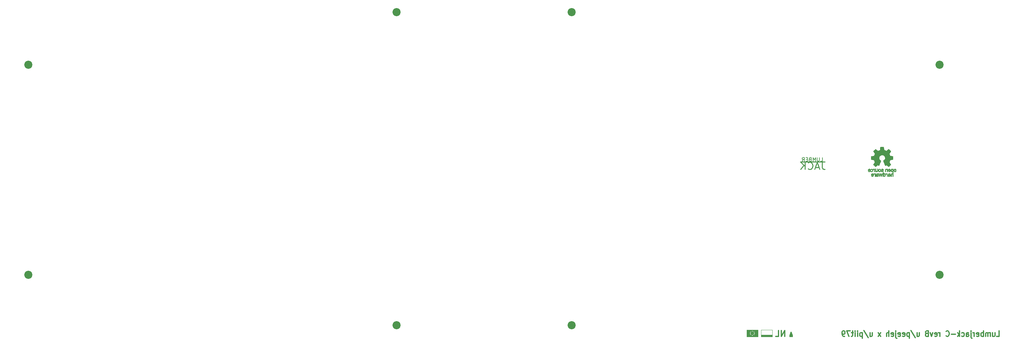
<source format=gbr>
G04 #@! TF.GenerationSoftware,KiCad,Pcbnew,6.0.1-79c1e3a40b~116~ubuntu21.10.1*
G04 #@! TF.CreationDate,2022-02-01T10:26:28+01:00*
G04 #@! TF.ProjectId,lumberjack-bottom,6c756d62-6572-46a6-9163-6b2d626f7474,1.5*
G04 #@! TF.SameCoordinates,Original*
G04 #@! TF.FileFunction,Soldermask,Bot*
G04 #@! TF.FilePolarity,Negative*
%FSLAX46Y46*%
G04 Gerber Fmt 4.6, Leading zero omitted, Abs format (unit mm)*
G04 Created by KiCad (PCBNEW 6.0.1-79c1e3a40b~116~ubuntu21.10.1) date 2022-02-01 10:26:28*
%MOMM*%
%LPD*%
G01*
G04 APERTURE LIST*
%ADD10C,0.300000*%
%ADD11C,0.250000*%
%ADD12C,0.150000*%
%ADD13C,0.120000*%
%ADD14C,0.500000*%
%ADD15C,0.160000*%
%ADD16C,0.100000*%
%ADD17C,0.010000*%
%ADD18C,2.200000*%
G04 APERTURE END LIST*
D10*
X291698996Y-147720882D02*
X292365662Y-147720882D01*
X292365662Y-146220882D01*
X290632329Y-146720882D02*
X290632329Y-147720882D01*
X291232329Y-146720882D02*
X291232329Y-147506596D01*
X291165662Y-147649453D01*
X291032329Y-147720882D01*
X290832329Y-147720882D01*
X290698996Y-147649453D01*
X290632329Y-147578025D01*
X289965662Y-147720882D02*
X289965662Y-146720882D01*
X289965662Y-146863739D02*
X289898996Y-146792311D01*
X289765662Y-146720882D01*
X289565662Y-146720882D01*
X289432329Y-146792311D01*
X289365662Y-146935168D01*
X289365662Y-147720882D01*
X289365662Y-146935168D02*
X289298996Y-146792311D01*
X289165662Y-146720882D01*
X288965662Y-146720882D01*
X288832329Y-146792311D01*
X288765662Y-146935168D01*
X288765662Y-147720882D01*
X288098996Y-147720882D02*
X288098996Y-146220882D01*
X288098996Y-146792311D02*
X287965662Y-146720882D01*
X287698996Y-146720882D01*
X287565662Y-146792311D01*
X287498996Y-146863739D01*
X287432329Y-147006596D01*
X287432329Y-147435168D01*
X287498996Y-147578025D01*
X287565662Y-147649453D01*
X287698996Y-147720882D01*
X287965662Y-147720882D01*
X288098996Y-147649453D01*
X286298996Y-147649453D02*
X286432329Y-147720882D01*
X286698996Y-147720882D01*
X286832329Y-147649453D01*
X286898996Y-147506596D01*
X286898996Y-146935168D01*
X286832329Y-146792311D01*
X286698996Y-146720882D01*
X286432329Y-146720882D01*
X286298996Y-146792311D01*
X286232329Y-146935168D01*
X286232329Y-147078025D01*
X286898996Y-147220882D01*
X285632329Y-147720882D02*
X285632329Y-146720882D01*
X285632329Y-147006596D02*
X285565662Y-146863739D01*
X285498996Y-146792311D01*
X285365662Y-146720882D01*
X285232329Y-146720882D01*
X284765662Y-146720882D02*
X284765662Y-148006596D01*
X284832329Y-148149453D01*
X284965662Y-148220882D01*
X285032329Y-148220882D01*
X284765662Y-146220882D02*
X284832329Y-146292311D01*
X284765662Y-146363739D01*
X284698996Y-146292311D01*
X284765662Y-146220882D01*
X284765662Y-146363739D01*
X283498996Y-147720882D02*
X283498996Y-146935168D01*
X283565662Y-146792311D01*
X283698996Y-146720882D01*
X283965662Y-146720882D01*
X284098996Y-146792311D01*
X283498996Y-147649453D02*
X283632329Y-147720882D01*
X283965662Y-147720882D01*
X284098996Y-147649453D01*
X284165662Y-147506596D01*
X284165662Y-147363739D01*
X284098996Y-147220882D01*
X283965662Y-147149453D01*
X283632329Y-147149453D01*
X283498996Y-147078025D01*
X282232329Y-147649453D02*
X282365662Y-147720882D01*
X282632329Y-147720882D01*
X282765662Y-147649453D01*
X282832329Y-147578025D01*
X282898996Y-147435168D01*
X282898996Y-147006596D01*
X282832329Y-146863739D01*
X282765662Y-146792311D01*
X282632329Y-146720882D01*
X282365662Y-146720882D01*
X282232329Y-146792311D01*
X281632329Y-147720882D02*
X281632329Y-146220882D01*
X281498996Y-147149453D02*
X281098996Y-147720882D01*
X281098996Y-146720882D02*
X281632329Y-147292311D01*
X280498996Y-147149453D02*
X279432329Y-147149453D01*
X277965662Y-147578025D02*
X278032329Y-147649453D01*
X278232329Y-147720882D01*
X278365662Y-147720882D01*
X278565662Y-147649453D01*
X278698996Y-147506596D01*
X278765662Y-147363739D01*
X278832329Y-147078025D01*
X278832329Y-146863739D01*
X278765662Y-146578025D01*
X278698996Y-146435168D01*
X278565662Y-146292311D01*
X278365662Y-146220882D01*
X278232329Y-146220882D01*
X278032329Y-146292311D01*
X277965662Y-146363739D01*
X276298996Y-147720882D02*
X276298996Y-146720882D01*
X276298996Y-147006596D02*
X276232329Y-146863739D01*
X276165662Y-146792311D01*
X276032329Y-146720882D01*
X275898996Y-146720882D01*
X274898996Y-147649453D02*
X275032329Y-147720882D01*
X275298996Y-147720882D01*
X275432329Y-147649453D01*
X275498996Y-147506596D01*
X275498996Y-146935168D01*
X275432329Y-146792311D01*
X275298996Y-146720882D01*
X275032329Y-146720882D01*
X274898996Y-146792311D01*
X274832329Y-146935168D01*
X274832329Y-147078025D01*
X275498996Y-147220882D01*
X274365662Y-146720882D02*
X274032329Y-147720882D01*
X273698996Y-146720882D01*
X272698996Y-146935168D02*
X272498996Y-147006596D01*
X272432329Y-147078025D01*
X272365662Y-147220882D01*
X272365662Y-147435168D01*
X272432329Y-147578025D01*
X272498996Y-147649453D01*
X272632329Y-147720882D01*
X273165662Y-147720882D01*
X273165662Y-146220882D01*
X272698996Y-146220882D01*
X272565662Y-146292311D01*
X272498996Y-146363739D01*
X272432329Y-146506596D01*
X272432329Y-146649453D01*
X272498996Y-146792311D01*
X272565662Y-146863739D01*
X272698996Y-146935168D01*
X273165662Y-146935168D01*
X270098996Y-146720882D02*
X270098996Y-147720882D01*
X270698996Y-146720882D02*
X270698996Y-147506596D01*
X270632329Y-147649453D01*
X270498996Y-147720882D01*
X270298996Y-147720882D01*
X270165662Y-147649453D01*
X270098996Y-147578025D01*
X268432329Y-146149453D02*
X269632329Y-148078025D01*
X267965662Y-146720882D02*
X267965662Y-148220882D01*
X267965662Y-146792311D02*
X267832329Y-146720882D01*
X267565662Y-146720882D01*
X267432329Y-146792311D01*
X267365662Y-146863739D01*
X267298996Y-147006596D01*
X267298996Y-147435168D01*
X267365662Y-147578025D01*
X267432329Y-147649453D01*
X267565662Y-147720882D01*
X267832329Y-147720882D01*
X267965662Y-147649453D01*
X266165662Y-147649453D02*
X266298996Y-147720882D01*
X266565662Y-147720882D01*
X266698996Y-147649453D01*
X266765662Y-147506596D01*
X266765662Y-146935168D01*
X266698996Y-146792311D01*
X266565662Y-146720882D01*
X266298996Y-146720882D01*
X266165662Y-146792311D01*
X266098996Y-146935168D01*
X266098996Y-147078025D01*
X266765662Y-147220882D01*
X264965662Y-147649453D02*
X265098996Y-147720882D01*
X265365662Y-147720882D01*
X265498996Y-147649453D01*
X265565662Y-147506596D01*
X265565662Y-146935168D01*
X265498996Y-146792311D01*
X265365662Y-146720882D01*
X265098996Y-146720882D01*
X264965662Y-146792311D01*
X264898996Y-146935168D01*
X264898996Y-147078025D01*
X265565662Y-147220882D01*
X264298996Y-146720882D02*
X264298996Y-148006596D01*
X264365662Y-148149453D01*
X264498996Y-148220882D01*
X264565662Y-148220882D01*
X264298996Y-146220882D02*
X264365662Y-146292311D01*
X264298996Y-146363739D01*
X264232329Y-146292311D01*
X264298996Y-146220882D01*
X264298996Y-146363739D01*
X263098996Y-147649453D02*
X263232329Y-147720882D01*
X263498996Y-147720882D01*
X263632329Y-147649453D01*
X263698996Y-147506596D01*
X263698996Y-146935168D01*
X263632329Y-146792311D01*
X263498996Y-146720882D01*
X263232329Y-146720882D01*
X263098996Y-146792311D01*
X263032329Y-146935168D01*
X263032329Y-147078025D01*
X263698996Y-147220882D01*
X262432329Y-147720882D02*
X262432329Y-146220882D01*
X261832329Y-147720882D02*
X261832329Y-146935168D01*
X261898996Y-146792311D01*
X262032329Y-146720882D01*
X262232329Y-146720882D01*
X262365662Y-146792311D01*
X262432329Y-146863739D01*
X260232329Y-147720882D02*
X259498996Y-146720882D01*
X260232329Y-146720882D02*
X259498996Y-147720882D01*
X257298996Y-146720882D02*
X257298996Y-147720882D01*
X257898996Y-146720882D02*
X257898996Y-147506596D01*
X257832329Y-147649453D01*
X257698996Y-147720882D01*
X257498996Y-147720882D01*
X257365662Y-147649453D01*
X257298996Y-147578025D01*
X255632329Y-146149453D02*
X256832329Y-148078025D01*
X255165662Y-146720882D02*
X255165662Y-148220882D01*
X255165662Y-146792311D02*
X255032329Y-146720882D01*
X254765662Y-146720882D01*
X254632329Y-146792311D01*
X254565662Y-146863739D01*
X254498996Y-147006596D01*
X254498996Y-147435168D01*
X254565662Y-147578025D01*
X254632329Y-147649453D01*
X254765662Y-147720882D01*
X255032329Y-147720882D01*
X255165662Y-147649453D01*
X253898996Y-147720882D02*
X253898996Y-146720882D01*
X253898996Y-146220882D02*
X253965662Y-146292311D01*
X253898996Y-146363739D01*
X253832329Y-146292311D01*
X253898996Y-146220882D01*
X253898996Y-146363739D01*
X253232329Y-147720882D02*
X253232329Y-146720882D01*
X253232329Y-146220882D02*
X253298996Y-146292311D01*
X253232329Y-146363739D01*
X253165662Y-146292311D01*
X253232329Y-146220882D01*
X253232329Y-146363739D01*
X252765662Y-146720882D02*
X252232329Y-146720882D01*
X252565662Y-146220882D02*
X252565662Y-147506596D01*
X252498996Y-147649453D01*
X252365662Y-147720882D01*
X252232329Y-147720882D01*
X251898996Y-146220882D02*
X250965662Y-146220882D01*
X251565662Y-147720882D01*
X250365662Y-147720882D02*
X250098996Y-147720882D01*
X249965662Y-147649453D01*
X249898996Y-147578025D01*
X249765662Y-147363739D01*
X249698996Y-147078025D01*
X249698996Y-146506596D01*
X249765662Y-146363739D01*
X249832329Y-146292311D01*
X249965662Y-146220882D01*
X250232329Y-146220882D01*
X250365662Y-146292311D01*
X250432329Y-146363739D01*
X250498996Y-146506596D01*
X250498996Y-146863739D01*
X250432329Y-147006596D01*
X250365662Y-147078025D01*
X250232329Y-147149453D01*
X249965662Y-147149453D01*
X249832329Y-147078025D01*
X249765662Y-147006596D01*
X249698996Y-146863739D01*
X234119136Y-147708809D02*
X234119136Y-146108809D01*
X233204851Y-147708809D01*
X233204851Y-146108809D01*
X231681041Y-147708809D02*
X232442946Y-147708809D01*
X232442946Y-146108809D01*
D11*
X244277328Y-100314111D02*
X244277328Y-101742683D01*
X244372566Y-102028397D01*
X244563042Y-102218873D01*
X244848757Y-102314111D01*
X245039233Y-102314111D01*
X243420185Y-101742683D02*
X242467804Y-101742683D01*
X243610661Y-102314111D02*
X242943995Y-100314111D01*
X242277328Y-102314111D01*
X240467804Y-102123635D02*
X240563042Y-102218873D01*
X240848757Y-102314111D01*
X241039233Y-102314111D01*
X241324947Y-102218873D01*
X241515423Y-102028397D01*
X241610661Y-101837921D01*
X241705900Y-101456969D01*
X241705900Y-101171254D01*
X241610661Y-100790302D01*
X241515423Y-100599826D01*
X241324947Y-100409350D01*
X241039233Y-100314111D01*
X240848757Y-100314111D01*
X240563042Y-100409350D01*
X240467804Y-100504588D01*
X239610661Y-102314111D02*
X239610661Y-100314111D01*
X238467804Y-102314111D02*
X239324947Y-101171254D01*
X238467804Y-100314111D02*
X239610661Y-101456969D01*
D12*
X243853995Y-100061730D02*
X244330185Y-100061730D01*
X244330185Y-99061730D01*
X243520661Y-99061730D02*
X243520661Y-99871254D01*
X243473042Y-99966492D01*
X243425423Y-100014111D01*
X243330185Y-100061730D01*
X243139709Y-100061730D01*
X243044471Y-100014111D01*
X242996852Y-99966492D01*
X242949233Y-99871254D01*
X242949233Y-99061730D01*
X242473042Y-100061730D02*
X242473042Y-99061730D01*
X242139709Y-99776016D01*
X241806376Y-99061730D01*
X241806376Y-100061730D01*
X240996852Y-99537921D02*
X240853995Y-99585540D01*
X240806376Y-99633159D01*
X240758757Y-99728397D01*
X240758757Y-99871254D01*
X240806376Y-99966492D01*
X240853995Y-100014111D01*
X240949233Y-100061730D01*
X241330185Y-100061730D01*
X241330185Y-99061730D01*
X240996852Y-99061730D01*
X240901614Y-99109350D01*
X240853995Y-99156969D01*
X240806376Y-99252207D01*
X240806376Y-99347445D01*
X240853995Y-99442683D01*
X240901614Y-99490302D01*
X240996852Y-99537921D01*
X241330185Y-99537921D01*
X240330185Y-99537921D02*
X239996852Y-99537921D01*
X239853995Y-100061730D02*
X240330185Y-100061730D01*
X240330185Y-99061730D01*
X239853995Y-99061730D01*
X238853995Y-100061730D02*
X239187328Y-99585540D01*
X239425423Y-100061730D02*
X239425423Y-99061730D01*
X239044471Y-99061730D01*
X238949233Y-99109350D01*
X238901614Y-99156969D01*
X238853995Y-99252207D01*
X238853995Y-99395064D01*
X238901614Y-99490302D01*
X238949233Y-99537921D01*
X239044471Y-99585540D01*
X239425423Y-99585540D01*
D13*
X225314375Y-147685000D02*
X225114375Y-147685000D01*
X225114375Y-147685000D02*
X224714375Y-147485000D01*
X224714375Y-147485000D02*
X224514375Y-147085000D01*
X224514375Y-147085000D02*
X224514375Y-146685000D01*
X224514375Y-146685000D02*
X224714375Y-146285000D01*
X224714375Y-146285000D02*
X225014375Y-146085000D01*
X225014375Y-146085000D02*
X225314375Y-146085000D01*
X225314375Y-146085000D02*
X225314375Y-145985000D01*
X225314375Y-145985000D02*
X223814375Y-145985000D01*
X223814375Y-145985000D02*
X223814375Y-147785000D01*
X223814375Y-147785000D02*
X225314375Y-147785000D01*
X225314375Y-147785000D02*
X225314375Y-147685000D01*
G36*
X225314375Y-146085000D02*
G01*
X225014375Y-146085000D01*
X224714375Y-146285000D01*
X224514375Y-146685000D01*
X224514375Y-147085000D01*
X224714375Y-147485000D01*
X225114375Y-147685000D01*
X225314375Y-147685000D01*
X225314375Y-147785000D01*
X223814375Y-147785000D01*
X223814375Y-145985000D01*
X225314375Y-145985000D01*
X225314375Y-146085000D01*
G37*
X225314375Y-146085000D02*
X225014375Y-146085000D01*
X224714375Y-146285000D01*
X224514375Y-146685000D01*
X224514375Y-147085000D01*
X224714375Y-147485000D01*
X225114375Y-147685000D01*
X225314375Y-147685000D01*
X225314375Y-147785000D01*
X223814375Y-147785000D01*
X223814375Y-145985000D01*
X225314375Y-145985000D01*
X225314375Y-146085000D01*
X225314375Y-146085000D02*
X225514375Y-146085000D01*
X225514375Y-146085000D02*
X225914375Y-146285000D01*
X225914375Y-146285000D02*
X226114375Y-146685000D01*
X226114375Y-146685000D02*
X226114375Y-147085000D01*
X226114375Y-147085000D02*
X225914375Y-147485000D01*
X225914375Y-147485000D02*
X225614375Y-147685000D01*
X225614375Y-147685000D02*
X225314375Y-147685000D01*
X225314375Y-147685000D02*
X225314375Y-147785000D01*
X225314375Y-147785000D02*
X226814375Y-147785000D01*
X226814375Y-147785000D02*
X226814375Y-145985000D01*
X226814375Y-145985000D02*
X225314375Y-145985000D01*
X225314375Y-145985000D02*
X225314375Y-146085000D01*
G36*
X226814375Y-147785000D02*
G01*
X225314375Y-147785000D01*
X225314375Y-147685000D01*
X225614375Y-147685000D01*
X225914375Y-147485000D01*
X226114375Y-147085000D01*
X226114375Y-146685000D01*
X225914375Y-146285000D01*
X225514375Y-146085000D01*
X225314375Y-146085000D01*
X225314375Y-145985000D01*
X226814375Y-145985000D01*
X226814375Y-147785000D01*
G37*
X226814375Y-147785000D02*
X225314375Y-147785000D01*
X225314375Y-147685000D01*
X225614375Y-147685000D01*
X225914375Y-147485000D01*
X226114375Y-147085000D01*
X226114375Y-146685000D01*
X225914375Y-146285000D01*
X225514375Y-146085000D01*
X225314375Y-146085000D01*
X225314375Y-145985000D01*
X226814375Y-145985000D01*
X226814375Y-147785000D01*
D14*
X225537982Y-146885000D02*
G75*
G03*
X225537982Y-146885000I-223607J0D01*
G01*
D15*
X226075952Y-146885000D02*
G75*
G03*
X226075952Y-146885000I-761577J0D01*
G01*
D16*
X235414375Y-147385000D02*
X235414375Y-147785000D01*
X235414375Y-147785000D02*
X236214375Y-147785000D01*
X236214375Y-147785000D02*
X236214375Y-147385000D01*
X236214375Y-147385000D02*
X235914375Y-146485000D01*
X235914375Y-146485000D02*
X235714375Y-146485000D01*
X235714375Y-146485000D02*
X235414375Y-147385000D01*
G36*
X236214375Y-147385000D02*
G01*
X236214375Y-147785000D01*
X235414375Y-147785000D01*
X235414375Y-147385000D01*
X235714375Y-146485000D01*
X235914375Y-146485000D01*
X236214375Y-147385000D01*
G37*
X236214375Y-147385000D02*
X236214375Y-147785000D01*
X235414375Y-147785000D01*
X235414375Y-147385000D01*
X235714375Y-146485000D01*
X235914375Y-146485000D01*
X236214375Y-147385000D01*
D13*
X230714375Y-145985000D02*
X227714375Y-145985000D01*
X227714375Y-145985000D02*
X227714375Y-147785000D01*
X227714375Y-147785000D02*
X230714375Y-147785000D01*
X230714375Y-147785000D02*
X230714375Y-145985000D01*
D16*
X227714375Y-147785000D02*
X230714375Y-147785000D01*
X230714375Y-147785000D02*
X230714375Y-147285000D01*
X230714375Y-147285000D02*
X227714375Y-147285000D01*
X227714375Y-147285000D02*
X227714375Y-147785000D01*
G36*
X230714375Y-147785000D02*
G01*
X227714375Y-147785000D01*
X227714375Y-147285000D01*
X230714375Y-147285000D01*
X230714375Y-147785000D01*
G37*
X230714375Y-147785000D02*
X227714375Y-147785000D01*
X227714375Y-147285000D01*
X230714375Y-147285000D01*
X230714375Y-147785000D01*
D13*
X225455796Y-146285000D02*
G75*
G03*
X225455796Y-146285000I-141421J0D01*
G01*
X225455796Y-147485000D02*
G75*
G03*
X225455796Y-147485000I-141421J0D01*
G01*
X224855796Y-146885000D02*
G75*
G03*
X224855796Y-146885000I-141421J0D01*
G01*
X226055796Y-146885000D02*
G75*
G03*
X226055796Y-146885000I-141421J0D01*
G01*
X225955796Y-146585000D02*
G75*
G03*
X225955796Y-146585000I-141421J0D01*
G01*
X225755796Y-146385000D02*
G75*
G03*
X225755796Y-146385000I-141421J0D01*
G01*
X225155796Y-146385000D02*
G75*
G03*
X225155796Y-146385000I-141421J0D01*
G01*
X224955796Y-146585000D02*
G75*
G03*
X224955796Y-146585000I-141421J0D01*
G01*
X224955796Y-147185000D02*
G75*
G03*
X224955796Y-147185000I-141421J0D01*
G01*
X225155796Y-147385000D02*
G75*
G03*
X225155796Y-147385000I-141421J0D01*
G01*
X225755796Y-147385000D02*
G75*
G03*
X225755796Y-147385000I-141421J0D01*
G01*
X225955796Y-147185000D02*
G75*
G03*
X225955796Y-147185000I-141421J0D01*
G01*
D11*
X245015900Y-100219350D02*
X238315900Y-100209350D01*
D17*
X263102540Y-102161818D02*
X263067308Y-102179224D01*
X263067308Y-102179224D02*
X263023860Y-102209556D01*
X263023860Y-102209556D02*
X262992194Y-102242633D01*
X262992194Y-102242633D02*
X262970506Y-102284167D01*
X262970506Y-102284167D02*
X262956997Y-102339872D01*
X262956997Y-102339872D02*
X262949862Y-102415461D01*
X262949862Y-102415461D02*
X262947300Y-102516646D01*
X262947300Y-102516646D02*
X262947150Y-102560147D01*
X262947150Y-102560147D02*
X262947588Y-102655485D01*
X262947588Y-102655485D02*
X262949404Y-102723621D01*
X262949404Y-102723621D02*
X262953355Y-102770768D01*
X262953355Y-102770768D02*
X262960198Y-102803140D01*
X262960198Y-102803140D02*
X262970689Y-102826950D01*
X262970689Y-102826950D02*
X262981604Y-102843193D01*
X262981604Y-102843193D02*
X263051281Y-102912302D01*
X263051281Y-102912302D02*
X263133334Y-102953871D01*
X263133334Y-102953871D02*
X263221850Y-102966373D01*
X263221850Y-102966373D02*
X263310919Y-102948284D01*
X263310919Y-102948284D02*
X263339137Y-102935492D01*
X263339137Y-102935492D02*
X263406690Y-102900281D01*
X263406690Y-102900281D02*
X263406690Y-103452050D01*
X263406690Y-103452050D02*
X263357388Y-103426555D01*
X263357388Y-103426555D02*
X263292427Y-103406830D01*
X263292427Y-103406830D02*
X263212580Y-103401777D01*
X263212580Y-103401777D02*
X263132848Y-103411106D01*
X263132848Y-103411106D02*
X263072635Y-103432064D01*
X263072635Y-103432064D02*
X263022692Y-103471977D01*
X263022692Y-103471977D02*
X262980019Y-103529091D01*
X262980019Y-103529091D02*
X262976810Y-103534955D01*
X262976810Y-103534955D02*
X262963278Y-103562577D01*
X262963278Y-103562577D02*
X262953395Y-103590418D01*
X262953395Y-103590418D02*
X262946591Y-103624144D01*
X262946591Y-103624144D02*
X262942299Y-103669421D01*
X262942299Y-103669421D02*
X262939949Y-103731912D01*
X262939949Y-103731912D02*
X262938972Y-103817285D01*
X262938972Y-103817285D02*
X262938795Y-103913360D01*
X262938795Y-103913360D02*
X262938795Y-104219876D01*
X262938795Y-104219876D02*
X263122611Y-104219876D01*
X263122611Y-104219876D02*
X263122611Y-103654689D01*
X263122611Y-103654689D02*
X263174025Y-103611427D01*
X263174025Y-103611427D02*
X263227434Y-103576822D01*
X263227434Y-103576822D02*
X263278012Y-103570530D01*
X263278012Y-103570530D02*
X263328870Y-103586722D01*
X263328870Y-103586722D02*
X263355975Y-103602577D01*
X263355975Y-103602577D02*
X263376149Y-103625160D01*
X263376149Y-103625160D02*
X263390497Y-103659290D01*
X263390497Y-103659290D02*
X263400124Y-103709784D01*
X263400124Y-103709784D02*
X263406137Y-103781461D01*
X263406137Y-103781461D02*
X263409640Y-103879138D01*
X263409640Y-103879138D02*
X263410874Y-103944152D01*
X263410874Y-103944152D02*
X263415045Y-104211521D01*
X263415045Y-104211521D02*
X263502775Y-104216572D01*
X263502775Y-104216572D02*
X263590506Y-104221623D01*
X263590506Y-104221623D02*
X263590506Y-102562451D01*
X263590506Y-102562451D02*
X263406690Y-102562451D01*
X263406690Y-102562451D02*
X263402004Y-102654950D01*
X263402004Y-102654950D02*
X263386212Y-102719159D01*
X263386212Y-102719159D02*
X263356717Y-102759109D01*
X263356717Y-102759109D02*
X263310920Y-102778830D01*
X263310920Y-102778830D02*
X263264650Y-102782771D01*
X263264650Y-102782771D02*
X263212272Y-102778242D01*
X263212272Y-102778242D02*
X263177510Y-102760419D01*
X263177510Y-102760419D02*
X263155772Y-102736869D01*
X263155772Y-102736869D02*
X263138660Y-102711539D01*
X263138660Y-102711539D02*
X263128473Y-102683319D01*
X263128473Y-102683319D02*
X263123940Y-102643781D01*
X263123940Y-102643781D02*
X263123791Y-102584492D01*
X263123791Y-102584492D02*
X263125316Y-102534848D01*
X263125316Y-102534848D02*
X263128819Y-102460060D01*
X263128819Y-102460060D02*
X263134033Y-102410961D01*
X263134033Y-102410961D02*
X263142813Y-102379817D01*
X263142813Y-102379817D02*
X263157014Y-102358895D01*
X263157014Y-102358895D02*
X263170416Y-102346802D01*
X263170416Y-102346802D02*
X263226413Y-102320431D01*
X263226413Y-102320431D02*
X263292689Y-102316172D01*
X263292689Y-102316172D02*
X263330744Y-102325256D01*
X263330744Y-102325256D02*
X263368423Y-102357546D01*
X263368423Y-102357546D02*
X263393381Y-102420356D01*
X263393381Y-102420356D02*
X263405478Y-102513244D01*
X263405478Y-102513244D02*
X263406690Y-102562451D01*
X263406690Y-102562451D02*
X263590506Y-102562451D01*
X263590506Y-102562451D02*
X263590506Y-102147771D01*
X263590506Y-102147771D02*
X263498598Y-102147771D01*
X263498598Y-102147771D02*
X263443417Y-102149953D01*
X263443417Y-102149953D02*
X263414948Y-102157701D01*
X263414948Y-102157701D02*
X263406694Y-102172818D01*
X263406694Y-102172818D02*
X263406690Y-102173266D01*
X263406690Y-102173266D02*
X263402860Y-102188070D01*
X263402860Y-102188070D02*
X263385967Y-102186389D01*
X263385967Y-102186389D02*
X263352381Y-102170122D01*
X263352381Y-102170122D02*
X263274122Y-102145237D01*
X263274122Y-102145237D02*
X263186073Y-102142621D01*
X263186073Y-102142621D02*
X263102540Y-102161818D01*
X263102540Y-102161818D02*
X263102540Y-102161818D01*
G36*
X263502775Y-104216572D02*
G01*
X263415045Y-104211521D01*
X263410874Y-103944152D01*
X263409640Y-103879138D01*
X263406137Y-103781461D01*
X263400124Y-103709784D01*
X263390497Y-103659290D01*
X263376149Y-103625160D01*
X263355975Y-103602577D01*
X263328870Y-103586722D01*
X263278012Y-103570530D01*
X263227434Y-103576822D01*
X263174025Y-103611427D01*
X263122611Y-103654689D01*
X263122611Y-104219876D01*
X262938795Y-104219876D01*
X262938795Y-103913360D01*
X262938972Y-103817285D01*
X262939949Y-103731912D01*
X262942299Y-103669421D01*
X262946591Y-103624144D01*
X262953395Y-103590418D01*
X262963278Y-103562577D01*
X262976810Y-103534955D01*
X262980019Y-103529091D01*
X263022692Y-103471977D01*
X263072635Y-103432064D01*
X263132848Y-103411106D01*
X263212580Y-103401777D01*
X263292427Y-103406830D01*
X263357388Y-103426555D01*
X263406690Y-103452050D01*
X263406690Y-102900281D01*
X263339137Y-102935492D01*
X263310919Y-102948284D01*
X263221850Y-102966373D01*
X263133334Y-102953871D01*
X263051281Y-102912302D01*
X262981604Y-102843193D01*
X262970689Y-102826950D01*
X262960198Y-102803140D01*
X262953355Y-102770768D01*
X262949404Y-102723621D01*
X262947588Y-102655485D01*
X262947262Y-102584492D01*
X263123791Y-102584492D01*
X263123940Y-102643781D01*
X263128473Y-102683319D01*
X263138660Y-102711539D01*
X263155772Y-102736869D01*
X263177510Y-102760419D01*
X263212272Y-102778242D01*
X263264650Y-102782771D01*
X263310920Y-102778830D01*
X263356717Y-102759109D01*
X263386212Y-102719159D01*
X263402004Y-102654950D01*
X263406690Y-102562451D01*
X263405478Y-102513244D01*
X263393381Y-102420356D01*
X263368423Y-102357546D01*
X263330744Y-102325256D01*
X263292689Y-102316172D01*
X263226413Y-102320431D01*
X263170416Y-102346802D01*
X263157014Y-102358895D01*
X263142813Y-102379817D01*
X263134033Y-102410961D01*
X263128819Y-102460060D01*
X263125316Y-102534848D01*
X263123791Y-102584492D01*
X262947262Y-102584492D01*
X262947150Y-102560147D01*
X262947300Y-102516646D01*
X262949862Y-102415461D01*
X262956997Y-102339872D01*
X262970506Y-102284167D01*
X262992194Y-102242633D01*
X263023860Y-102209556D01*
X263067308Y-102179224D01*
X263102540Y-102161818D01*
X263186073Y-102142621D01*
X263274122Y-102145237D01*
X263352381Y-102170122D01*
X263385967Y-102186389D01*
X263402860Y-102188070D01*
X263406690Y-102173266D01*
X263406694Y-102172818D01*
X263414948Y-102157701D01*
X263443417Y-102149953D01*
X263498598Y-102147771D01*
X263590506Y-102147771D01*
X263590506Y-104221623D01*
X263502775Y-104216572D01*
G37*
X263502775Y-104216572D02*
X263415045Y-104211521D01*
X263410874Y-103944152D01*
X263409640Y-103879138D01*
X263406137Y-103781461D01*
X263400124Y-103709784D01*
X263390497Y-103659290D01*
X263376149Y-103625160D01*
X263355975Y-103602577D01*
X263328870Y-103586722D01*
X263278012Y-103570530D01*
X263227434Y-103576822D01*
X263174025Y-103611427D01*
X263122611Y-103654689D01*
X263122611Y-104219876D01*
X262938795Y-104219876D01*
X262938795Y-103913360D01*
X262938972Y-103817285D01*
X262939949Y-103731912D01*
X262942299Y-103669421D01*
X262946591Y-103624144D01*
X262953395Y-103590418D01*
X262963278Y-103562577D01*
X262976810Y-103534955D01*
X262980019Y-103529091D01*
X263022692Y-103471977D01*
X263072635Y-103432064D01*
X263132848Y-103411106D01*
X263212580Y-103401777D01*
X263292427Y-103406830D01*
X263357388Y-103426555D01*
X263406690Y-103452050D01*
X263406690Y-102900281D01*
X263339137Y-102935492D01*
X263310919Y-102948284D01*
X263221850Y-102966373D01*
X263133334Y-102953871D01*
X263051281Y-102912302D01*
X262981604Y-102843193D01*
X262970689Y-102826950D01*
X262960198Y-102803140D01*
X262953355Y-102770768D01*
X262949404Y-102723621D01*
X262947588Y-102655485D01*
X262947262Y-102584492D01*
X263123791Y-102584492D01*
X263123940Y-102643781D01*
X263128473Y-102683319D01*
X263138660Y-102711539D01*
X263155772Y-102736869D01*
X263177510Y-102760419D01*
X263212272Y-102778242D01*
X263264650Y-102782771D01*
X263310920Y-102778830D01*
X263356717Y-102759109D01*
X263386212Y-102719159D01*
X263402004Y-102654950D01*
X263406690Y-102562451D01*
X263405478Y-102513244D01*
X263393381Y-102420356D01*
X263368423Y-102357546D01*
X263330744Y-102325256D01*
X263292689Y-102316172D01*
X263226413Y-102320431D01*
X263170416Y-102346802D01*
X263157014Y-102358895D01*
X263142813Y-102379817D01*
X263134033Y-102410961D01*
X263128819Y-102460060D01*
X263125316Y-102534848D01*
X263123791Y-102584492D01*
X262947262Y-102584492D01*
X262947150Y-102560147D01*
X262947300Y-102516646D01*
X262949862Y-102415461D01*
X262956997Y-102339872D01*
X262970506Y-102284167D01*
X262992194Y-102242633D01*
X263023860Y-102209556D01*
X263067308Y-102179224D01*
X263102540Y-102161818D01*
X263186073Y-102142621D01*
X263274122Y-102145237D01*
X263352381Y-102170122D01*
X263385967Y-102186389D01*
X263402860Y-102188070D01*
X263406690Y-102173266D01*
X263406694Y-102172818D01*
X263414948Y-102157701D01*
X263443417Y-102149953D01*
X263498598Y-102147771D01*
X263590506Y-102147771D01*
X263590506Y-104221623D01*
X263502775Y-104216572D01*
X262405443Y-103407534D02*
X262326830Y-103428510D01*
X262326830Y-103428510D02*
X262266984Y-103466530D01*
X262266984Y-103466530D02*
X262224753Y-103516328D01*
X262224753Y-103516328D02*
X262211625Y-103537580D01*
X262211625Y-103537580D02*
X262201932Y-103559842D01*
X262201932Y-103559842D02*
X262195156Y-103588320D01*
X262195156Y-103588320D02*
X262190777Y-103628221D01*
X262190777Y-103628221D02*
X262188276Y-103684751D01*
X262188276Y-103684751D02*
X262187132Y-103763117D01*
X262187132Y-103763117D02*
X262186828Y-103868526D01*
X262186828Y-103868526D02*
X262186822Y-103896492D01*
X262186822Y-103896492D02*
X262186822Y-104219876D01*
X262186822Y-104219876D02*
X262267032Y-104219876D01*
X262267032Y-104219876D02*
X262318194Y-104216293D01*
X262318194Y-104216293D02*
X262356023Y-104207216D01*
X262356023Y-104207216D02*
X262365501Y-104201618D01*
X262365501Y-104201618D02*
X262391412Y-104191956D01*
X262391412Y-104191956D02*
X262417876Y-104201618D01*
X262417876Y-104201618D02*
X262461448Y-104213680D01*
X262461448Y-104213680D02*
X262524740Y-104218535D01*
X262524740Y-104218535D02*
X262594890Y-104216428D01*
X262594890Y-104216428D02*
X262659040Y-104207606D01*
X262659040Y-104207606D02*
X262696493Y-104196287D01*
X262696493Y-104196287D02*
X262768967Y-104149762D01*
X262768967Y-104149762D02*
X262814260Y-104085196D01*
X262814260Y-104085196D02*
X262834622Y-103999350D01*
X262834622Y-103999350D02*
X262834812Y-103997146D01*
X262834812Y-103997146D02*
X262833025Y-103959063D01*
X262833025Y-103959063D02*
X262671427Y-103959063D01*
X262671427Y-103959063D02*
X262657299Y-104002380D01*
X262657299Y-104002380D02*
X262634288Y-104026758D01*
X262634288Y-104026758D02*
X262588096Y-104045195D01*
X262588096Y-104045195D02*
X262527125Y-104052555D01*
X262527125Y-104052555D02*
X262464951Y-104048933D01*
X262464951Y-104048933D02*
X262415149Y-104034424D01*
X262415149Y-104034424D02*
X262401197Y-104025115D01*
X262401197Y-104025115D02*
X262376815Y-103982103D01*
X262376815Y-103982103D02*
X262370637Y-103933207D01*
X262370637Y-103933207D02*
X262370637Y-103868955D01*
X262370637Y-103868955D02*
X262463082Y-103868955D01*
X262463082Y-103868955D02*
X262550905Y-103875716D01*
X262550905Y-103875716D02*
X262617482Y-103894870D01*
X262617482Y-103894870D02*
X262658898Y-103924726D01*
X262658898Y-103924726D02*
X262671427Y-103959063D01*
X262671427Y-103959063D02*
X262833025Y-103959063D01*
X262833025Y-103959063D02*
X262830410Y-103903354D01*
X262830410Y-103903354D02*
X262799476Y-103829197D01*
X262799476Y-103829197D02*
X262741319Y-103773117D01*
X262741319Y-103773117D02*
X262733280Y-103768015D01*
X262733280Y-103768015D02*
X262698737Y-103751405D01*
X262698737Y-103751405D02*
X262655982Y-103741346D01*
X262655982Y-103741346D02*
X262596214Y-103736457D01*
X262596214Y-103736457D02*
X262525210Y-103735333D01*
X262525210Y-103735333D02*
X262370637Y-103735271D01*
X262370637Y-103735271D02*
X262370637Y-103670475D01*
X262370637Y-103670475D02*
X262377194Y-103620200D01*
X262377194Y-103620200D02*
X262393925Y-103586519D01*
X262393925Y-103586519D02*
X262395884Y-103584726D01*
X262395884Y-103584726D02*
X262433117Y-103569992D01*
X262433117Y-103569992D02*
X262489320Y-103564281D01*
X262489320Y-103564281D02*
X262551433Y-103567087D01*
X262551433Y-103567087D02*
X262606390Y-103577906D01*
X262606390Y-103577906D02*
X262639001Y-103594132D01*
X262639001Y-103594132D02*
X262656672Y-103607130D01*
X262656672Y-103607130D02*
X262675331Y-103609612D01*
X262675331Y-103609612D02*
X262701081Y-103598963D01*
X262701081Y-103598963D02*
X262740027Y-103572568D01*
X262740027Y-103572568D02*
X262798270Y-103527815D01*
X262798270Y-103527815D02*
X262803616Y-103523623D01*
X262803616Y-103523623D02*
X262800877Y-103508110D01*
X262800877Y-103508110D02*
X262778024Y-103482310D01*
X262778024Y-103482310D02*
X262743291Y-103453639D01*
X262743291Y-103453639D02*
X262704910Y-103429516D01*
X262704910Y-103429516D02*
X262692852Y-103423820D01*
X262692852Y-103423820D02*
X262648866Y-103412453D01*
X262648866Y-103412453D02*
X262584413Y-103404345D01*
X262584413Y-103404345D02*
X262512403Y-103401093D01*
X262512403Y-103401093D02*
X262509036Y-103401086D01*
X262509036Y-103401086D02*
X262405443Y-103407534D01*
X262405443Y-103407534D02*
X262405443Y-103407534D01*
G36*
X262834622Y-103999350D02*
G01*
X262814260Y-104085196D01*
X262768967Y-104149762D01*
X262696493Y-104196287D01*
X262659040Y-104207606D01*
X262594890Y-104216428D01*
X262524740Y-104218535D01*
X262461448Y-104213680D01*
X262417876Y-104201618D01*
X262391412Y-104191956D01*
X262365501Y-104201618D01*
X262356023Y-104207216D01*
X262318194Y-104216293D01*
X262267032Y-104219876D01*
X262186822Y-104219876D01*
X262186822Y-103933207D01*
X262370637Y-103933207D01*
X262376815Y-103982103D01*
X262401197Y-104025115D01*
X262415149Y-104034424D01*
X262464951Y-104048933D01*
X262527125Y-104052555D01*
X262588096Y-104045195D01*
X262634288Y-104026758D01*
X262657299Y-104002380D01*
X262671427Y-103959063D01*
X262658898Y-103924726D01*
X262617482Y-103894870D01*
X262550905Y-103875716D01*
X262463082Y-103868955D01*
X262370637Y-103868955D01*
X262370637Y-103933207D01*
X262186822Y-103933207D01*
X262186822Y-103896492D01*
X262186828Y-103868526D01*
X262187132Y-103763117D01*
X262188276Y-103684751D01*
X262190777Y-103628221D01*
X262195156Y-103588320D01*
X262201932Y-103559842D01*
X262211625Y-103537580D01*
X262224753Y-103516328D01*
X262266984Y-103466530D01*
X262326830Y-103428510D01*
X262405443Y-103407534D01*
X262509036Y-103401086D01*
X262512403Y-103401093D01*
X262584413Y-103404345D01*
X262648866Y-103412453D01*
X262692852Y-103423820D01*
X262704910Y-103429516D01*
X262743291Y-103453639D01*
X262778024Y-103482310D01*
X262800877Y-103508110D01*
X262803616Y-103523623D01*
X262798270Y-103527815D01*
X262740027Y-103572568D01*
X262701081Y-103598963D01*
X262675331Y-103609612D01*
X262656672Y-103607130D01*
X262639001Y-103594132D01*
X262606390Y-103577906D01*
X262551433Y-103567087D01*
X262489320Y-103564281D01*
X262433117Y-103569992D01*
X262395884Y-103584726D01*
X262393925Y-103586519D01*
X262377194Y-103620200D01*
X262370637Y-103670475D01*
X262370637Y-103735271D01*
X262525210Y-103735333D01*
X262596214Y-103736457D01*
X262655982Y-103741346D01*
X262698737Y-103751405D01*
X262733280Y-103768015D01*
X262741319Y-103773117D01*
X262799476Y-103829197D01*
X262830410Y-103903354D01*
X262833025Y-103959063D01*
X262834812Y-103997146D01*
X262834622Y-103999350D01*
G37*
X262834622Y-103999350D02*
X262814260Y-104085196D01*
X262768967Y-104149762D01*
X262696493Y-104196287D01*
X262659040Y-104207606D01*
X262594890Y-104216428D01*
X262524740Y-104218535D01*
X262461448Y-104213680D01*
X262417876Y-104201618D01*
X262391412Y-104191956D01*
X262365501Y-104201618D01*
X262356023Y-104207216D01*
X262318194Y-104216293D01*
X262267032Y-104219876D01*
X262186822Y-104219876D01*
X262186822Y-103933207D01*
X262370637Y-103933207D01*
X262376815Y-103982103D01*
X262401197Y-104025115D01*
X262415149Y-104034424D01*
X262464951Y-104048933D01*
X262527125Y-104052555D01*
X262588096Y-104045195D01*
X262634288Y-104026758D01*
X262657299Y-104002380D01*
X262671427Y-103959063D01*
X262658898Y-103924726D01*
X262617482Y-103894870D01*
X262550905Y-103875716D01*
X262463082Y-103868955D01*
X262370637Y-103868955D01*
X262370637Y-103933207D01*
X262186822Y-103933207D01*
X262186822Y-103896492D01*
X262186828Y-103868526D01*
X262187132Y-103763117D01*
X262188276Y-103684751D01*
X262190777Y-103628221D01*
X262195156Y-103588320D01*
X262201932Y-103559842D01*
X262211625Y-103537580D01*
X262224753Y-103516328D01*
X262266984Y-103466530D01*
X262326830Y-103428510D01*
X262405443Y-103407534D01*
X262509036Y-103401086D01*
X262512403Y-103401093D01*
X262584413Y-103404345D01*
X262648866Y-103412453D01*
X262692852Y-103423820D01*
X262704910Y-103429516D01*
X262743291Y-103453639D01*
X262778024Y-103482310D01*
X262800877Y-103508110D01*
X262803616Y-103523623D01*
X262798270Y-103527815D01*
X262740027Y-103572568D01*
X262701081Y-103598963D01*
X262675331Y-103609612D01*
X262656672Y-103607130D01*
X262639001Y-103594132D01*
X262606390Y-103577906D01*
X262551433Y-103567087D01*
X262489320Y-103564281D01*
X262433117Y-103569992D01*
X262395884Y-103584726D01*
X262393925Y-103586519D01*
X262377194Y-103620200D01*
X262370637Y-103670475D01*
X262370637Y-103735271D01*
X262525210Y-103735333D01*
X262596214Y-103736457D01*
X262655982Y-103741346D01*
X262698737Y-103751405D01*
X262733280Y-103768015D01*
X262741319Y-103773117D01*
X262799476Y-103829197D01*
X262830410Y-103903354D01*
X262833025Y-103959063D01*
X262834812Y-103997146D01*
X262834622Y-103999350D01*
X261886019Y-103402836D02*
X261861012Y-103410332D01*
X261861012Y-103410332D02*
X261852950Y-103426801D01*
X261852950Y-103426801D02*
X261852611Y-103434236D01*
X261852611Y-103434236D02*
X261851164Y-103454944D01*
X261851164Y-103454944D02*
X261841202Y-103458195D01*
X261841202Y-103458195D02*
X261814288Y-103443998D01*
X261814288Y-103443998D02*
X261798302Y-103434298D01*
X261798302Y-103434298D02*
X261747867Y-103413525D01*
X261747867Y-103413525D02*
X261687628Y-103403254D01*
X261687628Y-103403254D02*
X261624466Y-103402464D01*
X261624466Y-103402464D02*
X261565263Y-103410136D01*
X261565263Y-103410136D02*
X261516898Y-103425248D01*
X261516898Y-103425248D02*
X261486254Y-103446782D01*
X261486254Y-103446782D02*
X261480211Y-103473716D01*
X261480211Y-103473716D02*
X261483261Y-103481010D01*
X261483261Y-103481010D02*
X261505494Y-103511287D01*
X261505494Y-103511287D02*
X261539970Y-103548525D01*
X261539970Y-103548525D02*
X261546206Y-103554545D01*
X261546206Y-103554545D02*
X261579067Y-103582225D01*
X261579067Y-103582225D02*
X261607420Y-103591168D01*
X261607420Y-103591168D02*
X261647073Y-103584926D01*
X261647073Y-103584926D02*
X261662958Y-103580779D01*
X261662958Y-103580779D02*
X261712391Y-103570817D01*
X261712391Y-103570817D02*
X261747148Y-103575297D01*
X261747148Y-103575297D02*
X261776500Y-103591096D01*
X261776500Y-103591096D02*
X261803387Y-103612299D01*
X261803387Y-103612299D02*
X261823190Y-103638964D01*
X261823190Y-103638964D02*
X261836952Y-103676177D01*
X261836952Y-103676177D02*
X261845716Y-103729023D01*
X261845716Y-103729023D02*
X261850526Y-103802587D01*
X261850526Y-103802587D02*
X261852426Y-103901955D01*
X261852426Y-103901955D02*
X261852611Y-103961951D01*
X261852611Y-103961951D02*
X261852611Y-104219876D01*
X261852611Y-104219876D02*
X262019716Y-104219876D01*
X262019716Y-104219876D02*
X262019716Y-103401060D01*
X262019716Y-103401060D02*
X261936164Y-103401060D01*
X261936164Y-103401060D02*
X261886019Y-103402836D01*
X261886019Y-103402836D02*
X261886019Y-103402836D01*
G36*
X262019716Y-104219876D02*
G01*
X261852611Y-104219876D01*
X261852611Y-103961951D01*
X261852426Y-103901955D01*
X261850526Y-103802587D01*
X261845716Y-103729023D01*
X261836952Y-103676177D01*
X261823190Y-103638964D01*
X261803387Y-103612299D01*
X261776500Y-103591096D01*
X261747148Y-103575297D01*
X261712391Y-103570817D01*
X261662958Y-103580779D01*
X261647073Y-103584926D01*
X261607420Y-103591168D01*
X261579067Y-103582225D01*
X261546206Y-103554545D01*
X261539970Y-103548525D01*
X261505494Y-103511287D01*
X261483261Y-103481010D01*
X261480211Y-103473716D01*
X261486254Y-103446782D01*
X261516898Y-103425248D01*
X261565263Y-103410136D01*
X261624466Y-103402464D01*
X261687628Y-103403254D01*
X261747867Y-103413525D01*
X261798302Y-103434298D01*
X261814288Y-103443998D01*
X261841202Y-103458195D01*
X261851164Y-103454944D01*
X261852611Y-103434236D01*
X261852950Y-103426801D01*
X261861012Y-103410332D01*
X261886019Y-103402836D01*
X261936164Y-103401060D01*
X262019716Y-103401060D01*
X262019716Y-104219876D01*
G37*
X262019716Y-104219876D02*
X261852611Y-104219876D01*
X261852611Y-103961951D01*
X261852426Y-103901955D01*
X261850526Y-103802587D01*
X261845716Y-103729023D01*
X261836952Y-103676177D01*
X261823190Y-103638964D01*
X261803387Y-103612299D01*
X261776500Y-103591096D01*
X261747148Y-103575297D01*
X261712391Y-103570817D01*
X261662958Y-103580779D01*
X261647073Y-103584926D01*
X261607420Y-103591168D01*
X261579067Y-103582225D01*
X261546206Y-103554545D01*
X261539970Y-103548525D01*
X261505494Y-103511287D01*
X261483261Y-103481010D01*
X261480211Y-103473716D01*
X261486254Y-103446782D01*
X261516898Y-103425248D01*
X261565263Y-103410136D01*
X261624466Y-103402464D01*
X261687628Y-103403254D01*
X261747867Y-103413525D01*
X261798302Y-103434298D01*
X261814288Y-103443998D01*
X261841202Y-103458195D01*
X261851164Y-103454944D01*
X261852611Y-103434236D01*
X261852950Y-103426801D01*
X261861012Y-103410332D01*
X261886019Y-103402836D01*
X261936164Y-103401060D01*
X262019716Y-103401060D01*
X262019716Y-104219876D01*
X260833269Y-104219876D02*
X260925177Y-104219876D01*
X260925177Y-104219876D02*
X260978523Y-104218312D01*
X260978523Y-104218312D02*
X261006307Y-104211835D01*
X261006307Y-104211835D02*
X261016310Y-104197768D01*
X261016310Y-104197768D02*
X261017085Y-104188256D01*
X261017085Y-104188256D02*
X261018772Y-104169182D01*
X261018772Y-104169182D02*
X261029410Y-104165524D01*
X261029410Y-104165524D02*
X261057365Y-104177282D01*
X261057365Y-104177282D02*
X261079105Y-104188256D01*
X261079105Y-104188256D02*
X261162568Y-104214261D01*
X261162568Y-104214261D02*
X261253296Y-104215766D01*
X261253296Y-104215766D02*
X261327058Y-104196371D01*
X261327058Y-104196371D02*
X261395746Y-104149515D01*
X261395746Y-104149515D02*
X261448106Y-104080354D01*
X261448106Y-104080354D02*
X261476778Y-103998777D01*
X261476778Y-103998777D02*
X261477508Y-103994216D01*
X261477508Y-103994216D02*
X261481768Y-103944451D01*
X261481768Y-103944451D02*
X261483886Y-103873009D01*
X261483886Y-103873009D02*
X261483716Y-103818976D01*
X261483716Y-103818976D02*
X261301180Y-103818976D01*
X261301180Y-103818976D02*
X261296951Y-103890791D01*
X261296951Y-103890791D02*
X261287332Y-103949984D01*
X261287332Y-103949984D02*
X261274310Y-103983410D01*
X261274310Y-103983410D02*
X261225044Y-104029090D01*
X261225044Y-104029090D02*
X261166550Y-104045465D01*
X261166550Y-104045465D02*
X261106229Y-104032223D01*
X261106229Y-104032223D02*
X261054683Y-103992723D01*
X261054683Y-103992723D02*
X261035162Y-103966157D01*
X261035162Y-103966157D02*
X261023748Y-103934456D01*
X261023748Y-103934456D02*
X261018402Y-103888182D01*
X261018402Y-103888182D02*
X261017085Y-103818678D01*
X261017085Y-103818678D02*
X261019442Y-103749849D01*
X261019442Y-103749849D02*
X261025667Y-103689376D01*
X261025667Y-103689376D02*
X261034492Y-103648906D01*
X261034492Y-103648906D02*
X261035963Y-103645279D01*
X261035963Y-103645279D02*
X261071553Y-103602152D01*
X261071553Y-103602152D02*
X261123500Y-103578474D01*
X261123500Y-103578474D02*
X261181622Y-103574651D01*
X261181622Y-103574651D02*
X261235740Y-103591088D01*
X261235740Y-103591088D02*
X261275674Y-103628190D01*
X261275674Y-103628190D02*
X261279817Y-103635572D01*
X261279817Y-103635572D02*
X261292784Y-103680589D01*
X261292784Y-103680589D02*
X261299848Y-103745317D01*
X261299848Y-103745317D02*
X261301180Y-103818976D01*
X261301180Y-103818976D02*
X261483716Y-103818976D01*
X261483716Y-103818976D02*
X261483629Y-103791580D01*
X261483629Y-103791580D02*
X261482428Y-103747755D01*
X261482428Y-103747755D02*
X261474255Y-103639338D01*
X261474255Y-103639338D02*
X261457270Y-103557938D01*
X261457270Y-103557938D02*
X261429013Y-103497762D01*
X261429013Y-103497762D02*
X261387028Y-103453016D01*
X261387028Y-103453016D02*
X261346268Y-103426750D01*
X261346268Y-103426750D02*
X261289319Y-103408285D01*
X261289319Y-103408285D02*
X261218489Y-103401952D01*
X261218489Y-103401952D02*
X261145959Y-103407110D01*
X261145959Y-103407110D02*
X261083914Y-103423119D01*
X261083914Y-103423119D02*
X261051132Y-103442270D01*
X261051132Y-103442270D02*
X261017085Y-103473082D01*
X261017085Y-103473082D02*
X261017085Y-103083560D01*
X261017085Y-103083560D02*
X260833269Y-103083560D01*
X260833269Y-103083560D02*
X260833269Y-104219876D01*
X260833269Y-104219876D02*
X260833269Y-104219876D01*
G36*
X261481768Y-103944451D02*
G01*
X261477508Y-103994216D01*
X261476778Y-103998777D01*
X261448106Y-104080354D01*
X261395746Y-104149515D01*
X261327058Y-104196371D01*
X261253296Y-104215766D01*
X261162568Y-104214261D01*
X261079105Y-104188256D01*
X261057365Y-104177282D01*
X261029410Y-104165524D01*
X261018772Y-104169182D01*
X261017085Y-104188256D01*
X261016310Y-104197768D01*
X261006307Y-104211835D01*
X260978523Y-104218312D01*
X260925177Y-104219876D01*
X260833269Y-104219876D01*
X260833269Y-103818678D01*
X261017085Y-103818678D01*
X261018402Y-103888182D01*
X261023748Y-103934456D01*
X261035162Y-103966157D01*
X261054683Y-103992723D01*
X261106229Y-104032223D01*
X261166550Y-104045465D01*
X261225044Y-104029090D01*
X261274310Y-103983410D01*
X261287332Y-103949984D01*
X261296951Y-103890791D01*
X261301180Y-103818976D01*
X261299848Y-103745317D01*
X261292784Y-103680589D01*
X261279817Y-103635572D01*
X261275674Y-103628190D01*
X261235740Y-103591088D01*
X261181622Y-103574651D01*
X261123500Y-103578474D01*
X261071553Y-103602152D01*
X261035963Y-103645279D01*
X261034492Y-103648906D01*
X261025667Y-103689376D01*
X261019442Y-103749849D01*
X261017085Y-103818678D01*
X260833269Y-103818678D01*
X260833269Y-103083560D01*
X261017085Y-103083560D01*
X261017085Y-103473082D01*
X261051132Y-103442270D01*
X261083914Y-103423119D01*
X261145959Y-103407110D01*
X261218489Y-103401952D01*
X261289319Y-103408285D01*
X261346268Y-103426750D01*
X261387028Y-103453016D01*
X261429013Y-103497762D01*
X261457270Y-103557938D01*
X261474255Y-103639338D01*
X261482428Y-103747755D01*
X261483629Y-103791580D01*
X261483716Y-103818976D01*
X261483886Y-103873009D01*
X261481768Y-103944451D01*
G37*
X261481768Y-103944451D02*
X261477508Y-103994216D01*
X261476778Y-103998777D01*
X261448106Y-104080354D01*
X261395746Y-104149515D01*
X261327058Y-104196371D01*
X261253296Y-104215766D01*
X261162568Y-104214261D01*
X261079105Y-104188256D01*
X261057365Y-104177282D01*
X261029410Y-104165524D01*
X261018772Y-104169182D01*
X261017085Y-104188256D01*
X261016310Y-104197768D01*
X261006307Y-104211835D01*
X260978523Y-104218312D01*
X260925177Y-104219876D01*
X260833269Y-104219876D01*
X260833269Y-103818678D01*
X261017085Y-103818678D01*
X261018402Y-103888182D01*
X261023748Y-103934456D01*
X261035162Y-103966157D01*
X261054683Y-103992723D01*
X261106229Y-104032223D01*
X261166550Y-104045465D01*
X261225044Y-104029090D01*
X261274310Y-103983410D01*
X261287332Y-103949984D01*
X261296951Y-103890791D01*
X261301180Y-103818976D01*
X261299848Y-103745317D01*
X261292784Y-103680589D01*
X261279817Y-103635572D01*
X261275674Y-103628190D01*
X261235740Y-103591088D01*
X261181622Y-103574651D01*
X261123500Y-103578474D01*
X261071553Y-103602152D01*
X261035963Y-103645279D01*
X261034492Y-103648906D01*
X261025667Y-103689376D01*
X261019442Y-103749849D01*
X261017085Y-103818678D01*
X260833269Y-103818678D01*
X260833269Y-103083560D01*
X261017085Y-103083560D01*
X261017085Y-103473082D01*
X261051132Y-103442270D01*
X261083914Y-103423119D01*
X261145959Y-103407110D01*
X261218489Y-103401952D01*
X261289319Y-103408285D01*
X261346268Y-103426750D01*
X261387028Y-103453016D01*
X261429013Y-103497762D01*
X261457270Y-103557938D01*
X261474255Y-103639338D01*
X261482428Y-103747755D01*
X261483629Y-103791580D01*
X261483716Y-103818976D01*
X261483886Y-103873009D01*
X261481768Y-103944451D01*
X260191770Y-103404454D02*
X260125680Y-103409416D01*
X260125680Y-103409416D02*
X260039274Y-103668429D01*
X260039274Y-103668429D02*
X259952869Y-103927442D01*
X259952869Y-103927442D02*
X259925776Y-103835534D01*
X259925776Y-103835534D02*
X259909472Y-103778734D01*
X259909472Y-103778734D02*
X259888025Y-103701975D01*
X259888025Y-103701975D02*
X259864865Y-103617601D01*
X259864865Y-103617601D02*
X259852620Y-103572343D01*
X259852620Y-103572343D02*
X259806556Y-103401060D01*
X259806556Y-103401060D02*
X259616513Y-103401060D01*
X259616513Y-103401060D02*
X259673318Y-103580699D01*
X259673318Y-103580699D02*
X259701293Y-103669054D01*
X259701293Y-103669054D02*
X259735087Y-103775631D01*
X259735087Y-103775631D02*
X259770380Y-103886804D01*
X259770380Y-103886804D02*
X259801887Y-103985929D01*
X259801887Y-103985929D02*
X259873650Y-104211521D01*
X259873650Y-104211521D02*
X260028614Y-104221603D01*
X260028614Y-104221603D02*
X260070630Y-104082878D01*
X260070630Y-104082878D02*
X260096541Y-103996701D01*
X260096541Y-103996701D02*
X260124817Y-103901697D01*
X260124817Y-103901697D02*
X260149531Y-103817791D01*
X260149531Y-103817791D02*
X260150506Y-103814452D01*
X260150506Y-103814452D02*
X260168965Y-103757598D01*
X260168965Y-103757598D02*
X260185251Y-103718806D01*
X260185251Y-103718806D02*
X260196658Y-103704137D01*
X260196658Y-103704137D02*
X260199002Y-103705833D01*
X260199002Y-103705833D02*
X260207229Y-103728575D01*
X260207229Y-103728575D02*
X260222862Y-103777290D01*
X260222862Y-103777290D02*
X260243996Y-103845852D01*
X260243996Y-103845852D02*
X260268730Y-103928135D01*
X260268730Y-103928135D02*
X260282113Y-103973396D01*
X260282113Y-103973396D02*
X260354589Y-104219876D01*
X260354589Y-104219876D02*
X260508405Y-104219876D01*
X260508405Y-104219876D02*
X260631369Y-103831356D01*
X260631369Y-103831356D02*
X260665912Y-103722372D01*
X260665912Y-103722372D02*
X260697379Y-103623398D01*
X260697379Y-103623398D02*
X260724284Y-103539086D01*
X260724284Y-103539086D02*
X260745141Y-103474084D01*
X260745141Y-103474084D02*
X260758462Y-103433042D01*
X260758462Y-103433042D02*
X260762512Y-103421051D01*
X260762512Y-103421051D02*
X260759306Y-103408773D01*
X260759306Y-103408773D02*
X260734135Y-103403396D01*
X260734135Y-103403396D02*
X260681754Y-103403934D01*
X260681754Y-103403934D02*
X260673555Y-103404340D01*
X260673555Y-103404340D02*
X260576418Y-103409416D01*
X260576418Y-103409416D02*
X260512800Y-103643363D01*
X260512800Y-103643363D02*
X260489416Y-103728683D01*
X260489416Y-103728683D02*
X260468519Y-103803685D01*
X260468519Y-103803685D02*
X260451949Y-103861857D01*
X260451949Y-103861857D02*
X260441546Y-103896687D01*
X260441546Y-103896687D02*
X260439624Y-103902366D01*
X260439624Y-103902366D02*
X260431659Y-103895836D01*
X260431659Y-103895836D02*
X260415596Y-103862004D01*
X260415596Y-103862004D02*
X260393279Y-103805477D01*
X260393279Y-103805477D02*
X260366555Y-103730860D01*
X260366555Y-103730860D02*
X260343963Y-103663457D01*
X260343963Y-103663457D02*
X260257859Y-103399493D01*
X260257859Y-103399493D02*
X260191770Y-103404454D01*
X260191770Y-103404454D02*
X260191770Y-103404454D01*
G36*
X260343963Y-103663457D02*
G01*
X260366555Y-103730860D01*
X260393279Y-103805477D01*
X260415596Y-103862004D01*
X260431659Y-103895836D01*
X260439624Y-103902366D01*
X260441546Y-103896687D01*
X260451949Y-103861857D01*
X260468519Y-103803685D01*
X260489416Y-103728683D01*
X260512800Y-103643363D01*
X260576418Y-103409416D01*
X260673555Y-103404340D01*
X260681754Y-103403934D01*
X260734135Y-103403396D01*
X260759306Y-103408773D01*
X260762512Y-103421051D01*
X260758462Y-103433042D01*
X260745141Y-103474084D01*
X260724284Y-103539086D01*
X260697379Y-103623398D01*
X260665912Y-103722372D01*
X260631369Y-103831356D01*
X260508405Y-104219876D01*
X260354589Y-104219876D01*
X260282113Y-103973396D01*
X260268730Y-103928135D01*
X260243996Y-103845852D01*
X260222862Y-103777290D01*
X260207229Y-103728575D01*
X260199002Y-103705833D01*
X260196658Y-103704137D01*
X260185251Y-103718806D01*
X260168965Y-103757598D01*
X260150506Y-103814452D01*
X260149531Y-103817791D01*
X260124817Y-103901697D01*
X260096541Y-103996701D01*
X260070630Y-104082878D01*
X260028614Y-104221603D01*
X259873650Y-104211521D01*
X259801887Y-103985929D01*
X259770380Y-103886804D01*
X259735087Y-103775631D01*
X259701293Y-103669054D01*
X259673318Y-103580699D01*
X259616513Y-103401060D01*
X259806556Y-103401060D01*
X259852620Y-103572343D01*
X259864865Y-103617601D01*
X259888025Y-103701975D01*
X259909472Y-103778734D01*
X259925776Y-103835534D01*
X259952869Y-103927442D01*
X260039274Y-103668429D01*
X260125680Y-103409416D01*
X260191770Y-103404454D01*
X260257859Y-103399493D01*
X260343963Y-103663457D01*
G37*
X260343963Y-103663457D02*
X260366555Y-103730860D01*
X260393279Y-103805477D01*
X260415596Y-103862004D01*
X260431659Y-103895836D01*
X260439624Y-103902366D01*
X260441546Y-103896687D01*
X260451949Y-103861857D01*
X260468519Y-103803685D01*
X260489416Y-103728683D01*
X260512800Y-103643363D01*
X260576418Y-103409416D01*
X260673555Y-103404340D01*
X260681754Y-103403934D01*
X260734135Y-103403396D01*
X260759306Y-103408773D01*
X260762512Y-103421051D01*
X260758462Y-103433042D01*
X260745141Y-103474084D01*
X260724284Y-103539086D01*
X260697379Y-103623398D01*
X260665912Y-103722372D01*
X260631369Y-103831356D01*
X260508405Y-104219876D01*
X260354589Y-104219876D01*
X260282113Y-103973396D01*
X260268730Y-103928135D01*
X260243996Y-103845852D01*
X260222862Y-103777290D01*
X260207229Y-103728575D01*
X260199002Y-103705833D01*
X260196658Y-103704137D01*
X260185251Y-103718806D01*
X260168965Y-103757598D01*
X260150506Y-103814452D01*
X260149531Y-103817791D01*
X260124817Y-103901697D01*
X260096541Y-103996701D01*
X260070630Y-104082878D01*
X260028614Y-104221603D01*
X259873650Y-104211521D01*
X259801887Y-103985929D01*
X259770380Y-103886804D01*
X259735087Y-103775631D01*
X259701293Y-103669054D01*
X259673318Y-103580699D01*
X259616513Y-103401060D01*
X259806556Y-103401060D01*
X259852620Y-103572343D01*
X259864865Y-103617601D01*
X259888025Y-103701975D01*
X259909472Y-103778734D01*
X259925776Y-103835534D01*
X259952869Y-103927442D01*
X260039274Y-103668429D01*
X260125680Y-103409416D01*
X260191770Y-103404454D01*
X260257859Y-103399493D01*
X260343963Y-103663457D01*
X259185908Y-103406023D02*
X259115473Y-103423130D01*
X259115473Y-103423130D02*
X259095113Y-103432194D01*
X259095113Y-103432194D02*
X259055647Y-103455933D01*
X259055647Y-103455933D02*
X259025359Y-103482671D01*
X259025359Y-103482671D02*
X259002948Y-103517049D01*
X259002948Y-103517049D02*
X258987114Y-103563710D01*
X258987114Y-103563710D02*
X258976557Y-103627296D01*
X258976557Y-103627296D02*
X258969976Y-103712449D01*
X258969976Y-103712449D02*
X258966072Y-103823812D01*
X258966072Y-103823812D02*
X258964590Y-103898199D01*
X258964590Y-103898199D02*
X258959135Y-104219876D01*
X258959135Y-104219876D02*
X259052320Y-104219876D01*
X259052320Y-104219876D02*
X259108853Y-104217506D01*
X259108853Y-104217506D02*
X259137978Y-104209405D01*
X259137978Y-104209405D02*
X259145506Y-104195801D01*
X259145506Y-104195801D02*
X259149480Y-104181091D01*
X259149480Y-104181091D02*
X259167248Y-104183904D01*
X259167248Y-104183904D02*
X259191460Y-104195698D01*
X259191460Y-104195698D02*
X259252072Y-104213777D01*
X259252072Y-104213777D02*
X259329971Y-104218649D01*
X259329971Y-104218649D02*
X259411905Y-104210680D01*
X259411905Y-104210680D02*
X259484619Y-104190239D01*
X259484619Y-104190239D02*
X259491141Y-104187401D01*
X259491141Y-104187401D02*
X259557598Y-104140715D01*
X259557598Y-104140715D02*
X259601409Y-104075814D01*
X259601409Y-104075814D02*
X259621568Y-103999950D01*
X259621568Y-103999950D02*
X259620028Y-103972694D01*
X259620028Y-103972694D02*
X259455555Y-103972694D01*
X259455555Y-103972694D02*
X259441063Y-104009374D01*
X259441063Y-104009374D02*
X259398095Y-104035659D01*
X259398095Y-104035659D02*
X259328771Y-104049767D01*
X259328771Y-104049767D02*
X259291723Y-104051640D01*
X259291723Y-104051640D02*
X259229981Y-104046844D01*
X259229981Y-104046844D02*
X259188940Y-104028208D01*
X259188940Y-104028208D02*
X259178927Y-104019350D01*
X259178927Y-104019350D02*
X259151800Y-103971156D01*
X259151800Y-103971156D02*
X259145506Y-103927442D01*
X259145506Y-103927442D02*
X259145506Y-103868955D01*
X259145506Y-103868955D02*
X259226970Y-103868955D01*
X259226970Y-103868955D02*
X259321666Y-103873782D01*
X259321666Y-103873782D02*
X259388087Y-103888963D01*
X259388087Y-103888963D02*
X259430054Y-103915550D01*
X259430054Y-103915550D02*
X259439451Y-103927402D01*
X259439451Y-103927402D02*
X259455555Y-103972694D01*
X259455555Y-103972694D02*
X259620028Y-103972694D01*
X259620028Y-103972694D02*
X259617071Y-103920376D01*
X259617071Y-103920376D02*
X259586915Y-103844345D01*
X259586915Y-103844345D02*
X259545769Y-103792962D01*
X259545769Y-103792962D02*
X259520848Y-103770747D01*
X259520848Y-103770747D02*
X259496452Y-103756148D01*
X259496452Y-103756148D02*
X259464709Y-103747247D01*
X259464709Y-103747247D02*
X259417748Y-103742125D01*
X259417748Y-103742125D02*
X259347696Y-103738865D01*
X259347696Y-103738865D02*
X259319910Y-103737927D01*
X259319910Y-103737927D02*
X259145506Y-103732229D01*
X259145506Y-103732229D02*
X259145762Y-103679441D01*
X259145762Y-103679441D02*
X259152516Y-103623953D01*
X259152516Y-103623953D02*
X259176936Y-103590402D01*
X259176936Y-103590402D02*
X259226270Y-103568968D01*
X259226270Y-103568968D02*
X259227594Y-103568586D01*
X259227594Y-103568586D02*
X259297540Y-103560158D01*
X259297540Y-103560158D02*
X259365986Y-103571166D01*
X259365986Y-103571166D02*
X259416853Y-103597935D01*
X259416853Y-103597935D02*
X259437263Y-103611153D01*
X259437263Y-103611153D02*
X259459246Y-103609324D01*
X259459246Y-103609324D02*
X259493074Y-103590174D01*
X259493074Y-103590174D02*
X259512939Y-103576658D01*
X259512939Y-103576658D02*
X259551794Y-103547782D01*
X259551794Y-103547782D02*
X259575862Y-103526136D01*
X259575862Y-103526136D02*
X259579724Y-103519939D01*
X259579724Y-103519939D02*
X259563821Y-103487869D01*
X259563821Y-103487869D02*
X259516835Y-103449569D01*
X259516835Y-103449569D02*
X259496427Y-103436647D01*
X259496427Y-103436647D02*
X259437757Y-103414391D01*
X259437757Y-103414391D02*
X259358688Y-103401782D01*
X259358688Y-103401782D02*
X259270859Y-103398950D01*
X259270859Y-103398950D02*
X259185908Y-103406023D01*
X259185908Y-103406023D02*
X259185908Y-103406023D01*
G36*
X259601409Y-104075814D02*
G01*
X259557598Y-104140715D01*
X259491141Y-104187401D01*
X259484619Y-104190239D01*
X259411905Y-104210680D01*
X259329971Y-104218649D01*
X259252072Y-104213777D01*
X259191460Y-104195698D01*
X259167248Y-104183904D01*
X259149480Y-104181091D01*
X259145506Y-104195801D01*
X259137978Y-104209405D01*
X259108853Y-104217506D01*
X259052320Y-104219876D01*
X258959135Y-104219876D01*
X258964094Y-103927442D01*
X259145506Y-103927442D01*
X259151800Y-103971156D01*
X259178927Y-104019350D01*
X259188940Y-104028208D01*
X259229981Y-104046844D01*
X259291723Y-104051640D01*
X259328771Y-104049767D01*
X259398095Y-104035659D01*
X259441063Y-104009374D01*
X259455555Y-103972694D01*
X259439451Y-103927402D01*
X259430054Y-103915550D01*
X259388087Y-103888963D01*
X259321666Y-103873782D01*
X259226970Y-103868955D01*
X259145506Y-103868955D01*
X259145506Y-103927442D01*
X258964094Y-103927442D01*
X258964590Y-103898199D01*
X258966072Y-103823812D01*
X258969976Y-103712449D01*
X258976557Y-103627296D01*
X258987114Y-103563710D01*
X259002948Y-103517049D01*
X259025359Y-103482671D01*
X259055647Y-103455933D01*
X259095113Y-103432194D01*
X259115473Y-103423130D01*
X259185908Y-103406023D01*
X259270859Y-103398950D01*
X259358688Y-103401782D01*
X259437757Y-103414391D01*
X259496427Y-103436647D01*
X259516835Y-103449569D01*
X259563821Y-103487869D01*
X259579724Y-103519939D01*
X259575862Y-103526136D01*
X259551794Y-103547782D01*
X259512939Y-103576658D01*
X259493074Y-103590174D01*
X259459246Y-103609324D01*
X259437263Y-103611153D01*
X259416853Y-103597935D01*
X259365986Y-103571166D01*
X259297540Y-103560158D01*
X259227594Y-103568586D01*
X259226270Y-103568968D01*
X259176936Y-103590402D01*
X259152516Y-103623953D01*
X259145762Y-103679441D01*
X259145506Y-103732229D01*
X259319910Y-103737927D01*
X259347696Y-103738865D01*
X259417748Y-103742125D01*
X259464709Y-103747247D01*
X259496452Y-103756148D01*
X259520848Y-103770747D01*
X259545769Y-103792962D01*
X259586915Y-103844345D01*
X259617071Y-103920376D01*
X259620028Y-103972694D01*
X259621568Y-103999950D01*
X259601409Y-104075814D01*
G37*
X259601409Y-104075814D02*
X259557598Y-104140715D01*
X259491141Y-104187401D01*
X259484619Y-104190239D01*
X259411905Y-104210680D01*
X259329971Y-104218649D01*
X259252072Y-104213777D01*
X259191460Y-104195698D01*
X259167248Y-104183904D01*
X259149480Y-104181091D01*
X259145506Y-104195801D01*
X259137978Y-104209405D01*
X259108853Y-104217506D01*
X259052320Y-104219876D01*
X258959135Y-104219876D01*
X258964094Y-103927442D01*
X259145506Y-103927442D01*
X259151800Y-103971156D01*
X259178927Y-104019350D01*
X259188940Y-104028208D01*
X259229981Y-104046844D01*
X259291723Y-104051640D01*
X259328771Y-104049767D01*
X259398095Y-104035659D01*
X259441063Y-104009374D01*
X259455555Y-103972694D01*
X259439451Y-103927402D01*
X259430054Y-103915550D01*
X259388087Y-103888963D01*
X259321666Y-103873782D01*
X259226970Y-103868955D01*
X259145506Y-103868955D01*
X259145506Y-103927442D01*
X258964094Y-103927442D01*
X258964590Y-103898199D01*
X258966072Y-103823812D01*
X258969976Y-103712449D01*
X258976557Y-103627296D01*
X258987114Y-103563710D01*
X259002948Y-103517049D01*
X259025359Y-103482671D01*
X259055647Y-103455933D01*
X259095113Y-103432194D01*
X259115473Y-103423130D01*
X259185908Y-103406023D01*
X259270859Y-103398950D01*
X259358688Y-103401782D01*
X259437757Y-103414391D01*
X259496427Y-103436647D01*
X259516835Y-103449569D01*
X259563821Y-103487869D01*
X259579724Y-103519939D01*
X259575862Y-103526136D01*
X259551794Y-103547782D01*
X259512939Y-103576658D01*
X259493074Y-103590174D01*
X259459246Y-103609324D01*
X259437263Y-103611153D01*
X259416853Y-103597935D01*
X259365986Y-103571166D01*
X259297540Y-103560158D01*
X259227594Y-103568586D01*
X259226270Y-103568968D01*
X259176936Y-103590402D01*
X259152516Y-103623953D01*
X259145762Y-103679441D01*
X259145506Y-103732229D01*
X259319910Y-103737927D01*
X259347696Y-103738865D01*
X259417748Y-103742125D01*
X259464709Y-103747247D01*
X259496452Y-103756148D01*
X259520848Y-103770747D01*
X259545769Y-103792962D01*
X259586915Y-103844345D01*
X259617071Y-103920376D01*
X259620028Y-103972694D01*
X259621568Y-103999950D01*
X259601409Y-104075814D01*
X258392733Y-103400797D02*
X258328492Y-103413462D01*
X258328492Y-103413462D02*
X258291920Y-103432214D01*
X258291920Y-103432214D02*
X258253447Y-103463367D01*
X258253447Y-103463367D02*
X258308183Y-103532477D01*
X258308183Y-103532477D02*
X258341931Y-103574329D01*
X258341931Y-103574329D02*
X258364847Y-103594748D01*
X258364847Y-103594748D02*
X258387621Y-103597867D01*
X258387621Y-103597867D02*
X258420944Y-103587822D01*
X258420944Y-103587822D02*
X258436586Y-103582139D01*
X258436586Y-103582139D02*
X258500358Y-103573754D01*
X258500358Y-103573754D02*
X258558760Y-103591728D01*
X258558760Y-103591728D02*
X258601636Y-103632332D01*
X258601636Y-103632332D02*
X258608601Y-103645279D01*
X258608601Y-103645279D02*
X258616187Y-103679574D01*
X258616187Y-103679574D02*
X258622041Y-103742777D01*
X258622041Y-103742777D02*
X258625889Y-103830410D01*
X258625889Y-103830410D02*
X258627457Y-103937990D01*
X258627457Y-103937990D02*
X258627479Y-103953294D01*
X258627479Y-103953294D02*
X258627479Y-104219876D01*
X258627479Y-104219876D02*
X258811295Y-104219876D01*
X258811295Y-104219876D02*
X258811295Y-103401060D01*
X258811295Y-103401060D02*
X258719387Y-103401060D01*
X258719387Y-103401060D02*
X258666393Y-103402444D01*
X258666393Y-103402444D02*
X258638785Y-103408602D01*
X258638785Y-103408602D02*
X258628576Y-103422544D01*
X258628576Y-103422544D02*
X258627479Y-103435694D01*
X258627479Y-103435694D02*
X258627479Y-103470328D01*
X258627479Y-103470328D02*
X258583450Y-103435694D01*
X258583450Y-103435694D02*
X258532963Y-103412066D01*
X258532963Y-103412066D02*
X258465140Y-103400383D01*
X258465140Y-103400383D02*
X258392733Y-103400797D01*
X258392733Y-103400797D02*
X258392733Y-103400797D01*
G36*
X258532963Y-103412066D02*
G01*
X258583450Y-103435694D01*
X258627479Y-103470328D01*
X258627479Y-103435694D01*
X258628576Y-103422544D01*
X258638785Y-103408602D01*
X258666393Y-103402444D01*
X258719387Y-103401060D01*
X258811295Y-103401060D01*
X258811295Y-104219876D01*
X258627479Y-104219876D01*
X258627479Y-103953294D01*
X258627457Y-103937990D01*
X258625889Y-103830410D01*
X258622041Y-103742777D01*
X258616187Y-103679574D01*
X258608601Y-103645279D01*
X258601636Y-103632332D01*
X258558760Y-103591728D01*
X258500358Y-103573754D01*
X258436586Y-103582139D01*
X258420944Y-103587822D01*
X258387621Y-103597867D01*
X258364847Y-103594748D01*
X258341931Y-103574329D01*
X258308183Y-103532477D01*
X258253447Y-103463367D01*
X258291920Y-103432214D01*
X258328492Y-103413462D01*
X258392733Y-103400797D01*
X258465140Y-103400383D01*
X258532963Y-103412066D01*
G37*
X258532963Y-103412066D02*
X258583450Y-103435694D01*
X258627479Y-103470328D01*
X258627479Y-103435694D01*
X258628576Y-103422544D01*
X258638785Y-103408602D01*
X258666393Y-103402444D01*
X258719387Y-103401060D01*
X258811295Y-103401060D01*
X258811295Y-104219876D01*
X258627479Y-104219876D01*
X258627479Y-103953294D01*
X258627457Y-103937990D01*
X258625889Y-103830410D01*
X258622041Y-103742777D01*
X258616187Y-103679574D01*
X258608601Y-103645279D01*
X258601636Y-103632332D01*
X258558760Y-103591728D01*
X258500358Y-103573754D01*
X258436586Y-103582139D01*
X258420944Y-103587822D01*
X258387621Y-103597867D01*
X258364847Y-103594748D01*
X258341931Y-103574329D01*
X258308183Y-103532477D01*
X258253447Y-103463367D01*
X258291920Y-103432214D01*
X258328492Y-103413462D01*
X258392733Y-103400797D01*
X258465140Y-103400383D01*
X258532963Y-103412066D01*
X257864707Y-103405428D02*
X257784832Y-103426195D01*
X257784832Y-103426195D02*
X257717938Y-103469055D01*
X257717938Y-103469055D02*
X257685549Y-103501073D01*
X257685549Y-103501073D02*
X257632455Y-103576763D01*
X257632455Y-103576763D02*
X257602027Y-103664566D01*
X257602027Y-103664566D02*
X257591573Y-103772500D01*
X257591573Y-103772500D02*
X257591520Y-103781225D01*
X257591520Y-103781225D02*
X257591427Y-103868955D01*
X257591427Y-103868955D02*
X258096366Y-103868955D01*
X258096366Y-103868955D02*
X258085602Y-103914909D01*
X258085602Y-103914909D02*
X258066168Y-103956528D01*
X258066168Y-103956528D02*
X258032155Y-103999894D01*
X258032155Y-103999894D02*
X258025040Y-104006817D01*
X258025040Y-104006817D02*
X257963897Y-104044285D01*
X257963897Y-104044285D02*
X257894171Y-104050639D01*
X257894171Y-104050639D02*
X257813913Y-104025988D01*
X257813913Y-104025988D02*
X257800308Y-104019350D01*
X257800308Y-104019350D02*
X257758581Y-103999169D01*
X257758581Y-103999169D02*
X257730632Y-103987671D01*
X257730632Y-103987671D02*
X257725755Y-103986608D01*
X257725755Y-103986608D02*
X257708732Y-103996933D01*
X257708732Y-103996933D02*
X257676267Y-104022195D01*
X257676267Y-104022195D02*
X257659786Y-104036000D01*
X257659786Y-104036000D02*
X257625636Y-104067711D01*
X257625636Y-104067711D02*
X257614422Y-104088649D01*
X257614422Y-104088649D02*
X257622205Y-104107910D01*
X257622205Y-104107910D02*
X257626365Y-104113177D01*
X257626365Y-104113177D02*
X257654543Y-104136228D01*
X257654543Y-104136228D02*
X257701038Y-104164242D01*
X257701038Y-104164242D02*
X257733466Y-104180596D01*
X257733466Y-104180596D02*
X257825515Y-104209409D01*
X257825515Y-104209409D02*
X257927424Y-104218745D01*
X257927424Y-104218745D02*
X258023937Y-104207682D01*
X258023937Y-104207682D02*
X258050966Y-104199762D01*
X258050966Y-104199762D02*
X258134624Y-104154931D01*
X258134624Y-104154931D02*
X258196634Y-104085948D01*
X258196634Y-104085948D02*
X258237355Y-103992144D01*
X258237355Y-103992144D02*
X258257145Y-103872848D01*
X258257145Y-103872848D02*
X258259318Y-103810468D01*
X258259318Y-103810468D02*
X258252974Y-103719648D01*
X258252974Y-103719648D02*
X258092743Y-103719648D01*
X258092743Y-103719648D02*
X258077245Y-103726362D01*
X258077245Y-103726362D02*
X258035588Y-103731630D01*
X258035588Y-103731630D02*
X257975024Y-103734739D01*
X257975024Y-103734739D02*
X257933993Y-103735271D01*
X257933993Y-103735271D02*
X257860189Y-103734758D01*
X257860189Y-103734758D02*
X257813607Y-103732356D01*
X257813607Y-103732356D02*
X257788052Y-103726772D01*
X257788052Y-103726772D02*
X257777331Y-103716711D01*
X257777331Y-103716711D02*
X257775243Y-103702113D01*
X257775243Y-103702113D02*
X257789569Y-103657146D01*
X257789569Y-103657146D02*
X257825638Y-103612703D01*
X257825638Y-103612703D02*
X257873085Y-103578592D01*
X257873085Y-103578592D02*
X257920551Y-103564638D01*
X257920551Y-103564638D02*
X257985021Y-103577016D01*
X257985021Y-103577016D02*
X258040830Y-103612802D01*
X258040830Y-103612802D02*
X258079526Y-103664383D01*
X258079526Y-103664383D02*
X258092743Y-103719648D01*
X258092743Y-103719648D02*
X258252974Y-103719648D01*
X258252974Y-103719648D02*
X258250079Y-103678216D01*
X258250079Y-103678216D02*
X258221564Y-103572848D01*
X258221564Y-103572848D02*
X258173171Y-103493528D01*
X258173171Y-103493528D02*
X258104296Y-103439421D01*
X258104296Y-103439421D02*
X258014335Y-103409693D01*
X258014335Y-103409693D02*
X257965600Y-103403968D01*
X257965600Y-103403968D02*
X257864707Y-103405428D01*
X257864707Y-103405428D02*
X257864707Y-103405428D01*
G36*
X258257145Y-103872848D02*
G01*
X258237355Y-103992144D01*
X258196634Y-104085948D01*
X258134624Y-104154931D01*
X258050966Y-104199762D01*
X258023937Y-104207682D01*
X257927424Y-104218745D01*
X257825515Y-104209409D01*
X257733466Y-104180596D01*
X257701038Y-104164242D01*
X257654543Y-104136228D01*
X257626365Y-104113177D01*
X257622205Y-104107910D01*
X257614422Y-104088649D01*
X257625636Y-104067711D01*
X257659786Y-104036000D01*
X257676267Y-104022195D01*
X257708732Y-103996933D01*
X257725755Y-103986608D01*
X257730632Y-103987671D01*
X257758581Y-103999169D01*
X257800308Y-104019350D01*
X257813913Y-104025988D01*
X257894171Y-104050639D01*
X257963897Y-104044285D01*
X258025040Y-104006817D01*
X258032155Y-103999894D01*
X258066168Y-103956528D01*
X258085602Y-103914909D01*
X258096366Y-103868955D01*
X257591427Y-103868955D01*
X257591520Y-103781225D01*
X257591573Y-103772500D01*
X257598390Y-103702113D01*
X257775243Y-103702113D01*
X257777331Y-103716711D01*
X257788052Y-103726772D01*
X257813607Y-103732356D01*
X257860189Y-103734758D01*
X257933993Y-103735271D01*
X257975024Y-103734739D01*
X258035588Y-103731630D01*
X258077245Y-103726362D01*
X258092743Y-103719648D01*
X258079526Y-103664383D01*
X258040830Y-103612802D01*
X257985021Y-103577016D01*
X257920551Y-103564638D01*
X257873085Y-103578592D01*
X257825638Y-103612703D01*
X257789569Y-103657146D01*
X257775243Y-103702113D01*
X257598390Y-103702113D01*
X257602027Y-103664566D01*
X257632455Y-103576763D01*
X257685549Y-103501073D01*
X257717938Y-103469055D01*
X257784832Y-103426195D01*
X257864707Y-103405428D01*
X257965600Y-103403968D01*
X258014335Y-103409693D01*
X258104296Y-103439421D01*
X258173171Y-103493528D01*
X258221564Y-103572848D01*
X258250079Y-103678216D01*
X258252974Y-103719648D01*
X258259318Y-103810468D01*
X258257145Y-103872848D01*
G37*
X258257145Y-103872848D02*
X258237355Y-103992144D01*
X258196634Y-104085948D01*
X258134624Y-104154931D01*
X258050966Y-104199762D01*
X258023937Y-104207682D01*
X257927424Y-104218745D01*
X257825515Y-104209409D01*
X257733466Y-104180596D01*
X257701038Y-104164242D01*
X257654543Y-104136228D01*
X257626365Y-104113177D01*
X257622205Y-104107910D01*
X257614422Y-104088649D01*
X257625636Y-104067711D01*
X257659786Y-104036000D01*
X257676267Y-104022195D01*
X257708732Y-103996933D01*
X257725755Y-103986608D01*
X257730632Y-103987671D01*
X257758581Y-103999169D01*
X257800308Y-104019350D01*
X257813913Y-104025988D01*
X257894171Y-104050639D01*
X257963897Y-104044285D01*
X258025040Y-104006817D01*
X258032155Y-103999894D01*
X258066168Y-103956528D01*
X258085602Y-103914909D01*
X258096366Y-103868955D01*
X257591427Y-103868955D01*
X257591520Y-103781225D01*
X257591573Y-103772500D01*
X257598390Y-103702113D01*
X257775243Y-103702113D01*
X257777331Y-103716711D01*
X257788052Y-103726772D01*
X257813607Y-103732356D01*
X257860189Y-103734758D01*
X257933993Y-103735271D01*
X257975024Y-103734739D01*
X258035588Y-103731630D01*
X258077245Y-103726362D01*
X258092743Y-103719648D01*
X258079526Y-103664383D01*
X258040830Y-103612802D01*
X257985021Y-103577016D01*
X257920551Y-103564638D01*
X257873085Y-103578592D01*
X257825638Y-103612703D01*
X257789569Y-103657146D01*
X257775243Y-103702113D01*
X257598390Y-103702113D01*
X257602027Y-103664566D01*
X257632455Y-103576763D01*
X257685549Y-103501073D01*
X257717938Y-103469055D01*
X257784832Y-103426195D01*
X257864707Y-103405428D01*
X257965600Y-103403968D01*
X258014335Y-103409693D01*
X258104296Y-103439421D01*
X258173171Y-103493528D01*
X258221564Y-103572848D01*
X258250079Y-103678216D01*
X258252974Y-103719648D01*
X258259318Y-103810468D01*
X258257145Y-103872848D01*
X263939116Y-102156454D02*
X263851695Y-102195104D01*
X263851695Y-102195104D02*
X263785330Y-102259640D01*
X263785330Y-102259640D02*
X263739924Y-102350162D01*
X263739924Y-102350162D02*
X263715382Y-102466768D01*
X263715382Y-102466768D02*
X263713623Y-102484974D01*
X263713623Y-102484974D02*
X263712244Y-102613334D01*
X263712244Y-102613334D02*
X263730116Y-102725846D01*
X263730116Y-102725846D02*
X263766150Y-102817038D01*
X263766150Y-102817038D02*
X263785445Y-102846372D01*
X263785445Y-102846372D02*
X263852655Y-102908456D01*
X263852655Y-102908456D02*
X263938250Y-102948666D01*
X263938250Y-102948666D02*
X264034010Y-102965353D01*
X264034010Y-102965353D02*
X264131713Y-102956867D01*
X264131713Y-102956867D02*
X264205983Y-102930730D01*
X264205983Y-102930730D02*
X264269853Y-102886685D01*
X264269853Y-102886685D02*
X264322054Y-102828937D01*
X264322054Y-102828937D02*
X264322957Y-102827586D01*
X264322957Y-102827586D02*
X264344156Y-102791943D01*
X264344156Y-102791943D02*
X264357933Y-102756102D01*
X264357933Y-102756102D02*
X264366276Y-102710869D01*
X264366276Y-102710869D02*
X264371173Y-102647051D01*
X264371173Y-102647051D02*
X264373331Y-102594718D01*
X264373331Y-102594718D02*
X264374229Y-102547260D01*
X264374229Y-102547260D02*
X264207157Y-102547260D01*
X264207157Y-102547260D02*
X264205524Y-102594504D01*
X264205524Y-102594504D02*
X264199596Y-102657396D01*
X264199596Y-102657396D02*
X264189139Y-102697757D01*
X264189139Y-102697757D02*
X264170281Y-102726472D01*
X264170281Y-102726472D02*
X264152619Y-102743246D01*
X264152619Y-102743246D02*
X264090006Y-102778366D01*
X264090006Y-102778366D02*
X264024492Y-102783060D01*
X264024492Y-102783060D02*
X263963479Y-102757790D01*
X263963479Y-102757790D02*
X263932972Y-102729474D01*
X263932972Y-102729474D02*
X263910989Y-102700939D01*
X263910989Y-102700939D02*
X263898131Y-102673634D01*
X263898131Y-102673634D02*
X263892488Y-102638100D01*
X263892488Y-102638100D02*
X263892149Y-102584874D01*
X263892149Y-102584874D02*
X263893888Y-102535856D01*
X263893888Y-102535856D02*
X263897629Y-102465832D01*
X263897629Y-102465832D02*
X263903559Y-102420414D01*
X263903559Y-102420414D02*
X263914247Y-102390790D01*
X263914247Y-102390790D02*
X263932261Y-102368147D01*
X263932261Y-102368147D02*
X263946537Y-102355205D01*
X263946537Y-102355205D02*
X264006249Y-102321210D01*
X264006249Y-102321210D02*
X264070666Y-102319515D01*
X264070666Y-102319515D02*
X264124681Y-102339651D01*
X264124681Y-102339651D02*
X264170760Y-102381702D01*
X264170760Y-102381702D02*
X264198211Y-102450778D01*
X264198211Y-102450778D02*
X264207157Y-102547260D01*
X264207157Y-102547260D02*
X264374229Y-102547260D01*
X264374229Y-102547260D02*
X264375301Y-102490649D01*
X264375301Y-102490649D02*
X264371936Y-102412818D01*
X264371936Y-102412818D02*
X264361855Y-102354280D01*
X264361855Y-102354280D02*
X264343674Y-102308087D01*
X264343674Y-102308087D02*
X264316010Y-102267292D01*
X264316010Y-102267292D02*
X264305754Y-102255178D01*
X264305754Y-102255178D02*
X264241622Y-102194824D01*
X264241622Y-102194824D02*
X264172834Y-102159570D01*
X264172834Y-102159570D02*
X264088711Y-102144800D01*
X264088711Y-102144800D02*
X264047691Y-102143593D01*
X264047691Y-102143593D02*
X263939116Y-102156454D01*
X263939116Y-102156454D02*
X263939116Y-102156454D01*
G36*
X264371173Y-102647051D02*
G01*
X264366276Y-102710869D01*
X264357933Y-102756102D01*
X264344156Y-102791943D01*
X264322957Y-102827586D01*
X264322054Y-102828937D01*
X264269853Y-102886685D01*
X264205983Y-102930730D01*
X264131713Y-102956867D01*
X264034010Y-102965353D01*
X263938250Y-102948666D01*
X263852655Y-102908456D01*
X263785445Y-102846372D01*
X263766150Y-102817038D01*
X263730116Y-102725846D01*
X263712244Y-102613334D01*
X263712550Y-102584874D01*
X263892149Y-102584874D01*
X263892488Y-102638100D01*
X263898131Y-102673634D01*
X263910989Y-102700939D01*
X263932972Y-102729474D01*
X263963479Y-102757790D01*
X264024492Y-102783060D01*
X264090006Y-102778366D01*
X264152619Y-102743246D01*
X264170281Y-102726472D01*
X264189139Y-102697757D01*
X264199596Y-102657396D01*
X264205524Y-102594504D01*
X264207157Y-102547260D01*
X264198211Y-102450778D01*
X264170760Y-102381702D01*
X264124681Y-102339651D01*
X264070666Y-102319515D01*
X264006249Y-102321210D01*
X263946537Y-102355205D01*
X263932261Y-102368147D01*
X263914247Y-102390790D01*
X263903559Y-102420414D01*
X263897629Y-102465832D01*
X263893888Y-102535856D01*
X263892149Y-102584874D01*
X263712550Y-102584874D01*
X263713623Y-102484974D01*
X263715382Y-102466768D01*
X263739924Y-102350162D01*
X263785330Y-102259640D01*
X263851695Y-102195104D01*
X263939116Y-102156454D01*
X264047691Y-102143593D01*
X264088711Y-102144800D01*
X264172834Y-102159570D01*
X264241622Y-102194824D01*
X264305754Y-102255178D01*
X264316010Y-102267292D01*
X264343674Y-102308087D01*
X264361855Y-102354280D01*
X264371936Y-102412818D01*
X264375301Y-102490649D01*
X264374229Y-102547260D01*
X264373331Y-102594718D01*
X264371173Y-102647051D01*
G37*
X264371173Y-102647051D02*
X264366276Y-102710869D01*
X264357933Y-102756102D01*
X264344156Y-102791943D01*
X264322957Y-102827586D01*
X264322054Y-102828937D01*
X264269853Y-102886685D01*
X264205983Y-102930730D01*
X264131713Y-102956867D01*
X264034010Y-102965353D01*
X263938250Y-102948666D01*
X263852655Y-102908456D01*
X263785445Y-102846372D01*
X263766150Y-102817038D01*
X263730116Y-102725846D01*
X263712244Y-102613334D01*
X263712550Y-102584874D01*
X263892149Y-102584874D01*
X263892488Y-102638100D01*
X263898131Y-102673634D01*
X263910989Y-102700939D01*
X263932972Y-102729474D01*
X263963479Y-102757790D01*
X264024492Y-102783060D01*
X264090006Y-102778366D01*
X264152619Y-102743246D01*
X264170281Y-102726472D01*
X264189139Y-102697757D01*
X264199596Y-102657396D01*
X264205524Y-102594504D01*
X264207157Y-102547260D01*
X264198211Y-102450778D01*
X264170760Y-102381702D01*
X264124681Y-102339651D01*
X264070666Y-102319515D01*
X264006249Y-102321210D01*
X263946537Y-102355205D01*
X263932261Y-102368147D01*
X263914247Y-102390790D01*
X263903559Y-102420414D01*
X263897629Y-102465832D01*
X263893888Y-102535856D01*
X263892149Y-102584874D01*
X263712550Y-102584874D01*
X263713623Y-102484974D01*
X263715382Y-102466768D01*
X263739924Y-102350162D01*
X263785330Y-102259640D01*
X263851695Y-102195104D01*
X263939116Y-102156454D01*
X264047691Y-102143593D01*
X264088711Y-102144800D01*
X264172834Y-102159570D01*
X264241622Y-102194824D01*
X264305754Y-102255178D01*
X264316010Y-102267292D01*
X264343674Y-102308087D01*
X264361855Y-102354280D01*
X264371936Y-102412818D01*
X264375301Y-102490649D01*
X264374229Y-102547260D01*
X264373331Y-102594718D01*
X264371173Y-102647051D01*
X262368882Y-102166377D02*
X262352230Y-102174216D01*
X262352230Y-102174216D02*
X262294595Y-102216436D01*
X262294595Y-102216436D02*
X262240095Y-102278050D01*
X262240095Y-102278050D02*
X262199401Y-102345893D01*
X262199401Y-102345893D02*
X262187826Y-102377084D01*
X262187826Y-102377084D02*
X262177266Y-102432799D01*
X262177266Y-102432799D02*
X262170969Y-102500131D01*
X262170969Y-102500131D02*
X262170204Y-102527935D01*
X262170204Y-102527935D02*
X262170111Y-102615666D01*
X262170111Y-102615666D02*
X262675050Y-102615666D01*
X262675050Y-102615666D02*
X262664287Y-102661620D01*
X262664287Y-102661620D02*
X262637867Y-102715970D01*
X262637867Y-102715970D02*
X262591678Y-102762941D01*
X262591678Y-102762941D02*
X262536728Y-102793198D01*
X262536728Y-102793198D02*
X262501711Y-102799481D01*
X262501711Y-102799481D02*
X262454223Y-102791856D01*
X262454223Y-102791856D02*
X262397565Y-102772733D01*
X262397565Y-102772733D02*
X262378318Y-102763934D01*
X262378318Y-102763934D02*
X262307141Y-102728386D01*
X262307141Y-102728386D02*
X262246398Y-102774717D01*
X262246398Y-102774717D02*
X262211348Y-102806053D01*
X262211348Y-102806053D02*
X262192698Y-102831917D01*
X262192698Y-102831917D02*
X262191753Y-102839508D01*
X262191753Y-102839508D02*
X262208415Y-102857906D01*
X262208415Y-102857906D02*
X262244930Y-102885865D01*
X262244930Y-102885865D02*
X262278072Y-102907677D01*
X262278072Y-102907677D02*
X262367507Y-102946887D01*
X262367507Y-102946887D02*
X262467771Y-102964635D01*
X262467771Y-102964635D02*
X262567146Y-102960020D01*
X262567146Y-102960020D02*
X262646361Y-102935901D01*
X262646361Y-102935901D02*
X262728020Y-102884234D01*
X262728020Y-102884234D02*
X262786051Y-102816206D01*
X262786051Y-102816206D02*
X262822354Y-102728193D01*
X262822354Y-102728193D02*
X262838828Y-102616566D01*
X262838828Y-102616566D02*
X262840289Y-102565488D01*
X262840289Y-102565488D02*
X262834443Y-102448441D01*
X262834443Y-102448441D02*
X262833725Y-102445036D01*
X262833725Y-102445036D02*
X262666411Y-102445036D01*
X262666411Y-102445036D02*
X262661803Y-102456012D01*
X262661803Y-102456012D02*
X262642864Y-102462065D01*
X262642864Y-102462065D02*
X262603802Y-102464660D01*
X262603802Y-102464660D02*
X262538823Y-102465260D01*
X262538823Y-102465260D02*
X262513803Y-102465271D01*
X262513803Y-102465271D02*
X262437679Y-102464364D01*
X262437679Y-102464364D02*
X262389404Y-102461070D01*
X262389404Y-102461070D02*
X262363440Y-102454531D01*
X262363440Y-102454531D02*
X262354252Y-102443887D01*
X262354252Y-102443887D02*
X262353927Y-102440469D01*
X262353927Y-102440469D02*
X262364413Y-102413306D01*
X262364413Y-102413306D02*
X262390658Y-102375253D01*
X262390658Y-102375253D02*
X262401941Y-102361929D01*
X262401941Y-102361929D02*
X262443828Y-102324246D01*
X262443828Y-102324246D02*
X262487491Y-102309430D01*
X262487491Y-102309430D02*
X262511015Y-102308192D01*
X262511015Y-102308192D02*
X262574657Y-102323679D01*
X262574657Y-102323679D02*
X262628027Y-102365280D01*
X262628027Y-102365280D02*
X262661881Y-102425703D01*
X262661881Y-102425703D02*
X262662481Y-102427672D01*
X262662481Y-102427672D02*
X262666411Y-102445036D01*
X262666411Y-102445036D02*
X262833725Y-102445036D01*
X262833725Y-102445036D02*
X262815001Y-102356278D01*
X262815001Y-102356278D02*
X262779978Y-102282540D01*
X262779978Y-102282540D02*
X262737144Y-102230198D01*
X262737144Y-102230198D02*
X262657952Y-102173442D01*
X262657952Y-102173442D02*
X262564860Y-102143112D01*
X262564860Y-102143112D02*
X262465845Y-102140371D01*
X262465845Y-102140371D02*
X262368882Y-102166377D01*
X262368882Y-102166377D02*
X262368882Y-102166377D01*
G36*
X262840289Y-102565488D02*
G01*
X262838828Y-102616566D01*
X262822354Y-102728193D01*
X262786051Y-102816206D01*
X262728020Y-102884234D01*
X262646361Y-102935901D01*
X262567146Y-102960020D01*
X262467771Y-102964635D01*
X262367507Y-102946887D01*
X262278072Y-102907677D01*
X262244930Y-102885865D01*
X262208415Y-102857906D01*
X262191753Y-102839508D01*
X262192698Y-102831917D01*
X262211348Y-102806053D01*
X262246398Y-102774717D01*
X262307141Y-102728386D01*
X262378318Y-102763934D01*
X262397565Y-102772733D01*
X262454223Y-102791856D01*
X262501711Y-102799481D01*
X262536728Y-102793198D01*
X262591678Y-102762941D01*
X262637867Y-102715970D01*
X262664287Y-102661620D01*
X262675050Y-102615666D01*
X262170111Y-102615666D01*
X262170204Y-102527935D01*
X262170969Y-102500131D01*
X262176549Y-102440469D01*
X262353927Y-102440469D01*
X262354252Y-102443887D01*
X262363440Y-102454531D01*
X262389404Y-102461070D01*
X262437679Y-102464364D01*
X262513803Y-102465271D01*
X262538823Y-102465260D01*
X262603802Y-102464660D01*
X262642864Y-102462065D01*
X262661803Y-102456012D01*
X262666411Y-102445036D01*
X262662481Y-102427672D01*
X262661881Y-102425703D01*
X262628027Y-102365280D01*
X262574657Y-102323679D01*
X262511015Y-102308192D01*
X262487491Y-102309430D01*
X262443828Y-102324246D01*
X262401941Y-102361929D01*
X262390658Y-102375253D01*
X262364413Y-102413306D01*
X262353927Y-102440469D01*
X262176549Y-102440469D01*
X262177266Y-102432799D01*
X262187826Y-102377084D01*
X262199401Y-102345893D01*
X262240095Y-102278050D01*
X262294595Y-102216436D01*
X262352230Y-102174216D01*
X262368882Y-102166377D01*
X262465845Y-102140371D01*
X262564860Y-102143112D01*
X262657952Y-102173442D01*
X262737144Y-102230198D01*
X262779978Y-102282540D01*
X262815001Y-102356278D01*
X262833725Y-102445036D01*
X262834443Y-102448441D01*
X262840289Y-102565488D01*
G37*
X262840289Y-102565488D02*
X262838828Y-102616566D01*
X262822354Y-102728193D01*
X262786051Y-102816206D01*
X262728020Y-102884234D01*
X262646361Y-102935901D01*
X262567146Y-102960020D01*
X262467771Y-102964635D01*
X262367507Y-102946887D01*
X262278072Y-102907677D01*
X262244930Y-102885865D01*
X262208415Y-102857906D01*
X262191753Y-102839508D01*
X262192698Y-102831917D01*
X262211348Y-102806053D01*
X262246398Y-102774717D01*
X262307141Y-102728386D01*
X262378318Y-102763934D01*
X262397565Y-102772733D01*
X262454223Y-102791856D01*
X262501711Y-102799481D01*
X262536728Y-102793198D01*
X262591678Y-102762941D01*
X262637867Y-102715970D01*
X262664287Y-102661620D01*
X262675050Y-102615666D01*
X262170111Y-102615666D01*
X262170204Y-102527935D01*
X262170969Y-102500131D01*
X262176549Y-102440469D01*
X262353927Y-102440469D01*
X262354252Y-102443887D01*
X262363440Y-102454531D01*
X262389404Y-102461070D01*
X262437679Y-102464364D01*
X262513803Y-102465271D01*
X262538823Y-102465260D01*
X262603802Y-102464660D01*
X262642864Y-102462065D01*
X262661803Y-102456012D01*
X262666411Y-102445036D01*
X262662481Y-102427672D01*
X262661881Y-102425703D01*
X262628027Y-102365280D01*
X262574657Y-102323679D01*
X262511015Y-102308192D01*
X262487491Y-102309430D01*
X262443828Y-102324246D01*
X262401941Y-102361929D01*
X262390658Y-102375253D01*
X262364413Y-102413306D01*
X262353927Y-102440469D01*
X262176549Y-102440469D01*
X262177266Y-102432799D01*
X262187826Y-102377084D01*
X262199401Y-102345893D01*
X262240095Y-102278050D01*
X262294595Y-102216436D01*
X262352230Y-102174216D01*
X262368882Y-102166377D01*
X262465845Y-102140371D01*
X262564860Y-102143112D01*
X262657952Y-102173442D01*
X262737144Y-102230198D01*
X262779978Y-102282540D01*
X262815001Y-102356278D01*
X262833725Y-102445036D01*
X262834443Y-102448441D01*
X262840289Y-102565488D01*
X260547272Y-102144897D02*
X260483992Y-102156898D01*
X260483992Y-102156898D02*
X260418343Y-102181998D01*
X260418343Y-102181998D02*
X260411328Y-102185198D01*
X260411328Y-102185198D02*
X260361544Y-102211376D01*
X260361544Y-102211376D02*
X260327066Y-102235703D01*
X260327066Y-102235703D02*
X260315922Y-102251287D01*
X260315922Y-102251287D02*
X260326534Y-102276703D01*
X260326534Y-102276703D02*
X260352312Y-102314203D01*
X260352312Y-102314203D02*
X260363754Y-102328202D01*
X260363754Y-102328202D02*
X260410908Y-102383304D01*
X260410908Y-102383304D02*
X260471699Y-102347436D01*
X260471699Y-102347436D02*
X260529553Y-102323542D01*
X260529553Y-102323542D02*
X260596400Y-102310770D01*
X260596400Y-102310770D02*
X260660506Y-102309963D01*
X260660506Y-102309963D02*
X260710136Y-102321965D01*
X260710136Y-102321965D02*
X260722046Y-102329455D01*
X260722046Y-102329455D02*
X260744728Y-102363800D01*
X260744728Y-102363800D02*
X260747484Y-102403363D01*
X260747484Y-102403363D02*
X260730512Y-102434270D01*
X260730512Y-102434270D02*
X260720473Y-102440263D01*
X260720473Y-102440263D02*
X260690390Y-102447707D01*
X260690390Y-102447707D02*
X260637511Y-102456456D01*
X260637511Y-102456456D02*
X260572325Y-102464817D01*
X260572325Y-102464817D02*
X260560300Y-102466128D01*
X260560300Y-102466128D02*
X260455603Y-102484238D01*
X260455603Y-102484238D02*
X260379668Y-102515001D01*
X260379668Y-102515001D02*
X260329308Y-102561257D01*
X260329308Y-102561257D02*
X260301336Y-102625847D01*
X260301336Y-102625847D02*
X260292622Y-102704737D01*
X260292622Y-102704737D02*
X260304660Y-102794415D01*
X260304660Y-102794415D02*
X260343749Y-102864836D01*
X260343749Y-102864836D02*
X260410045Y-102916127D01*
X260410045Y-102916127D02*
X260503706Y-102948417D01*
X260503706Y-102948417D02*
X260607677Y-102961157D01*
X260607677Y-102961157D02*
X260692462Y-102961004D01*
X260692462Y-102961004D02*
X260761235Y-102949433D01*
X260761235Y-102949433D02*
X260808203Y-102933459D01*
X260808203Y-102933459D02*
X260867550Y-102905625D01*
X260867550Y-102905625D02*
X260922394Y-102873323D01*
X260922394Y-102873323D02*
X260941887Y-102859105D01*
X260941887Y-102859105D02*
X260992019Y-102818185D01*
X260992019Y-102818185D02*
X260871097Y-102695827D01*
X260871097Y-102695827D02*
X260802357Y-102741317D01*
X260802357Y-102741317D02*
X260733412Y-102775483D01*
X260733412Y-102775483D02*
X260659789Y-102793354D01*
X260659789Y-102793354D02*
X260589017Y-102795239D01*
X260589017Y-102795239D02*
X260528626Y-102781451D01*
X260528626Y-102781451D02*
X260486143Y-102752299D01*
X260486143Y-102752299D02*
X260472426Y-102727702D01*
X260472426Y-102727702D02*
X260474483Y-102688254D01*
X260474483Y-102688254D02*
X260508570Y-102658087D01*
X260508570Y-102658087D02*
X260574592Y-102637256D01*
X260574592Y-102637256D02*
X260646926Y-102627629D01*
X260646926Y-102627629D02*
X260758248Y-102609260D01*
X260758248Y-102609260D02*
X260840948Y-102574604D01*
X260840948Y-102574604D02*
X260896135Y-102522647D01*
X260896135Y-102522647D02*
X260924912Y-102452373D01*
X260924912Y-102452373D02*
X260928899Y-102369057D01*
X260928899Y-102369057D02*
X260909207Y-102282031D01*
X260909207Y-102282031D02*
X260864311Y-102216252D01*
X260864311Y-102216252D02*
X260793809Y-102171418D01*
X260793809Y-102171418D02*
X260697299Y-102147229D01*
X260697299Y-102147229D02*
X260625800Y-102142487D01*
X260625800Y-102142487D02*
X260547272Y-102144897D01*
X260547272Y-102144897D02*
X260547272Y-102144897D01*
G36*
X260697299Y-102147229D02*
G01*
X260793809Y-102171418D01*
X260864311Y-102216252D01*
X260909207Y-102282031D01*
X260928899Y-102369057D01*
X260924912Y-102452373D01*
X260896135Y-102522647D01*
X260840948Y-102574604D01*
X260758248Y-102609260D01*
X260646926Y-102627629D01*
X260574592Y-102637256D01*
X260508570Y-102658087D01*
X260474483Y-102688254D01*
X260472426Y-102727702D01*
X260486143Y-102752299D01*
X260528626Y-102781451D01*
X260589017Y-102795239D01*
X260659789Y-102793354D01*
X260733412Y-102775483D01*
X260802357Y-102741317D01*
X260871097Y-102695827D01*
X260992019Y-102818185D01*
X260941887Y-102859105D01*
X260922394Y-102873323D01*
X260867550Y-102905625D01*
X260808203Y-102933459D01*
X260761235Y-102949433D01*
X260692462Y-102961004D01*
X260607677Y-102961157D01*
X260503706Y-102948417D01*
X260410045Y-102916127D01*
X260343749Y-102864836D01*
X260304660Y-102794415D01*
X260292622Y-102704737D01*
X260301336Y-102625847D01*
X260329308Y-102561257D01*
X260379668Y-102515001D01*
X260455603Y-102484238D01*
X260560300Y-102466128D01*
X260572325Y-102464817D01*
X260637511Y-102456456D01*
X260690390Y-102447707D01*
X260720473Y-102440263D01*
X260730512Y-102434270D01*
X260747484Y-102403363D01*
X260744728Y-102363800D01*
X260722046Y-102329455D01*
X260710136Y-102321965D01*
X260660506Y-102309963D01*
X260596400Y-102310770D01*
X260529553Y-102323542D01*
X260471699Y-102347436D01*
X260410908Y-102383304D01*
X260363754Y-102328202D01*
X260352312Y-102314203D01*
X260326534Y-102276703D01*
X260315922Y-102251287D01*
X260327066Y-102235703D01*
X260361544Y-102211376D01*
X260411328Y-102185198D01*
X260418343Y-102181998D01*
X260483992Y-102156898D01*
X260547272Y-102144897D01*
X260625800Y-102142487D01*
X260697299Y-102147229D01*
G37*
X260697299Y-102147229D02*
X260793809Y-102171418D01*
X260864311Y-102216252D01*
X260909207Y-102282031D01*
X260928899Y-102369057D01*
X260924912Y-102452373D01*
X260896135Y-102522647D01*
X260840948Y-102574604D01*
X260758248Y-102609260D01*
X260646926Y-102627629D01*
X260574592Y-102637256D01*
X260508570Y-102658087D01*
X260474483Y-102688254D01*
X260472426Y-102727702D01*
X260486143Y-102752299D01*
X260528626Y-102781451D01*
X260589017Y-102795239D01*
X260659789Y-102793354D01*
X260733412Y-102775483D01*
X260802357Y-102741317D01*
X260871097Y-102695827D01*
X260992019Y-102818185D01*
X260941887Y-102859105D01*
X260922394Y-102873323D01*
X260867550Y-102905625D01*
X260808203Y-102933459D01*
X260761235Y-102949433D01*
X260692462Y-102961004D01*
X260607677Y-102961157D01*
X260503706Y-102948417D01*
X260410045Y-102916127D01*
X260343749Y-102864836D01*
X260304660Y-102794415D01*
X260292622Y-102704737D01*
X260301336Y-102625847D01*
X260329308Y-102561257D01*
X260379668Y-102515001D01*
X260455603Y-102484238D01*
X260560300Y-102466128D01*
X260572325Y-102464817D01*
X260637511Y-102456456D01*
X260690390Y-102447707D01*
X260720473Y-102440263D01*
X260730512Y-102434270D01*
X260747484Y-102403363D01*
X260744728Y-102363800D01*
X260722046Y-102329455D01*
X260710136Y-102321965D01*
X260660506Y-102309963D01*
X260596400Y-102310770D01*
X260529553Y-102323542D01*
X260471699Y-102347436D01*
X260410908Y-102383304D01*
X260363754Y-102328202D01*
X260352312Y-102314203D01*
X260326534Y-102276703D01*
X260315922Y-102251287D01*
X260327066Y-102235703D01*
X260361544Y-102211376D01*
X260411328Y-102185198D01*
X260418343Y-102181998D01*
X260483992Y-102156898D01*
X260547272Y-102144897D01*
X260625800Y-102142487D01*
X260697299Y-102147229D01*
X259754231Y-102157660D02*
X259669708Y-102203690D01*
X259669708Y-102203690D02*
X259603579Y-102276356D01*
X259603579Y-102276356D02*
X259572422Y-102335456D01*
X259572422Y-102335456D02*
X259559045Y-102387655D01*
X259559045Y-102387655D02*
X259550378Y-102462069D01*
X259550378Y-102462069D02*
X259546663Y-102547792D01*
X259546663Y-102547792D02*
X259548146Y-102633919D01*
X259548146Y-102633919D02*
X259555069Y-102709543D01*
X259555069Y-102709543D02*
X259563155Y-102749934D01*
X259563155Y-102749934D02*
X259590435Y-102805190D01*
X259590435Y-102805190D02*
X259637680Y-102863880D01*
X259637680Y-102863880D02*
X259694618Y-102915202D01*
X259694618Y-102915202D02*
X259750976Y-102948355D01*
X259750976Y-102948355D02*
X259752350Y-102948881D01*
X259752350Y-102948881D02*
X259822284Y-102963368D01*
X259822284Y-102963368D02*
X259905163Y-102963727D01*
X259905163Y-102963727D02*
X259983923Y-102950538D01*
X259983923Y-102950538D02*
X260014334Y-102939967D01*
X260014334Y-102939967D02*
X260092661Y-102895551D01*
X260092661Y-102895551D02*
X260148757Y-102837357D01*
X260148757Y-102837357D02*
X260185614Y-102760315D01*
X260185614Y-102760315D02*
X260206220Y-102659351D01*
X260206220Y-102659351D02*
X260210882Y-102606466D01*
X260210882Y-102606466D02*
X260210287Y-102540013D01*
X260210287Y-102540013D02*
X260031164Y-102540013D01*
X260031164Y-102540013D02*
X260025130Y-102636980D01*
X260025130Y-102636980D02*
X260007762Y-102710873D01*
X260007762Y-102710873D02*
X259980160Y-102758086D01*
X259980160Y-102758086D02*
X259960496Y-102771587D01*
X259960496Y-102771587D02*
X259910113Y-102781001D01*
X259910113Y-102781001D02*
X259850227Y-102778214D01*
X259850227Y-102778214D02*
X259798451Y-102764666D01*
X259798451Y-102764666D02*
X259784873Y-102757212D01*
X259784873Y-102757212D02*
X259749051Y-102713801D01*
X259749051Y-102713801D02*
X259725407Y-102647364D01*
X259725407Y-102647364D02*
X259715342Y-102566511D01*
X259715342Y-102566511D02*
X259720258Y-102479852D01*
X259720258Y-102479852D02*
X259731245Y-102427699D01*
X259731245Y-102427699D02*
X259762791Y-102367301D01*
X259762791Y-102367301D02*
X259812589Y-102329547D01*
X259812589Y-102329547D02*
X259872563Y-102316493D01*
X259872563Y-102316493D02*
X259934636Y-102330199D01*
X259934636Y-102330199D02*
X259982318Y-102363722D01*
X259982318Y-102363722D02*
X260007375Y-102391381D01*
X260007375Y-102391381D02*
X260022000Y-102418644D01*
X260022000Y-102418644D02*
X260028971Y-102455540D01*
X260028971Y-102455540D02*
X260031067Y-102512100D01*
X260031067Y-102512100D02*
X260031164Y-102540013D01*
X260031164Y-102540013D02*
X260210287Y-102540013D01*
X260210287Y-102540013D02*
X260209618Y-102465344D01*
X260209618Y-102465344D02*
X260186635Y-102349621D01*
X260186635Y-102349621D02*
X260141928Y-102259291D01*
X260141928Y-102259291D02*
X260075495Y-102194350D01*
X260075495Y-102194350D02*
X259987335Y-102154795D01*
X259987335Y-102154795D02*
X259968405Y-102150208D01*
X259968405Y-102150208D02*
X259854634Y-102139440D01*
X259854634Y-102139440D02*
X259754231Y-102157660D01*
X259754231Y-102157660D02*
X259754231Y-102157660D01*
G36*
X260206220Y-102659351D02*
G01*
X260185614Y-102760315D01*
X260148757Y-102837357D01*
X260092661Y-102895551D01*
X260014334Y-102939967D01*
X259983923Y-102950538D01*
X259905163Y-102963727D01*
X259822284Y-102963368D01*
X259752350Y-102948881D01*
X259750976Y-102948355D01*
X259694618Y-102915202D01*
X259637680Y-102863880D01*
X259590435Y-102805190D01*
X259563155Y-102749934D01*
X259555069Y-102709543D01*
X259548146Y-102633919D01*
X259546985Y-102566511D01*
X259715342Y-102566511D01*
X259725407Y-102647364D01*
X259749051Y-102713801D01*
X259784873Y-102757212D01*
X259798451Y-102764666D01*
X259850227Y-102778214D01*
X259910113Y-102781001D01*
X259960496Y-102771587D01*
X259980160Y-102758086D01*
X260007762Y-102710873D01*
X260025130Y-102636980D01*
X260031164Y-102540013D01*
X260031067Y-102512100D01*
X260028971Y-102455540D01*
X260022000Y-102418644D01*
X260007375Y-102391381D01*
X259982318Y-102363722D01*
X259934636Y-102330199D01*
X259872563Y-102316493D01*
X259812589Y-102329547D01*
X259762791Y-102367301D01*
X259731245Y-102427699D01*
X259720258Y-102479852D01*
X259715342Y-102566511D01*
X259546985Y-102566511D01*
X259546663Y-102547792D01*
X259550378Y-102462069D01*
X259559045Y-102387655D01*
X259572422Y-102335456D01*
X259603579Y-102276356D01*
X259669708Y-102203690D01*
X259754231Y-102157660D01*
X259854634Y-102139440D01*
X259968405Y-102150208D01*
X259987335Y-102154795D01*
X260075495Y-102194350D01*
X260141928Y-102259291D01*
X260186635Y-102349621D01*
X260209618Y-102465344D01*
X260210287Y-102540013D01*
X260210882Y-102606466D01*
X260206220Y-102659351D01*
G37*
X260206220Y-102659351D02*
X260185614Y-102760315D01*
X260148757Y-102837357D01*
X260092661Y-102895551D01*
X260014334Y-102939967D01*
X259983923Y-102950538D01*
X259905163Y-102963727D01*
X259822284Y-102963368D01*
X259752350Y-102948881D01*
X259750976Y-102948355D01*
X259694618Y-102915202D01*
X259637680Y-102863880D01*
X259590435Y-102805190D01*
X259563155Y-102749934D01*
X259555069Y-102709543D01*
X259548146Y-102633919D01*
X259546985Y-102566511D01*
X259715342Y-102566511D01*
X259725407Y-102647364D01*
X259749051Y-102713801D01*
X259784873Y-102757212D01*
X259798451Y-102764666D01*
X259850227Y-102778214D01*
X259910113Y-102781001D01*
X259960496Y-102771587D01*
X259980160Y-102758086D01*
X260007762Y-102710873D01*
X260025130Y-102636980D01*
X260031164Y-102540013D01*
X260031067Y-102512100D01*
X260028971Y-102455540D01*
X260022000Y-102418644D01*
X260007375Y-102391381D01*
X259982318Y-102363722D01*
X259934636Y-102330199D01*
X259872563Y-102316493D01*
X259812589Y-102329547D01*
X259762791Y-102367301D01*
X259731245Y-102427699D01*
X259720258Y-102479852D01*
X259715342Y-102566511D01*
X259546985Y-102566511D01*
X259546663Y-102547792D01*
X259550378Y-102462069D01*
X259559045Y-102387655D01*
X259572422Y-102335456D01*
X259603579Y-102276356D01*
X259669708Y-102203690D01*
X259754231Y-102157660D01*
X259854634Y-102139440D01*
X259968405Y-102150208D01*
X259987335Y-102154795D01*
X260075495Y-102194350D01*
X260141928Y-102259291D01*
X260186635Y-102349621D01*
X260209618Y-102465344D01*
X260210287Y-102540013D01*
X260210882Y-102606466D01*
X260206220Y-102659351D01*
X259245769Y-102407883D02*
X259244190Y-102530439D01*
X259244190Y-102530439D02*
X259238419Y-102623529D01*
X259238419Y-102623529D02*
X259226909Y-102691001D01*
X259226909Y-102691001D02*
X259208110Y-102736705D01*
X259208110Y-102736705D02*
X259180474Y-102764489D01*
X259180474Y-102764489D02*
X259142452Y-102778204D01*
X259142452Y-102778204D02*
X259095374Y-102781708D01*
X259095374Y-102781708D02*
X259046068Y-102777782D01*
X259046068Y-102777782D02*
X259008617Y-102763439D01*
X259008617Y-102763439D02*
X258981472Y-102734828D01*
X258981472Y-102734828D02*
X258963085Y-102688101D01*
X258963085Y-102688101D02*
X258951907Y-102619408D01*
X258951907Y-102619408D02*
X258946389Y-102524900D01*
X258946389Y-102524900D02*
X258944979Y-102407883D01*
X258944979Y-102407883D02*
X258944979Y-102147771D01*
X258944979Y-102147771D02*
X258761164Y-102147771D01*
X258761164Y-102147771D02*
X258761164Y-102949876D01*
X258761164Y-102949876D02*
X258853072Y-102949876D01*
X258853072Y-102949876D02*
X258908478Y-102947631D01*
X258908478Y-102947631D02*
X258937009Y-102939746D01*
X258937009Y-102939746D02*
X258944979Y-102924778D01*
X258944979Y-102924778D02*
X258949780Y-102911447D01*
X258949780Y-102911447D02*
X258968886Y-102914267D01*
X258968886Y-102914267D02*
X259007396Y-102933133D01*
X259007396Y-102933133D02*
X259095661Y-102962237D01*
X259095661Y-102962237D02*
X259189277Y-102960175D01*
X259189277Y-102960175D02*
X259278979Y-102928571D01*
X259278979Y-102928571D02*
X259321696Y-102903607D01*
X259321696Y-102903607D02*
X259354279Y-102876576D01*
X259354279Y-102876576D02*
X259378083Y-102842755D01*
X259378083Y-102842755D02*
X259394461Y-102797418D01*
X259394461Y-102797418D02*
X259404769Y-102735839D01*
X259404769Y-102735839D02*
X259410359Y-102653293D01*
X259410359Y-102653293D02*
X259412588Y-102545055D01*
X259412588Y-102545055D02*
X259412874Y-102461354D01*
X259412874Y-102461354D02*
X259412874Y-102147771D01*
X259412874Y-102147771D02*
X259245769Y-102147771D01*
X259245769Y-102147771D02*
X259245769Y-102407883D01*
X259245769Y-102407883D02*
X259245769Y-102407883D01*
G36*
X258944979Y-102407883D02*
G01*
X258946389Y-102524900D01*
X258951907Y-102619408D01*
X258963085Y-102688101D01*
X258981472Y-102734828D01*
X259008617Y-102763439D01*
X259046068Y-102777782D01*
X259095374Y-102781708D01*
X259142452Y-102778204D01*
X259180474Y-102764489D01*
X259208110Y-102736705D01*
X259226909Y-102691001D01*
X259238419Y-102623529D01*
X259244190Y-102530439D01*
X259245769Y-102407883D01*
X259245769Y-102147771D01*
X259412874Y-102147771D01*
X259412874Y-102461354D01*
X259412588Y-102545055D01*
X259410359Y-102653293D01*
X259404769Y-102735839D01*
X259394461Y-102797418D01*
X259378083Y-102842755D01*
X259354279Y-102876576D01*
X259321696Y-102903607D01*
X259278979Y-102928571D01*
X259189277Y-102960175D01*
X259095661Y-102962237D01*
X259007396Y-102933133D01*
X258968886Y-102914267D01*
X258949780Y-102911447D01*
X258944979Y-102924778D01*
X258937009Y-102939746D01*
X258908478Y-102947631D01*
X258853072Y-102949876D01*
X258761164Y-102949876D01*
X258761164Y-102147771D01*
X258944979Y-102147771D01*
X258944979Y-102407883D01*
G37*
X258944979Y-102407883D02*
X258946389Y-102524900D01*
X258951907Y-102619408D01*
X258963085Y-102688101D01*
X258981472Y-102734828D01*
X259008617Y-102763439D01*
X259046068Y-102777782D01*
X259095374Y-102781708D01*
X259142452Y-102778204D01*
X259180474Y-102764489D01*
X259208110Y-102736705D01*
X259226909Y-102691001D01*
X259238419Y-102623529D01*
X259244190Y-102530439D01*
X259245769Y-102407883D01*
X259245769Y-102147771D01*
X259412874Y-102147771D01*
X259412874Y-102461354D01*
X259412588Y-102545055D01*
X259410359Y-102653293D01*
X259404769Y-102735839D01*
X259394461Y-102797418D01*
X259378083Y-102842755D01*
X259354279Y-102876576D01*
X259321696Y-102903607D01*
X259278979Y-102928571D01*
X259189277Y-102960175D01*
X259095661Y-102962237D01*
X259007396Y-102933133D01*
X258968886Y-102914267D01*
X258949780Y-102911447D01*
X258944979Y-102924778D01*
X258937009Y-102939746D01*
X258908478Y-102947631D01*
X258853072Y-102949876D01*
X258761164Y-102949876D01*
X258761164Y-102147771D01*
X258944979Y-102147771D01*
X258944979Y-102407883D01*
X257619324Y-102154769D02*
X257522505Y-102195899D01*
X257522505Y-102195899D02*
X257492010Y-102215921D01*
X257492010Y-102215921D02*
X257453035Y-102246690D01*
X257453035Y-102246690D02*
X257428569Y-102270883D01*
X257428569Y-102270883D02*
X257424322Y-102278763D01*
X257424322Y-102278763D02*
X257436316Y-102296249D01*
X257436316Y-102296249D02*
X257467013Y-102325920D01*
X257467013Y-102325920D02*
X257491588Y-102346629D01*
X257491588Y-102346629D02*
X257558854Y-102400686D01*
X257558854Y-102400686D02*
X257611970Y-102355992D01*
X257611970Y-102355992D02*
X257653016Y-102327139D01*
X257653016Y-102327139D02*
X257693037Y-102317179D01*
X257693037Y-102317179D02*
X257738841Y-102319611D01*
X257738841Y-102319611D02*
X257811576Y-102337695D01*
X257811576Y-102337695D02*
X257861644Y-102375231D01*
X257861644Y-102375231D02*
X257892071Y-102435912D01*
X257892071Y-102435912D02*
X257905883Y-102523431D01*
X257905883Y-102523431D02*
X257905887Y-102523486D01*
X257905887Y-102523486D02*
X257904692Y-102621308D01*
X257904692Y-102621308D02*
X257886128Y-102693080D01*
X257886128Y-102693080D02*
X257849096Y-102741945D01*
X257849096Y-102741945D02*
X257823850Y-102758493D01*
X257823850Y-102758493D02*
X257756803Y-102779099D01*
X257756803Y-102779099D02*
X257685191Y-102779112D01*
X257685191Y-102779112D02*
X257622885Y-102759118D01*
X257622885Y-102759118D02*
X257608137Y-102749350D01*
X257608137Y-102749350D02*
X257571150Y-102724397D01*
X257571150Y-102724397D02*
X257542232Y-102720308D01*
X257542232Y-102720308D02*
X257511044Y-102738880D01*
X257511044Y-102738880D02*
X257476564Y-102772237D01*
X257476564Y-102772237D02*
X257421988Y-102828546D01*
X257421988Y-102828546D02*
X257482582Y-102878492D01*
X257482582Y-102878492D02*
X257576202Y-102934863D01*
X257576202Y-102934863D02*
X257681775Y-102962643D01*
X257681775Y-102962643D02*
X257792102Y-102960632D01*
X257792102Y-102960632D02*
X257864557Y-102942212D01*
X257864557Y-102942212D02*
X257949244Y-102896660D01*
X257949244Y-102896660D02*
X258016973Y-102825000D01*
X258016973Y-102825000D02*
X258047743Y-102774416D01*
X258047743Y-102774416D02*
X258072664Y-102701838D01*
X258072664Y-102701838D02*
X258085134Y-102609919D01*
X258085134Y-102609919D02*
X258085230Y-102510298D01*
X258085230Y-102510298D02*
X258073030Y-102414617D01*
X258073030Y-102414617D02*
X258048610Y-102334519D01*
X258048610Y-102334519D02*
X258044764Y-102326306D01*
X258044764Y-102326306D02*
X257987807Y-102245763D01*
X257987807Y-102245763D02*
X257910691Y-102187121D01*
X257910691Y-102187121D02*
X257819510Y-102151597D01*
X257819510Y-102151597D02*
X257720357Y-102140407D01*
X257720357Y-102140407D02*
X257619324Y-102154769D01*
X257619324Y-102154769D02*
X257619324Y-102154769D01*
G36*
X257819510Y-102151597D02*
G01*
X257910691Y-102187121D01*
X257987807Y-102245763D01*
X258044764Y-102326306D01*
X258048610Y-102334519D01*
X258073030Y-102414617D01*
X258085230Y-102510298D01*
X258085134Y-102609919D01*
X258072664Y-102701838D01*
X258047743Y-102774416D01*
X258016973Y-102825000D01*
X257949244Y-102896660D01*
X257864557Y-102942212D01*
X257792102Y-102960632D01*
X257681775Y-102962643D01*
X257576202Y-102934863D01*
X257482582Y-102878492D01*
X257421988Y-102828546D01*
X257476564Y-102772237D01*
X257511044Y-102738880D01*
X257542232Y-102720308D01*
X257571150Y-102724397D01*
X257608137Y-102749350D01*
X257622885Y-102759118D01*
X257685191Y-102779112D01*
X257756803Y-102779099D01*
X257823850Y-102758493D01*
X257849096Y-102741945D01*
X257886128Y-102693080D01*
X257904692Y-102621308D01*
X257905887Y-102523486D01*
X257905883Y-102523431D01*
X257892071Y-102435912D01*
X257861644Y-102375231D01*
X257811576Y-102337695D01*
X257738841Y-102319611D01*
X257693037Y-102317179D01*
X257653016Y-102327139D01*
X257611970Y-102355992D01*
X257558854Y-102400686D01*
X257491588Y-102346629D01*
X257467013Y-102325920D01*
X257436316Y-102296249D01*
X257424322Y-102278763D01*
X257428569Y-102270883D01*
X257453035Y-102246690D01*
X257492010Y-102215921D01*
X257522505Y-102195899D01*
X257619324Y-102154769D01*
X257720357Y-102140407D01*
X257819510Y-102151597D01*
G37*
X257819510Y-102151597D02*
X257910691Y-102187121D01*
X257987807Y-102245763D01*
X258044764Y-102326306D01*
X258048610Y-102334519D01*
X258073030Y-102414617D01*
X258085230Y-102510298D01*
X258085134Y-102609919D01*
X258072664Y-102701838D01*
X258047743Y-102774416D01*
X258016973Y-102825000D01*
X257949244Y-102896660D01*
X257864557Y-102942212D01*
X257792102Y-102960632D01*
X257681775Y-102962643D01*
X257576202Y-102934863D01*
X257482582Y-102878492D01*
X257421988Y-102828546D01*
X257476564Y-102772237D01*
X257511044Y-102738880D01*
X257542232Y-102720308D01*
X257571150Y-102724397D01*
X257608137Y-102749350D01*
X257622885Y-102759118D01*
X257685191Y-102779112D01*
X257756803Y-102779099D01*
X257823850Y-102758493D01*
X257849096Y-102741945D01*
X257886128Y-102693080D01*
X257904692Y-102621308D01*
X257905887Y-102523486D01*
X257905883Y-102523431D01*
X257892071Y-102435912D01*
X257861644Y-102375231D01*
X257811576Y-102337695D01*
X257738841Y-102319611D01*
X257693037Y-102317179D01*
X257653016Y-102327139D01*
X257611970Y-102355992D01*
X257558854Y-102400686D01*
X257491588Y-102346629D01*
X257467013Y-102325920D01*
X257436316Y-102296249D01*
X257424322Y-102278763D01*
X257428569Y-102270883D01*
X257453035Y-102246690D01*
X257492010Y-102215921D01*
X257522505Y-102195899D01*
X257619324Y-102154769D01*
X257720357Y-102140407D01*
X257819510Y-102151597D01*
X257007116Y-102144904D02*
X256964326Y-102155299D01*
X256964326Y-102155299D02*
X256882291Y-102193363D01*
X256882291Y-102193363D02*
X256812143Y-102251499D01*
X256812143Y-102251499D02*
X256763595Y-102321202D01*
X256763595Y-102321202D02*
X256756925Y-102336852D01*
X256756925Y-102336852D02*
X256747776Y-102377846D01*
X256747776Y-102377846D02*
X256741371Y-102438488D01*
X256741371Y-102438488D02*
X256739190Y-102499780D01*
X256739190Y-102499780D02*
X256739190Y-102615666D01*
X256739190Y-102615666D02*
X256981493Y-102615666D01*
X256981493Y-102615666D02*
X257081429Y-102616043D01*
X257081429Y-102616043D02*
X257151831Y-102618337D01*
X257151831Y-102618337D02*
X257196587Y-102624288D01*
X257196587Y-102624288D02*
X257219585Y-102635635D01*
X257219585Y-102635635D02*
X257224711Y-102654121D01*
X257224711Y-102654121D02*
X257215852Y-102681486D01*
X257215852Y-102681486D02*
X257199983Y-102713505D01*
X257199983Y-102713505D02*
X257155716Y-102766942D01*
X257155716Y-102766942D02*
X257094201Y-102793565D01*
X257094201Y-102793565D02*
X257019015Y-102792697D01*
X257019015Y-102792697D02*
X256933847Y-102763721D01*
X256933847Y-102763721D02*
X256860241Y-102727961D01*
X256860241Y-102727961D02*
X256799166Y-102776254D01*
X256799166Y-102776254D02*
X256738090Y-102824547D01*
X256738090Y-102824547D02*
X256795549Y-102877635D01*
X256795549Y-102877635D02*
X256872259Y-102927795D01*
X256872259Y-102927795D02*
X256966598Y-102958038D01*
X256966598Y-102958038D02*
X257068073Y-102966501D01*
X257068073Y-102966501D02*
X257166189Y-102951324D01*
X257166189Y-102951324D02*
X257182019Y-102946174D01*
X257182019Y-102946174D02*
X257268253Y-102901141D01*
X257268253Y-102901141D02*
X257332399Y-102834002D01*
X257332399Y-102834002D02*
X257375809Y-102742755D01*
X257375809Y-102742755D02*
X257399836Y-102625394D01*
X257399836Y-102625394D02*
X257400116Y-102622879D01*
X257400116Y-102622879D02*
X257402267Y-102494977D01*
X257402267Y-102494977D02*
X257393571Y-102449347D01*
X257393571Y-102449347D02*
X257223795Y-102449347D01*
X257223795Y-102449347D02*
X257208203Y-102456363D01*
X257208203Y-102456363D02*
X257165871Y-102461738D01*
X257165871Y-102461738D02*
X257103466Y-102464807D01*
X257103466Y-102464807D02*
X257063919Y-102465271D01*
X257063919Y-102465271D02*
X256990172Y-102464980D01*
X256990172Y-102464980D02*
X256944060Y-102463133D01*
X256944060Y-102463133D02*
X256919800Y-102458262D01*
X256919800Y-102458262D02*
X256911606Y-102448905D01*
X256911606Y-102448905D02*
X256913694Y-102433595D01*
X256913694Y-102433595D02*
X256915445Y-102427672D01*
X256915445Y-102427672D02*
X256945340Y-102372018D01*
X256945340Y-102372018D02*
X256992358Y-102327165D01*
X256992358Y-102327165D02*
X257033851Y-102307455D01*
X257033851Y-102307455D02*
X257088974Y-102308645D01*
X257088974Y-102308645D02*
X257144832Y-102333225D01*
X257144832Y-102333225D02*
X257191688Y-102373920D01*
X257191688Y-102373920D02*
X257219806Y-102423458D01*
X257219806Y-102423458D02*
X257223795Y-102449347D01*
X257223795Y-102449347D02*
X257393571Y-102449347D01*
X257393571Y-102449347D02*
X257380826Y-102382483D01*
X257380826Y-102382483D02*
X257338289Y-102288077D01*
X257338289Y-102288077D02*
X257277153Y-102214438D01*
X257277153Y-102214438D02*
X257199915Y-102164243D01*
X257199915Y-102164243D02*
X257109070Y-102140172D01*
X257109070Y-102140172D02*
X257007116Y-102144904D01*
X257007116Y-102144904D02*
X257007116Y-102144904D01*
G36*
X257400116Y-102622879D02*
G01*
X257399836Y-102625394D01*
X257375809Y-102742755D01*
X257332399Y-102834002D01*
X257268253Y-102901141D01*
X257182019Y-102946174D01*
X257166189Y-102951324D01*
X257068073Y-102966501D01*
X256966598Y-102958038D01*
X256872259Y-102927795D01*
X256795549Y-102877635D01*
X256738090Y-102824547D01*
X256799166Y-102776254D01*
X256860241Y-102727961D01*
X256933847Y-102763721D01*
X257019015Y-102792697D01*
X257094201Y-102793565D01*
X257155716Y-102766942D01*
X257199983Y-102713505D01*
X257215852Y-102681486D01*
X257224711Y-102654121D01*
X257219585Y-102635635D01*
X257196587Y-102624288D01*
X257151831Y-102618337D01*
X257081429Y-102616043D01*
X256981493Y-102615666D01*
X256739190Y-102615666D01*
X256739190Y-102499780D01*
X256741000Y-102448905D01*
X256911606Y-102448905D01*
X256919800Y-102458262D01*
X256944060Y-102463133D01*
X256990172Y-102464980D01*
X257063919Y-102465271D01*
X257103466Y-102464807D01*
X257165871Y-102461738D01*
X257208203Y-102456363D01*
X257223795Y-102449347D01*
X257219806Y-102423458D01*
X257191688Y-102373920D01*
X257144832Y-102333225D01*
X257088974Y-102308645D01*
X257033851Y-102307455D01*
X256992358Y-102327165D01*
X256945340Y-102372018D01*
X256915445Y-102427672D01*
X256913694Y-102433595D01*
X256911606Y-102448905D01*
X256741000Y-102448905D01*
X256741371Y-102438488D01*
X256747776Y-102377846D01*
X256756925Y-102336852D01*
X256763595Y-102321202D01*
X256812143Y-102251499D01*
X256882291Y-102193363D01*
X256964326Y-102155299D01*
X257007116Y-102144904D01*
X257109070Y-102140172D01*
X257199915Y-102164243D01*
X257277153Y-102214438D01*
X257338289Y-102288077D01*
X257380826Y-102382483D01*
X257393571Y-102449347D01*
X257402267Y-102494977D01*
X257400116Y-102622879D01*
G37*
X257400116Y-102622879D02*
X257399836Y-102625394D01*
X257375809Y-102742755D01*
X257332399Y-102834002D01*
X257268253Y-102901141D01*
X257182019Y-102946174D01*
X257166189Y-102951324D01*
X257068073Y-102966501D01*
X256966598Y-102958038D01*
X256872259Y-102927795D01*
X256795549Y-102877635D01*
X256738090Y-102824547D01*
X256799166Y-102776254D01*
X256860241Y-102727961D01*
X256933847Y-102763721D01*
X257019015Y-102792697D01*
X257094201Y-102793565D01*
X257155716Y-102766942D01*
X257199983Y-102713505D01*
X257215852Y-102681486D01*
X257224711Y-102654121D01*
X257219585Y-102635635D01*
X257196587Y-102624288D01*
X257151831Y-102618337D01*
X257081429Y-102616043D01*
X256981493Y-102615666D01*
X256739190Y-102615666D01*
X256739190Y-102499780D01*
X256741000Y-102448905D01*
X256911606Y-102448905D01*
X256919800Y-102458262D01*
X256944060Y-102463133D01*
X256990172Y-102464980D01*
X257063919Y-102465271D01*
X257103466Y-102464807D01*
X257165871Y-102461738D01*
X257208203Y-102456363D01*
X257223795Y-102449347D01*
X257219806Y-102423458D01*
X257191688Y-102373920D01*
X257144832Y-102333225D01*
X257088974Y-102308645D01*
X257033851Y-102307455D01*
X256992358Y-102327165D01*
X256945340Y-102372018D01*
X256915445Y-102427672D01*
X256913694Y-102433595D01*
X256911606Y-102448905D01*
X256741000Y-102448905D01*
X256741371Y-102438488D01*
X256747776Y-102377846D01*
X256756925Y-102336852D01*
X256763595Y-102321202D01*
X256812143Y-102251499D01*
X256882291Y-102193363D01*
X256964326Y-102155299D01*
X257007116Y-102144904D01*
X257109070Y-102140172D01*
X257199915Y-102164243D01*
X257277153Y-102214438D01*
X257338289Y-102288077D01*
X257380826Y-102382483D01*
X257393571Y-102449347D01*
X257402267Y-102494977D01*
X257400116Y-102622879D01*
X261567943Y-102161576D02*
X261526354Y-102181440D01*
X261526354Y-102181440D02*
X261486075Y-102210134D01*
X261486075Y-102210134D02*
X261455390Y-102243159D01*
X261455390Y-102243159D02*
X261433039Y-102285281D01*
X261433039Y-102285281D02*
X261417764Y-102341265D01*
X261417764Y-102341265D02*
X261408308Y-102415878D01*
X261408308Y-102415878D02*
X261403413Y-102513885D01*
X261403413Y-102513885D02*
X261401819Y-102640052D01*
X261401819Y-102640052D02*
X261401794Y-102653264D01*
X261401794Y-102653264D02*
X261401427Y-102949876D01*
X261401427Y-102949876D02*
X261585243Y-102949876D01*
X261585243Y-102949876D02*
X261585243Y-102676431D01*
X261585243Y-102676431D02*
X261585373Y-102575127D01*
X261585373Y-102575127D02*
X261586279Y-102501703D01*
X261586279Y-102501703D02*
X261588727Y-102450621D01*
X261588727Y-102450621D02*
X261593486Y-102416340D01*
X261593486Y-102416340D02*
X261601326Y-102393321D01*
X261601326Y-102393321D02*
X261613015Y-102376023D01*
X261613015Y-102376023D02*
X261629298Y-102358931D01*
X261629298Y-102358931D02*
X261686266Y-102322207D01*
X261686266Y-102322207D02*
X261748455Y-102315392D01*
X261748455Y-102315392D02*
X261807701Y-102338611D01*
X261807701Y-102338611D02*
X261828305Y-102355893D01*
X261828305Y-102355893D02*
X261843430Y-102372141D01*
X261843430Y-102372141D02*
X261854290Y-102389541D01*
X261854290Y-102389541D02*
X261861590Y-102413562D01*
X261861590Y-102413562D02*
X261866037Y-102449672D01*
X261866037Y-102449672D02*
X261868336Y-102503338D01*
X261868336Y-102503338D02*
X261869196Y-102580030D01*
X261869196Y-102580030D02*
X261869322Y-102673393D01*
X261869322Y-102673393D02*
X261869322Y-102949876D01*
X261869322Y-102949876D02*
X262053137Y-102949876D01*
X262053137Y-102949876D02*
X262053137Y-102147771D01*
X262053137Y-102147771D02*
X261961229Y-102147771D01*
X261961229Y-102147771D02*
X261906049Y-102149953D01*
X261906049Y-102149953D02*
X261877580Y-102157701D01*
X261877580Y-102157701D02*
X261869325Y-102172818D01*
X261869325Y-102172818D02*
X261869322Y-102173266D01*
X261869322Y-102173266D02*
X261865492Y-102188070D01*
X261865492Y-102188070D02*
X261848599Y-102186390D01*
X261848599Y-102186390D02*
X261815012Y-102170123D01*
X261815012Y-102170123D02*
X261738837Y-102146190D01*
X261738837Y-102146190D02*
X261651700Y-102143528D01*
X261651700Y-102143528D02*
X261567943Y-102161576D01*
X261567943Y-102161576D02*
X261567943Y-102161576D01*
G36*
X261738837Y-102146190D02*
G01*
X261815012Y-102170123D01*
X261848599Y-102186390D01*
X261865492Y-102188070D01*
X261869322Y-102173266D01*
X261869325Y-102172818D01*
X261877580Y-102157701D01*
X261906049Y-102149953D01*
X261961229Y-102147771D01*
X262053137Y-102147771D01*
X262053137Y-102949876D01*
X261869322Y-102949876D01*
X261869322Y-102673393D01*
X261869196Y-102580030D01*
X261868336Y-102503338D01*
X261866037Y-102449672D01*
X261861590Y-102413562D01*
X261854290Y-102389541D01*
X261843430Y-102372141D01*
X261828305Y-102355893D01*
X261807701Y-102338611D01*
X261748455Y-102315392D01*
X261686266Y-102322207D01*
X261629298Y-102358931D01*
X261613015Y-102376023D01*
X261601326Y-102393321D01*
X261593486Y-102416340D01*
X261588727Y-102450621D01*
X261586279Y-102501703D01*
X261585373Y-102575127D01*
X261585243Y-102676431D01*
X261585243Y-102949876D01*
X261401427Y-102949876D01*
X261401794Y-102653264D01*
X261401819Y-102640052D01*
X261403413Y-102513885D01*
X261408308Y-102415878D01*
X261417764Y-102341265D01*
X261433039Y-102285281D01*
X261455390Y-102243159D01*
X261486075Y-102210134D01*
X261526354Y-102181440D01*
X261567943Y-102161576D01*
X261651700Y-102143528D01*
X261738837Y-102146190D01*
G37*
X261738837Y-102146190D02*
X261815012Y-102170123D01*
X261848599Y-102186390D01*
X261865492Y-102188070D01*
X261869322Y-102173266D01*
X261869325Y-102172818D01*
X261877580Y-102157701D01*
X261906049Y-102149953D01*
X261961229Y-102147771D01*
X262053137Y-102147771D01*
X262053137Y-102949876D01*
X261869322Y-102949876D01*
X261869322Y-102673393D01*
X261869196Y-102580030D01*
X261868336Y-102503338D01*
X261866037Y-102449672D01*
X261861590Y-102413562D01*
X261854290Y-102389541D01*
X261843430Y-102372141D01*
X261828305Y-102355893D01*
X261807701Y-102338611D01*
X261748455Y-102315392D01*
X261686266Y-102322207D01*
X261629298Y-102358931D01*
X261613015Y-102376023D01*
X261601326Y-102393321D01*
X261593486Y-102416340D01*
X261588727Y-102450621D01*
X261586279Y-102501703D01*
X261585373Y-102575127D01*
X261585243Y-102676431D01*
X261585243Y-102949876D01*
X261401427Y-102949876D01*
X261401794Y-102653264D01*
X261401819Y-102640052D01*
X261403413Y-102513885D01*
X261408308Y-102415878D01*
X261417764Y-102341265D01*
X261433039Y-102285281D01*
X261455390Y-102243159D01*
X261486075Y-102210134D01*
X261526354Y-102181440D01*
X261567943Y-102161576D01*
X261651700Y-102143528D01*
X261738837Y-102146190D01*
X258174512Y-102146995D02*
X258117035Y-102164556D01*
X258117035Y-102164556D02*
X258080028Y-102186745D01*
X258080028Y-102186745D02*
X258067973Y-102204292D01*
X258067973Y-102204292D02*
X258071291Y-102225092D01*
X258071291Y-102225092D02*
X258092821Y-102257769D01*
X258092821Y-102257769D02*
X258111026Y-102280912D01*
X258111026Y-102280912D02*
X258148556Y-102322752D01*
X258148556Y-102322752D02*
X258176752Y-102340355D01*
X258176752Y-102340355D02*
X258200789Y-102339206D01*
X258200789Y-102339206D02*
X258272092Y-102321060D01*
X258272092Y-102321060D02*
X258324458Y-102321884D01*
X258324458Y-102321884D02*
X258366982Y-102342448D01*
X258366982Y-102342448D02*
X258381258Y-102354484D01*
X258381258Y-102354484D02*
X258426953Y-102396833D01*
X258426953Y-102396833D02*
X258426953Y-102949876D01*
X258426953Y-102949876D02*
X258610769Y-102949876D01*
X258610769Y-102949876D02*
X258610769Y-102147771D01*
X258610769Y-102147771D02*
X258518861Y-102147771D01*
X258518861Y-102147771D02*
X258463681Y-102149953D01*
X258463681Y-102149953D02*
X258435212Y-102157701D01*
X258435212Y-102157701D02*
X258426957Y-102172818D01*
X258426957Y-102172818D02*
X258426953Y-102173266D01*
X258426953Y-102173266D02*
X258423055Y-102189099D01*
X258423055Y-102189099D02*
X258405426Y-102187034D01*
X258405426Y-102187034D02*
X258380999Y-102175611D01*
X258380999Y-102175611D02*
X258330550Y-102154355D01*
X258330550Y-102154355D02*
X258289584Y-102141566D01*
X258289584Y-102141566D02*
X258236872Y-102138288D01*
X258236872Y-102138288D02*
X258174512Y-102146995D01*
X258174512Y-102146995D02*
X258174512Y-102146995D01*
G36*
X258289584Y-102141566D02*
G01*
X258330550Y-102154355D01*
X258380999Y-102175611D01*
X258405426Y-102187034D01*
X258423055Y-102189099D01*
X258426953Y-102173266D01*
X258426957Y-102172818D01*
X258435212Y-102157701D01*
X258463681Y-102149953D01*
X258518861Y-102147771D01*
X258610769Y-102147771D01*
X258610769Y-102949876D01*
X258426953Y-102949876D01*
X258426953Y-102396833D01*
X258381258Y-102354484D01*
X258366982Y-102342448D01*
X258324458Y-102321884D01*
X258272092Y-102321060D01*
X258200789Y-102339206D01*
X258176752Y-102340355D01*
X258148556Y-102322752D01*
X258111026Y-102280912D01*
X258092821Y-102257769D01*
X258071291Y-102225092D01*
X258067973Y-102204292D01*
X258080028Y-102186745D01*
X258117035Y-102164556D01*
X258174512Y-102146995D01*
X258236872Y-102138288D01*
X258289584Y-102141566D01*
G37*
X258289584Y-102141566D02*
X258330550Y-102154355D01*
X258380999Y-102175611D01*
X258405426Y-102187034D01*
X258423055Y-102189099D01*
X258426953Y-102173266D01*
X258426957Y-102172818D01*
X258435212Y-102157701D01*
X258463681Y-102149953D01*
X258518861Y-102147771D01*
X258610769Y-102147771D01*
X258610769Y-102949876D01*
X258426953Y-102949876D01*
X258426953Y-102396833D01*
X258381258Y-102354484D01*
X258366982Y-102342448D01*
X258324458Y-102321884D01*
X258272092Y-102321060D01*
X258200789Y-102339206D01*
X258176752Y-102340355D01*
X258148556Y-102322752D01*
X258111026Y-102280912D01*
X258092821Y-102257769D01*
X258071291Y-102225092D01*
X258067973Y-102204292D01*
X258080028Y-102186745D01*
X258117035Y-102164556D01*
X258174512Y-102146995D01*
X258236872Y-102138288D01*
X258289584Y-102141566D01*
X260064936Y-96607926D02*
X259989387Y-97008672D01*
X259989387Y-97008672D02*
X259431859Y-97238504D01*
X259431859Y-97238504D02*
X259097435Y-97011098D01*
X259097435Y-97011098D02*
X259003778Y-96947781D01*
X259003778Y-96947781D02*
X258919118Y-96891246D01*
X258919118Y-96891246D02*
X258847405Y-96844077D01*
X258847405Y-96844077D02*
X258792589Y-96808852D01*
X258792589Y-96808852D02*
X258758620Y-96788155D01*
X258758620Y-96788155D02*
X258749370Y-96783692D01*
X258749370Y-96783692D02*
X258732705Y-96795170D01*
X258732705Y-96795170D02*
X258697094Y-96826901D01*
X258697094Y-96826901D02*
X258646529Y-96874833D01*
X258646529Y-96874833D02*
X258585000Y-96934912D01*
X258585000Y-96934912D02*
X258516501Y-97003083D01*
X258516501Y-97003083D02*
X258445021Y-97075295D01*
X258445021Y-97075295D02*
X258374553Y-97147492D01*
X258374553Y-97147492D02*
X258309089Y-97215623D01*
X258309089Y-97215623D02*
X258252620Y-97275633D01*
X258252620Y-97275633D02*
X258209137Y-97323469D01*
X258209137Y-97323469D02*
X258182632Y-97355077D01*
X258182632Y-97355077D02*
X258176295Y-97365655D01*
X258176295Y-97365655D02*
X258185414Y-97385156D01*
X258185414Y-97385156D02*
X258210980Y-97427881D01*
X258210980Y-97427881D02*
X258250303Y-97489648D01*
X258250303Y-97489648D02*
X258300697Y-97566281D01*
X258300697Y-97566281D02*
X258359473Y-97653598D01*
X258359473Y-97653598D02*
X258393532Y-97703402D01*
X258393532Y-97703402D02*
X258455611Y-97794343D01*
X258455611Y-97794343D02*
X258510774Y-97876409D01*
X258510774Y-97876409D02*
X258556346Y-97945513D01*
X258556346Y-97945513D02*
X258589650Y-97997572D01*
X258589650Y-97997572D02*
X258608010Y-98028500D01*
X258608010Y-98028500D02*
X258610769Y-98035000D01*
X258610769Y-98035000D02*
X258604515Y-98053471D01*
X258604515Y-98053471D02*
X258587466Y-98096522D01*
X258587466Y-98096522D02*
X258562197Y-98158099D01*
X258562197Y-98158099D02*
X258531278Y-98232149D01*
X258531278Y-98232149D02*
X258497282Y-98312620D01*
X258497282Y-98312620D02*
X258462782Y-98393457D01*
X258462782Y-98393457D02*
X258430349Y-98468608D01*
X258430349Y-98468608D02*
X258402557Y-98532021D01*
X258402557Y-98532021D02*
X258381977Y-98577643D01*
X258381977Y-98577643D02*
X258371181Y-98599419D01*
X258371181Y-98599419D02*
X258370544Y-98600276D01*
X258370544Y-98600276D02*
X258353593Y-98604434D01*
X258353593Y-98604434D02*
X258308449Y-98613711D01*
X258308449Y-98613711D02*
X258239790Y-98627194D01*
X258239790Y-98627194D02*
X258152298Y-98643971D01*
X258152298Y-98643971D02*
X258050650Y-98663131D01*
X258050650Y-98663131D02*
X257991344Y-98674180D01*
X257991344Y-98674180D02*
X257882728Y-98694860D01*
X257882728Y-98694860D02*
X257784623Y-98714539D01*
X257784623Y-98714539D02*
X257701991Y-98732139D01*
X257701991Y-98732139D02*
X257639796Y-98746583D01*
X257639796Y-98746583D02*
X257603001Y-98756796D01*
X257603001Y-98756796D02*
X257595604Y-98760036D01*
X257595604Y-98760036D02*
X257588360Y-98781967D01*
X257588360Y-98781967D02*
X257582515Y-98831497D01*
X257582515Y-98831497D02*
X257578065Y-98902835D01*
X257578065Y-98902835D02*
X257575007Y-98990189D01*
X257575007Y-98990189D02*
X257573335Y-99087767D01*
X257573335Y-99087767D02*
X257573047Y-99189776D01*
X257573047Y-99189776D02*
X257574139Y-99290425D01*
X257574139Y-99290425D02*
X257576606Y-99383922D01*
X257576606Y-99383922D02*
X257580444Y-99464475D01*
X257580444Y-99464475D02*
X257585650Y-99526292D01*
X257585650Y-99526292D02*
X257592219Y-99563580D01*
X257592219Y-99563580D02*
X257596159Y-99571343D01*
X257596159Y-99571343D02*
X257619712Y-99580648D01*
X257619712Y-99580648D02*
X257669618Y-99593950D01*
X257669618Y-99593950D02*
X257739277Y-99609687D01*
X257739277Y-99609687D02*
X257822087Y-99626296D01*
X257822087Y-99626296D02*
X257850995Y-99631669D01*
X257850995Y-99631669D02*
X257990369Y-99657198D01*
X257990369Y-99657198D02*
X258100464Y-99677758D01*
X258100464Y-99677758D02*
X258184918Y-99694165D01*
X258184918Y-99694165D02*
X258247370Y-99707237D01*
X258247370Y-99707237D02*
X258291456Y-99717791D01*
X258291456Y-99717791D02*
X258320815Y-99726644D01*
X258320815Y-99726644D02*
X258339085Y-99734613D01*
X258339085Y-99734613D02*
X258349902Y-99742515D01*
X258349902Y-99742515D02*
X258351415Y-99744077D01*
X258351415Y-99744077D02*
X258366523Y-99769236D01*
X258366523Y-99769236D02*
X258389571Y-99818200D01*
X258389571Y-99818200D02*
X258418256Y-99884971D01*
X258418256Y-99884971D02*
X258450278Y-99963555D01*
X258450278Y-99963555D02*
X258483335Y-100047957D01*
X258483335Y-100047957D02*
X258515127Y-100132180D01*
X258515127Y-100132180D02*
X258543351Y-100210229D01*
X258543351Y-100210229D02*
X258565707Y-100276109D01*
X258565707Y-100276109D02*
X258579893Y-100323823D01*
X258579893Y-100323823D02*
X258583607Y-100347377D01*
X258583607Y-100347377D02*
X258583298Y-100348202D01*
X258583298Y-100348202D02*
X258570711Y-100367454D01*
X258570711Y-100367454D02*
X258542156Y-100409813D01*
X258542156Y-100409813D02*
X258500633Y-100470871D01*
X258500633Y-100470871D02*
X258449144Y-100546218D01*
X258449144Y-100546218D02*
X258390689Y-100631446D01*
X258390689Y-100631446D02*
X258374042Y-100655665D01*
X258374042Y-100655665D02*
X258314685Y-100743473D01*
X258314685Y-100743473D02*
X258262453Y-100823588D01*
X258262453Y-100823588D02*
X258220192Y-100891412D01*
X258220192Y-100891412D02*
X258190747Y-100942343D01*
X258190747Y-100942343D02*
X258176963Y-100971781D01*
X258176963Y-100971781D02*
X258176295Y-100975398D01*
X258176295Y-100975398D02*
X258187876Y-100994407D01*
X258187876Y-100994407D02*
X258219876Y-101032064D01*
X258219876Y-101032064D02*
X258268182Y-101084323D01*
X258268182Y-101084323D02*
X258328680Y-101147136D01*
X258328680Y-101147136D02*
X258397256Y-101216456D01*
X258397256Y-101216456D02*
X258469796Y-101288235D01*
X258469796Y-101288235D02*
X258542188Y-101358427D01*
X258542188Y-101358427D02*
X258610316Y-101422985D01*
X258610316Y-101422985D02*
X258670068Y-101477860D01*
X258670068Y-101477860D02*
X258717329Y-101519006D01*
X258717329Y-101519006D02*
X258747987Y-101542376D01*
X258747987Y-101542376D02*
X258756468Y-101546192D01*
X258756468Y-101546192D02*
X258776209Y-101537205D01*
X258776209Y-101537205D02*
X258816626Y-101512966D01*
X258816626Y-101512966D02*
X258871137Y-101477559D01*
X258871137Y-101477559D02*
X258913077Y-101449061D01*
X258913077Y-101449061D02*
X258989071Y-101396768D01*
X258989071Y-101396768D02*
X259079066Y-101335195D01*
X259079066Y-101335195D02*
X259169336Y-101273720D01*
X259169336Y-101273720D02*
X259217868Y-101240819D01*
X259217868Y-101240819D02*
X259382138Y-101129709D01*
X259382138Y-101129709D02*
X259520031Y-101204266D01*
X259520031Y-101204266D02*
X259582851Y-101236928D01*
X259582851Y-101236928D02*
X259636271Y-101262316D01*
X259636271Y-101262316D02*
X259672416Y-101276796D01*
X259672416Y-101276796D02*
X259681616Y-101278810D01*
X259681616Y-101278810D02*
X259692679Y-101263934D01*
X259692679Y-101263934D02*
X259714506Y-101221897D01*
X259714506Y-101221897D02*
X259745466Y-101156577D01*
X259745466Y-101156577D02*
X259783930Y-101071850D01*
X259783930Y-101071850D02*
X259828268Y-100971595D01*
X259828268Y-100971595D02*
X259876853Y-100859689D01*
X259876853Y-100859689D02*
X259928054Y-100740009D01*
X259928054Y-100740009D02*
X259980241Y-100616434D01*
X259980241Y-100616434D02*
X260031787Y-100492841D01*
X260031787Y-100492841D02*
X260081060Y-100373107D01*
X260081060Y-100373107D02*
X260126433Y-100261109D01*
X260126433Y-100261109D02*
X260166275Y-100160727D01*
X260166275Y-100160727D02*
X260198958Y-100075836D01*
X260198958Y-100075836D02*
X260222851Y-100010315D01*
X260222851Y-100010315D02*
X260236326Y-99968040D01*
X260236326Y-99968040D02*
X260238494Y-99953522D01*
X260238494Y-99953522D02*
X260221317Y-99935003D01*
X260221317Y-99935003D02*
X260183710Y-99904940D01*
X260183710Y-99904940D02*
X260133534Y-99869582D01*
X260133534Y-99869582D02*
X260129322Y-99866784D01*
X260129322Y-99866784D02*
X259999636Y-99762975D01*
X259999636Y-99762975D02*
X259895066Y-99641865D01*
X259895066Y-99641865D02*
X259816519Y-99507326D01*
X259816519Y-99507326D02*
X259764901Y-99363232D01*
X259764901Y-99363232D02*
X259741118Y-99213455D01*
X259741118Y-99213455D02*
X259746077Y-99061867D01*
X259746077Y-99061867D02*
X259780683Y-98912342D01*
X259780683Y-98912342D02*
X259845843Y-98768750D01*
X259845843Y-98768750D02*
X259865014Y-98737334D01*
X259865014Y-98737334D02*
X259964726Y-98610475D01*
X259964726Y-98610475D02*
X260082523Y-98508605D01*
X260082523Y-98508605D02*
X260214329Y-98432254D01*
X260214329Y-98432254D02*
X260356067Y-98381952D01*
X260356067Y-98381952D02*
X260503658Y-98358229D01*
X260503658Y-98358229D02*
X260653027Y-98361615D01*
X260653027Y-98361615D02*
X260800097Y-98392638D01*
X260800097Y-98392638D02*
X260940789Y-98451830D01*
X260940789Y-98451830D02*
X261071027Y-98539719D01*
X261071027Y-98539719D02*
X261111314Y-98575392D01*
X261111314Y-98575392D02*
X261213845Y-98687056D01*
X261213845Y-98687056D02*
X261288559Y-98804607D01*
X261288559Y-98804607D02*
X261339810Y-98936370D01*
X261339810Y-98936370D02*
X261368354Y-99066857D01*
X261368354Y-99066857D02*
X261375400Y-99213566D01*
X261375400Y-99213566D02*
X261351904Y-99361003D01*
X261351904Y-99361003D02*
X261300251Y-99504184D01*
X261300251Y-99504184D02*
X261222829Y-99638127D01*
X261222829Y-99638127D02*
X261122025Y-99757848D01*
X261122025Y-99757848D02*
X261000224Y-99858364D01*
X261000224Y-99858364D02*
X260984216Y-99868959D01*
X260984216Y-99868959D02*
X260933502Y-99903656D01*
X260933502Y-99903656D02*
X260894950Y-99933720D01*
X260894950Y-99933720D02*
X260876519Y-99952915D01*
X260876519Y-99952915D02*
X260876251Y-99953522D01*
X260876251Y-99953522D02*
X260880208Y-99974286D01*
X260880208Y-99974286D02*
X260895893Y-100021412D01*
X260895893Y-100021412D02*
X260921678Y-100091023D01*
X260921678Y-100091023D02*
X260955931Y-100179243D01*
X260955931Y-100179243D02*
X260997023Y-100282194D01*
X260997023Y-100282194D02*
X261043324Y-100396000D01*
X261043324Y-100396000D02*
X261093204Y-100516785D01*
X261093204Y-100516785D02*
X261145033Y-100640671D01*
X261145033Y-100640671D02*
X261197181Y-100763782D01*
X261197181Y-100763782D02*
X261248018Y-100882241D01*
X261248018Y-100882241D02*
X261295913Y-100992173D01*
X261295913Y-100992173D02*
X261339238Y-101089699D01*
X261339238Y-101089699D02*
X261376362Y-101170943D01*
X261376362Y-101170943D02*
X261405656Y-101232029D01*
X261405656Y-101232029D02*
X261425488Y-101269080D01*
X261425488Y-101269080D02*
X261433474Y-101278810D01*
X261433474Y-101278810D02*
X261457879Y-101271233D01*
X261457879Y-101271233D02*
X261503542Y-101250910D01*
X261503542Y-101250910D02*
X261562590Y-101221475D01*
X261562590Y-101221475D02*
X261595060Y-101204266D01*
X261595060Y-101204266D02*
X261732953Y-101129709D01*
X261732953Y-101129709D02*
X261897223Y-101240819D01*
X261897223Y-101240819D02*
X261981079Y-101297740D01*
X261981079Y-101297740D02*
X262072887Y-101360380D01*
X262072887Y-101360380D02*
X262158920Y-101419361D01*
X262158920Y-101419361D02*
X262202013Y-101449061D01*
X262202013Y-101449061D02*
X262262623Y-101489760D01*
X262262623Y-101489760D02*
X262313945Y-101522013D01*
X262313945Y-101522013D02*
X262349285Y-101541734D01*
X262349285Y-101541734D02*
X262360763Y-101545904D01*
X262360763Y-101545904D02*
X262377470Y-101534657D01*
X262377470Y-101534657D02*
X262414446Y-101503261D01*
X262414446Y-101503261D02*
X262468105Y-101454974D01*
X262468105Y-101454974D02*
X262534862Y-101393058D01*
X262534862Y-101393058D02*
X262611134Y-101320771D01*
X262611134Y-101320771D02*
X262659373Y-101274358D01*
X262659373Y-101274358D02*
X262743767Y-101191437D01*
X262743767Y-101191437D02*
X262816703Y-101117270D01*
X262816703Y-101117270D02*
X262875231Y-101055030D01*
X262875231Y-101055030D02*
X262916403Y-101007891D01*
X262916403Y-101007891D02*
X262937272Y-100979023D01*
X262937272Y-100979023D02*
X262939274Y-100973165D01*
X262939274Y-100973165D02*
X262929983Y-100950882D01*
X262929983Y-100950882D02*
X262904309Y-100905827D01*
X262904309Y-100905827D02*
X262865100Y-100842561D01*
X262865100Y-100842561D02*
X262815203Y-100765645D01*
X262815203Y-100765645D02*
X262757467Y-100679642D01*
X262757467Y-100679642D02*
X262741049Y-100655665D01*
X262741049Y-100655665D02*
X262681223Y-100568520D01*
X262681223Y-100568520D02*
X262627550Y-100490060D01*
X262627550Y-100490060D02*
X262583030Y-100424695D01*
X262583030Y-100424695D02*
X262550665Y-100376834D01*
X262550665Y-100376834D02*
X262533455Y-100350885D01*
X262533455Y-100350885D02*
X262531793Y-100348202D01*
X262531793Y-100348202D02*
X262534279Y-100327522D01*
X262534279Y-100327522D02*
X262547477Y-100282054D01*
X262547477Y-100282054D02*
X262569086Y-100217794D01*
X262569086Y-100217794D02*
X262596804Y-100140737D01*
X262596804Y-100140737D02*
X262628330Y-100056879D01*
X262628330Y-100056879D02*
X262661363Y-99972216D01*
X262661363Y-99972216D02*
X262693601Y-99892742D01*
X262693601Y-99892742D02*
X262722743Y-99824454D01*
X262722743Y-99824454D02*
X262746488Y-99773347D01*
X262746488Y-99773347D02*
X262762535Y-99745417D01*
X262762535Y-99745417D02*
X262763675Y-99744077D01*
X262763675Y-99744077D02*
X262773488Y-99736095D01*
X262773488Y-99736095D02*
X262790061Y-99728201D01*
X262790061Y-99728201D02*
X262817032Y-99719579D01*
X262817032Y-99719579D02*
X262858039Y-99709412D01*
X262858039Y-99709412D02*
X262916720Y-99696881D01*
X262916720Y-99696881D02*
X262996713Y-99681171D01*
X262996713Y-99681171D02*
X263101655Y-99661463D01*
X263101655Y-99661463D02*
X263235185Y-99636942D01*
X263235185Y-99636942D02*
X263264096Y-99631669D01*
X263264096Y-99631669D02*
X263349782Y-99615114D01*
X263349782Y-99615114D02*
X263424482Y-99598919D01*
X263424482Y-99598919D02*
X263481594Y-99584646D01*
X263481594Y-99584646D02*
X263514517Y-99573858D01*
X263514517Y-99573858D02*
X263518931Y-99571343D01*
X263518931Y-99571343D02*
X263526206Y-99549046D01*
X263526206Y-99549046D02*
X263532119Y-99499219D01*
X263532119Y-99499219D02*
X263536666Y-99427654D01*
X263536666Y-99427654D02*
X263539845Y-99340143D01*
X263539845Y-99340143D02*
X263541649Y-99242478D01*
X263541649Y-99242478D02*
X263542077Y-99140451D01*
X263542077Y-99140451D02*
X263541123Y-99039853D01*
X263541123Y-99039853D02*
X263538784Y-98946477D01*
X263538784Y-98946477D02*
X263535056Y-98866115D01*
X263535056Y-98866115D02*
X263529934Y-98804559D01*
X263529934Y-98804559D02*
X263523416Y-98767600D01*
X263523416Y-98767600D02*
X263519486Y-98760036D01*
X263519486Y-98760036D02*
X263497608Y-98752406D01*
X263497608Y-98752406D02*
X263447791Y-98739992D01*
X263447791Y-98739992D02*
X263374997Y-98723872D01*
X263374997Y-98723872D02*
X263284189Y-98705123D01*
X263284189Y-98705123D02*
X263180331Y-98684821D01*
X263180331Y-98684821D02*
X263123746Y-98674180D01*
X263123746Y-98674180D02*
X263016386Y-98654110D01*
X263016386Y-98654110D02*
X262920646Y-98635930D01*
X262920646Y-98635930D02*
X262841206Y-98620549D01*
X262841206Y-98620549D02*
X262782746Y-98608881D01*
X262782746Y-98608881D02*
X262749945Y-98601838D01*
X262749945Y-98601838D02*
X262744546Y-98600276D01*
X262744546Y-98600276D02*
X262735422Y-98582672D01*
X262735422Y-98582672D02*
X262716135Y-98540268D01*
X262716135Y-98540268D02*
X262689255Y-98479122D01*
X262689255Y-98479122D02*
X262657354Y-98405293D01*
X262657354Y-98405293D02*
X262623002Y-98324839D01*
X262623002Y-98324839D02*
X262588771Y-98243818D01*
X262588771Y-98243818D02*
X262557231Y-98168287D01*
X262557231Y-98168287D02*
X262530954Y-98104305D01*
X262530954Y-98104305D02*
X262512511Y-98057930D01*
X262512511Y-98057930D02*
X262504471Y-98035219D01*
X262504471Y-98035219D02*
X262504322Y-98034226D01*
X262504322Y-98034226D02*
X262513435Y-98016311D01*
X262513435Y-98016311D02*
X262538986Y-97975083D01*
X262538986Y-97975083D02*
X262578288Y-97914641D01*
X262578288Y-97914641D02*
X262628657Y-97839081D01*
X262628657Y-97839081D02*
X262687406Y-97752502D01*
X262687406Y-97752502D02*
X262721558Y-97702771D01*
X262721558Y-97702771D02*
X262783790Y-97611586D01*
X262783790Y-97611586D02*
X262839064Y-97528799D01*
X262839064Y-97528799D02*
X262884682Y-97458599D01*
X262884682Y-97458599D02*
X262917948Y-97405174D01*
X262917948Y-97405174D02*
X262936164Y-97372711D01*
X262936164Y-97372711D02*
X262938795Y-97365433D01*
X262938795Y-97365433D02*
X262927486Y-97348495D01*
X262927486Y-97348495D02*
X262896219Y-97312328D01*
X262896219Y-97312328D02*
X262848990Y-97260985D01*
X262848990Y-97260985D02*
X262789792Y-97198517D01*
X262789792Y-97198517D02*
X262722619Y-97128976D01*
X262722619Y-97128976D02*
X262651466Y-97056415D01*
X262651466Y-97056415D02*
X262580326Y-96984885D01*
X262580326Y-96984885D02*
X262513193Y-96918437D01*
X262513193Y-96918437D02*
X262454061Y-96861124D01*
X262454061Y-96861124D02*
X262406925Y-96816997D01*
X262406925Y-96816997D02*
X262375777Y-96790109D01*
X262375777Y-96790109D02*
X262365357Y-96783692D01*
X262365357Y-96783692D02*
X262348391Y-96792715D01*
X262348391Y-96792715D02*
X262307811Y-96818065D01*
X262307811Y-96818065D02*
X262247563Y-96857160D01*
X262247563Y-96857160D02*
X262171593Y-96907421D01*
X262171593Y-96907421D02*
X262083846Y-96966267D01*
X262083846Y-96966267D02*
X262017656Y-97011098D01*
X262017656Y-97011098D02*
X261683232Y-97238504D01*
X261683232Y-97238504D02*
X261404467Y-97123588D01*
X261404467Y-97123588D02*
X261125703Y-97008672D01*
X261125703Y-97008672D02*
X261050154Y-96607926D01*
X261050154Y-96607926D02*
X260974606Y-96207179D01*
X260974606Y-96207179D02*
X260140485Y-96207179D01*
X260140485Y-96207179D02*
X260064936Y-96607926D01*
X260064936Y-96607926D02*
X260064936Y-96607926D01*
G36*
X261050154Y-96607926D02*
G01*
X261125703Y-97008672D01*
X261404467Y-97123588D01*
X261683232Y-97238504D01*
X262017656Y-97011098D01*
X262083846Y-96966267D01*
X262171593Y-96907421D01*
X262247563Y-96857160D01*
X262307811Y-96818065D01*
X262348391Y-96792715D01*
X262365357Y-96783692D01*
X262375777Y-96790109D01*
X262406925Y-96816997D01*
X262454061Y-96861124D01*
X262513193Y-96918437D01*
X262580326Y-96984885D01*
X262651466Y-97056415D01*
X262722619Y-97128976D01*
X262789792Y-97198517D01*
X262848990Y-97260985D01*
X262896219Y-97312328D01*
X262927486Y-97348495D01*
X262938795Y-97365433D01*
X262936164Y-97372711D01*
X262917948Y-97405174D01*
X262884682Y-97458599D01*
X262839064Y-97528799D01*
X262783790Y-97611586D01*
X262721558Y-97702771D01*
X262687406Y-97752502D01*
X262628657Y-97839081D01*
X262578288Y-97914641D01*
X262538986Y-97975083D01*
X262513435Y-98016311D01*
X262504322Y-98034226D01*
X262504471Y-98035219D01*
X262512511Y-98057930D01*
X262530954Y-98104305D01*
X262557231Y-98168287D01*
X262588771Y-98243818D01*
X262623002Y-98324839D01*
X262657354Y-98405293D01*
X262689255Y-98479122D01*
X262716135Y-98540268D01*
X262735422Y-98582672D01*
X262744546Y-98600276D01*
X262749945Y-98601838D01*
X262782746Y-98608881D01*
X262841206Y-98620549D01*
X262920646Y-98635930D01*
X263016386Y-98654110D01*
X263123746Y-98674180D01*
X263180331Y-98684821D01*
X263284189Y-98705123D01*
X263374997Y-98723872D01*
X263447791Y-98739992D01*
X263497608Y-98752406D01*
X263519486Y-98760036D01*
X263523416Y-98767600D01*
X263529934Y-98804559D01*
X263535056Y-98866115D01*
X263538784Y-98946477D01*
X263541123Y-99039853D01*
X263542077Y-99140451D01*
X263541649Y-99242478D01*
X263539845Y-99340143D01*
X263536666Y-99427654D01*
X263532119Y-99499219D01*
X263526206Y-99549046D01*
X263518931Y-99571343D01*
X263514517Y-99573858D01*
X263481594Y-99584646D01*
X263424482Y-99598919D01*
X263349782Y-99615114D01*
X263264096Y-99631669D01*
X263235185Y-99636942D01*
X263101655Y-99661463D01*
X262996713Y-99681171D01*
X262916720Y-99696881D01*
X262858039Y-99709412D01*
X262817032Y-99719579D01*
X262790061Y-99728201D01*
X262773488Y-99736095D01*
X262763675Y-99744077D01*
X262762535Y-99745417D01*
X262746488Y-99773347D01*
X262722743Y-99824454D01*
X262693601Y-99892742D01*
X262661363Y-99972216D01*
X262628330Y-100056879D01*
X262596804Y-100140737D01*
X262569086Y-100217794D01*
X262547477Y-100282054D01*
X262534279Y-100327522D01*
X262531793Y-100348202D01*
X262533455Y-100350885D01*
X262550665Y-100376834D01*
X262583030Y-100424695D01*
X262627550Y-100490060D01*
X262681223Y-100568520D01*
X262741049Y-100655665D01*
X262757467Y-100679642D01*
X262815203Y-100765645D01*
X262865100Y-100842561D01*
X262904309Y-100905827D01*
X262929983Y-100950882D01*
X262939274Y-100973165D01*
X262937272Y-100979023D01*
X262916403Y-101007891D01*
X262875231Y-101055030D01*
X262816703Y-101117270D01*
X262743767Y-101191437D01*
X262659373Y-101274358D01*
X262611134Y-101320771D01*
X262534862Y-101393058D01*
X262468105Y-101454974D01*
X262414446Y-101503261D01*
X262377470Y-101534657D01*
X262360763Y-101545904D01*
X262349285Y-101541734D01*
X262313945Y-101522013D01*
X262262623Y-101489760D01*
X262202013Y-101449061D01*
X262158920Y-101419361D01*
X262072887Y-101360380D01*
X261981079Y-101297740D01*
X261897223Y-101240819D01*
X261732953Y-101129709D01*
X261595060Y-101204266D01*
X261562590Y-101221475D01*
X261503542Y-101250910D01*
X261457879Y-101271233D01*
X261433474Y-101278810D01*
X261425488Y-101269080D01*
X261405656Y-101232029D01*
X261376362Y-101170943D01*
X261339238Y-101089699D01*
X261295913Y-100992173D01*
X261248018Y-100882241D01*
X261197181Y-100763782D01*
X261145033Y-100640671D01*
X261093204Y-100516785D01*
X261043324Y-100396000D01*
X260997023Y-100282194D01*
X260955931Y-100179243D01*
X260921678Y-100091023D01*
X260895893Y-100021412D01*
X260880208Y-99974286D01*
X260876251Y-99953522D01*
X260876519Y-99952915D01*
X260894950Y-99933720D01*
X260933502Y-99903656D01*
X260984216Y-99868959D01*
X261000224Y-99858364D01*
X261122025Y-99757848D01*
X261222829Y-99638127D01*
X261300251Y-99504184D01*
X261351904Y-99361003D01*
X261375400Y-99213566D01*
X261368354Y-99066857D01*
X261339810Y-98936370D01*
X261288559Y-98804607D01*
X261213845Y-98687056D01*
X261111314Y-98575392D01*
X261071027Y-98539719D01*
X260940789Y-98451830D01*
X260800097Y-98392638D01*
X260653027Y-98361615D01*
X260503658Y-98358229D01*
X260356067Y-98381952D01*
X260214329Y-98432254D01*
X260082523Y-98508605D01*
X259964726Y-98610475D01*
X259865014Y-98737334D01*
X259845843Y-98768750D01*
X259780683Y-98912342D01*
X259746077Y-99061867D01*
X259741118Y-99213455D01*
X259764901Y-99363232D01*
X259816519Y-99507326D01*
X259895066Y-99641865D01*
X259999636Y-99762975D01*
X260129322Y-99866784D01*
X260133534Y-99869582D01*
X260183710Y-99904940D01*
X260221317Y-99935003D01*
X260238494Y-99953522D01*
X260236326Y-99968040D01*
X260222851Y-100010315D01*
X260198958Y-100075836D01*
X260166275Y-100160727D01*
X260126433Y-100261109D01*
X260081060Y-100373107D01*
X260031787Y-100492841D01*
X259980241Y-100616434D01*
X259928054Y-100740009D01*
X259876853Y-100859689D01*
X259828268Y-100971595D01*
X259783930Y-101071850D01*
X259745466Y-101156577D01*
X259714506Y-101221897D01*
X259692679Y-101263934D01*
X259681616Y-101278810D01*
X259672416Y-101276796D01*
X259636271Y-101262316D01*
X259582851Y-101236928D01*
X259520031Y-101204266D01*
X259382138Y-101129709D01*
X259217868Y-101240819D01*
X259169336Y-101273720D01*
X259079066Y-101335195D01*
X258989071Y-101396768D01*
X258913077Y-101449061D01*
X258871137Y-101477559D01*
X258816626Y-101512966D01*
X258776209Y-101537205D01*
X258756468Y-101546192D01*
X258747987Y-101542376D01*
X258717329Y-101519006D01*
X258670068Y-101477860D01*
X258610316Y-101422985D01*
X258542188Y-101358427D01*
X258469796Y-101288235D01*
X258397256Y-101216456D01*
X258328680Y-101147136D01*
X258268182Y-101084323D01*
X258219876Y-101032064D01*
X258187876Y-100994407D01*
X258176295Y-100975398D01*
X258176963Y-100971781D01*
X258190747Y-100942343D01*
X258220192Y-100891412D01*
X258262453Y-100823588D01*
X258314685Y-100743473D01*
X258374042Y-100655665D01*
X258390689Y-100631446D01*
X258449144Y-100546218D01*
X258500633Y-100470871D01*
X258542156Y-100409813D01*
X258570711Y-100367454D01*
X258583298Y-100348202D01*
X258583607Y-100347377D01*
X258579893Y-100323823D01*
X258565707Y-100276109D01*
X258543351Y-100210229D01*
X258515127Y-100132180D01*
X258483335Y-100047957D01*
X258450278Y-99963555D01*
X258418256Y-99884971D01*
X258389571Y-99818200D01*
X258366523Y-99769236D01*
X258351415Y-99744077D01*
X258349902Y-99742515D01*
X258339085Y-99734613D01*
X258320815Y-99726644D01*
X258291456Y-99717791D01*
X258247370Y-99707237D01*
X258184918Y-99694165D01*
X258100464Y-99677758D01*
X257990369Y-99657198D01*
X257850995Y-99631669D01*
X257822087Y-99626296D01*
X257739277Y-99609687D01*
X257669618Y-99593950D01*
X257619712Y-99580648D01*
X257596159Y-99571343D01*
X257592219Y-99563580D01*
X257585650Y-99526292D01*
X257580444Y-99464475D01*
X257576606Y-99383922D01*
X257574139Y-99290425D01*
X257573047Y-99189776D01*
X257573335Y-99087767D01*
X257575007Y-98990189D01*
X257578065Y-98902835D01*
X257582515Y-98831497D01*
X257588360Y-98781967D01*
X257595604Y-98760036D01*
X257603001Y-98756796D01*
X257639796Y-98746583D01*
X257701991Y-98732139D01*
X257784623Y-98714539D01*
X257882728Y-98694860D01*
X257991344Y-98674180D01*
X258050650Y-98663131D01*
X258152298Y-98643971D01*
X258239790Y-98627194D01*
X258308449Y-98613711D01*
X258353593Y-98604434D01*
X258370544Y-98600276D01*
X258371181Y-98599419D01*
X258381977Y-98577643D01*
X258402557Y-98532021D01*
X258430349Y-98468608D01*
X258462782Y-98393457D01*
X258497282Y-98312620D01*
X258531278Y-98232149D01*
X258562197Y-98158099D01*
X258587466Y-98096522D01*
X258604515Y-98053471D01*
X258610769Y-98035000D01*
X258608010Y-98028500D01*
X258589650Y-97997572D01*
X258556346Y-97945513D01*
X258510774Y-97876409D01*
X258455611Y-97794343D01*
X258393532Y-97703402D01*
X258359473Y-97653598D01*
X258300697Y-97566281D01*
X258250303Y-97489648D01*
X258210980Y-97427881D01*
X258185414Y-97385156D01*
X258176295Y-97365655D01*
X258182632Y-97355077D01*
X258209137Y-97323469D01*
X258252620Y-97275633D01*
X258309089Y-97215623D01*
X258374553Y-97147492D01*
X258445021Y-97075295D01*
X258516501Y-97003083D01*
X258585000Y-96934912D01*
X258646529Y-96874833D01*
X258697094Y-96826901D01*
X258732705Y-96795170D01*
X258749370Y-96783692D01*
X258758620Y-96788155D01*
X258792589Y-96808852D01*
X258847405Y-96844077D01*
X258919118Y-96891246D01*
X259003778Y-96947781D01*
X259097435Y-97011098D01*
X259431859Y-97238504D01*
X259989387Y-97008672D01*
X260064936Y-96607926D01*
X260140485Y-96207179D01*
X260974606Y-96207179D01*
X261050154Y-96607926D01*
G37*
X261050154Y-96607926D02*
X261125703Y-97008672D01*
X261404467Y-97123588D01*
X261683232Y-97238504D01*
X262017656Y-97011098D01*
X262083846Y-96966267D01*
X262171593Y-96907421D01*
X262247563Y-96857160D01*
X262307811Y-96818065D01*
X262348391Y-96792715D01*
X262365357Y-96783692D01*
X262375777Y-96790109D01*
X262406925Y-96816997D01*
X262454061Y-96861124D01*
X262513193Y-96918437D01*
X262580326Y-96984885D01*
X262651466Y-97056415D01*
X262722619Y-97128976D01*
X262789792Y-97198517D01*
X262848990Y-97260985D01*
X262896219Y-97312328D01*
X262927486Y-97348495D01*
X262938795Y-97365433D01*
X262936164Y-97372711D01*
X262917948Y-97405174D01*
X262884682Y-97458599D01*
X262839064Y-97528799D01*
X262783790Y-97611586D01*
X262721558Y-97702771D01*
X262687406Y-97752502D01*
X262628657Y-97839081D01*
X262578288Y-97914641D01*
X262538986Y-97975083D01*
X262513435Y-98016311D01*
X262504322Y-98034226D01*
X262504471Y-98035219D01*
X262512511Y-98057930D01*
X262530954Y-98104305D01*
X262557231Y-98168287D01*
X262588771Y-98243818D01*
X262623002Y-98324839D01*
X262657354Y-98405293D01*
X262689255Y-98479122D01*
X262716135Y-98540268D01*
X262735422Y-98582672D01*
X262744546Y-98600276D01*
X262749945Y-98601838D01*
X262782746Y-98608881D01*
X262841206Y-98620549D01*
X262920646Y-98635930D01*
X263016386Y-98654110D01*
X263123746Y-98674180D01*
X263180331Y-98684821D01*
X263284189Y-98705123D01*
X263374997Y-98723872D01*
X263447791Y-98739992D01*
X263497608Y-98752406D01*
X263519486Y-98760036D01*
X263523416Y-98767600D01*
X263529934Y-98804559D01*
X263535056Y-98866115D01*
X263538784Y-98946477D01*
X263541123Y-99039853D01*
X263542077Y-99140451D01*
X263541649Y-99242478D01*
X263539845Y-99340143D01*
X263536666Y-99427654D01*
X263532119Y-99499219D01*
X263526206Y-99549046D01*
X263518931Y-99571343D01*
X263514517Y-99573858D01*
X263481594Y-99584646D01*
X263424482Y-99598919D01*
X263349782Y-99615114D01*
X263264096Y-99631669D01*
X263235185Y-99636942D01*
X263101655Y-99661463D01*
X262996713Y-99681171D01*
X262916720Y-99696881D01*
X262858039Y-99709412D01*
X262817032Y-99719579D01*
X262790061Y-99728201D01*
X262773488Y-99736095D01*
X262763675Y-99744077D01*
X262762535Y-99745417D01*
X262746488Y-99773347D01*
X262722743Y-99824454D01*
X262693601Y-99892742D01*
X262661363Y-99972216D01*
X262628330Y-100056879D01*
X262596804Y-100140737D01*
X262569086Y-100217794D01*
X262547477Y-100282054D01*
X262534279Y-100327522D01*
X262531793Y-100348202D01*
X262533455Y-100350885D01*
X262550665Y-100376834D01*
X262583030Y-100424695D01*
X262627550Y-100490060D01*
X262681223Y-100568520D01*
X262741049Y-100655665D01*
X262757467Y-100679642D01*
X262815203Y-100765645D01*
X262865100Y-100842561D01*
X262904309Y-100905827D01*
X262929983Y-100950882D01*
X262939274Y-100973165D01*
X262937272Y-100979023D01*
X262916403Y-101007891D01*
X262875231Y-101055030D01*
X262816703Y-101117270D01*
X262743767Y-101191437D01*
X262659373Y-101274358D01*
X262611134Y-101320771D01*
X262534862Y-101393058D01*
X262468105Y-101454974D01*
X262414446Y-101503261D01*
X262377470Y-101534657D01*
X262360763Y-101545904D01*
X262349285Y-101541734D01*
X262313945Y-101522013D01*
X262262623Y-101489760D01*
X262202013Y-101449061D01*
X262158920Y-101419361D01*
X262072887Y-101360380D01*
X261981079Y-101297740D01*
X261897223Y-101240819D01*
X261732953Y-101129709D01*
X261595060Y-101204266D01*
X261562590Y-101221475D01*
X261503542Y-101250910D01*
X261457879Y-101271233D01*
X261433474Y-101278810D01*
X261425488Y-101269080D01*
X261405656Y-101232029D01*
X261376362Y-101170943D01*
X261339238Y-101089699D01*
X261295913Y-100992173D01*
X261248018Y-100882241D01*
X261197181Y-100763782D01*
X261145033Y-100640671D01*
X261093204Y-100516785D01*
X261043324Y-100396000D01*
X260997023Y-100282194D01*
X260955931Y-100179243D01*
X260921678Y-100091023D01*
X260895893Y-100021412D01*
X260880208Y-99974286D01*
X260876251Y-99953522D01*
X260876519Y-99952915D01*
X260894950Y-99933720D01*
X260933502Y-99903656D01*
X260984216Y-99868959D01*
X261000224Y-99858364D01*
X261122025Y-99757848D01*
X261222829Y-99638127D01*
X261300251Y-99504184D01*
X261351904Y-99361003D01*
X261375400Y-99213566D01*
X261368354Y-99066857D01*
X261339810Y-98936370D01*
X261288559Y-98804607D01*
X261213845Y-98687056D01*
X261111314Y-98575392D01*
X261071027Y-98539719D01*
X260940789Y-98451830D01*
X260800097Y-98392638D01*
X260653027Y-98361615D01*
X260503658Y-98358229D01*
X260356067Y-98381952D01*
X260214329Y-98432254D01*
X260082523Y-98508605D01*
X259964726Y-98610475D01*
X259865014Y-98737334D01*
X259845843Y-98768750D01*
X259780683Y-98912342D01*
X259746077Y-99061867D01*
X259741118Y-99213455D01*
X259764901Y-99363232D01*
X259816519Y-99507326D01*
X259895066Y-99641865D01*
X259999636Y-99762975D01*
X260129322Y-99866784D01*
X260133534Y-99869582D01*
X260183710Y-99904940D01*
X260221317Y-99935003D01*
X260238494Y-99953522D01*
X260236326Y-99968040D01*
X260222851Y-100010315D01*
X260198958Y-100075836D01*
X260166275Y-100160727D01*
X260126433Y-100261109D01*
X260081060Y-100373107D01*
X260031787Y-100492841D01*
X259980241Y-100616434D01*
X259928054Y-100740009D01*
X259876853Y-100859689D01*
X259828268Y-100971595D01*
X259783930Y-101071850D01*
X259745466Y-101156577D01*
X259714506Y-101221897D01*
X259692679Y-101263934D01*
X259681616Y-101278810D01*
X259672416Y-101276796D01*
X259636271Y-101262316D01*
X259582851Y-101236928D01*
X259520031Y-101204266D01*
X259382138Y-101129709D01*
X259217868Y-101240819D01*
X259169336Y-101273720D01*
X259079066Y-101335195D01*
X258989071Y-101396768D01*
X258913077Y-101449061D01*
X258871137Y-101477559D01*
X258816626Y-101512966D01*
X258776209Y-101537205D01*
X258756468Y-101546192D01*
X258747987Y-101542376D01*
X258717329Y-101519006D01*
X258670068Y-101477860D01*
X258610316Y-101422985D01*
X258542188Y-101358427D01*
X258469796Y-101288235D01*
X258397256Y-101216456D01*
X258328680Y-101147136D01*
X258268182Y-101084323D01*
X258219876Y-101032064D01*
X258187876Y-100994407D01*
X258176295Y-100975398D01*
X258176963Y-100971781D01*
X258190747Y-100942343D01*
X258220192Y-100891412D01*
X258262453Y-100823588D01*
X258314685Y-100743473D01*
X258374042Y-100655665D01*
X258390689Y-100631446D01*
X258449144Y-100546218D01*
X258500633Y-100470871D01*
X258542156Y-100409813D01*
X258570711Y-100367454D01*
X258583298Y-100348202D01*
X258583607Y-100347377D01*
X258579893Y-100323823D01*
X258565707Y-100276109D01*
X258543351Y-100210229D01*
X258515127Y-100132180D01*
X258483335Y-100047957D01*
X258450278Y-99963555D01*
X258418256Y-99884971D01*
X258389571Y-99818200D01*
X258366523Y-99769236D01*
X258351415Y-99744077D01*
X258349902Y-99742515D01*
X258339085Y-99734613D01*
X258320815Y-99726644D01*
X258291456Y-99717791D01*
X258247370Y-99707237D01*
X258184918Y-99694165D01*
X258100464Y-99677758D01*
X257990369Y-99657198D01*
X257850995Y-99631669D01*
X257822087Y-99626296D01*
X257739277Y-99609687D01*
X257669618Y-99593950D01*
X257619712Y-99580648D01*
X257596159Y-99571343D01*
X257592219Y-99563580D01*
X257585650Y-99526292D01*
X257580444Y-99464475D01*
X257576606Y-99383922D01*
X257574139Y-99290425D01*
X257573047Y-99189776D01*
X257573335Y-99087767D01*
X257575007Y-98990189D01*
X257578065Y-98902835D01*
X257582515Y-98831497D01*
X257588360Y-98781967D01*
X257595604Y-98760036D01*
X257603001Y-98756796D01*
X257639796Y-98746583D01*
X257701991Y-98732139D01*
X257784623Y-98714539D01*
X257882728Y-98694860D01*
X257991344Y-98674180D01*
X258050650Y-98663131D01*
X258152298Y-98643971D01*
X258239790Y-98627194D01*
X258308449Y-98613711D01*
X258353593Y-98604434D01*
X258370544Y-98600276D01*
X258371181Y-98599419D01*
X258381977Y-98577643D01*
X258402557Y-98532021D01*
X258430349Y-98468608D01*
X258462782Y-98393457D01*
X258497282Y-98312620D01*
X258531278Y-98232149D01*
X258562197Y-98158099D01*
X258587466Y-98096522D01*
X258604515Y-98053471D01*
X258610769Y-98035000D01*
X258608010Y-98028500D01*
X258589650Y-97997572D01*
X258556346Y-97945513D01*
X258510774Y-97876409D01*
X258455611Y-97794343D01*
X258393532Y-97703402D01*
X258359473Y-97653598D01*
X258300697Y-97566281D01*
X258250303Y-97489648D01*
X258210980Y-97427881D01*
X258185414Y-97385156D01*
X258176295Y-97365655D01*
X258182632Y-97355077D01*
X258209137Y-97323469D01*
X258252620Y-97275633D01*
X258309089Y-97215623D01*
X258374553Y-97147492D01*
X258445021Y-97075295D01*
X258516501Y-97003083D01*
X258585000Y-96934912D01*
X258646529Y-96874833D01*
X258697094Y-96826901D01*
X258732705Y-96795170D01*
X258749370Y-96783692D01*
X258758620Y-96788155D01*
X258792589Y-96808852D01*
X258847405Y-96844077D01*
X258919118Y-96891246D01*
X259003778Y-96947781D01*
X259097435Y-97011098D01*
X259431859Y-97238504D01*
X259989387Y-97008672D01*
X260064936Y-96607926D01*
X260140485Y-96207179D01*
X260974606Y-96207179D01*
X261050154Y-96607926D01*
D18*
X128587608Y-59531300D03*
X176212648Y-59531300D03*
X128587608Y-144661059D03*
X176212648Y-144661059D03*
X276225224Y-73818804D03*
X28574968Y-73818750D03*
X28575016Y-130968852D03*
X276225224Y-130968852D03*
M02*

</source>
